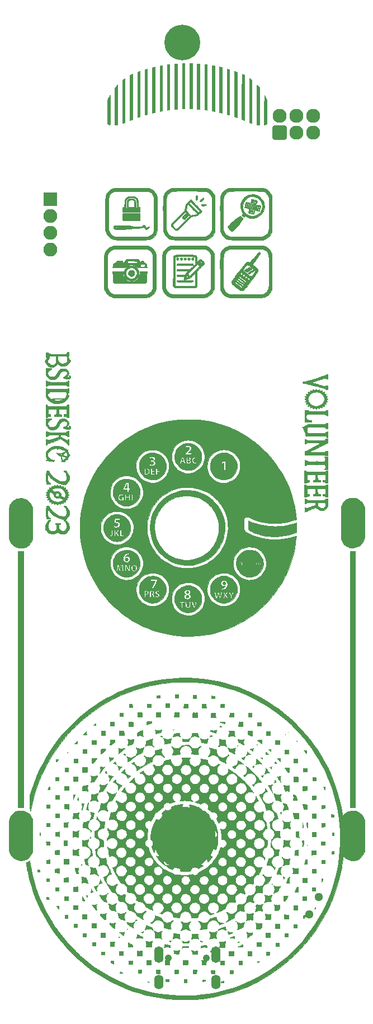
<source format=gbr>
%TF.GenerationSoftware,KiCad,Pcbnew,7.0.1*%
%TF.CreationDate,2023-08-26T08:52:59-05:00*%
%TF.ProjectId,BSidesKC23_Volunteer,42536964-6573-44b4-9332-335f566f6c75,1.1*%
%TF.SameCoordinates,Original*%
%TF.FileFunction,Soldermask,Top*%
%TF.FilePolarity,Negative*%
%FSLAX46Y46*%
G04 Gerber Fmt 4.6, Leading zero omitted, Abs format (unit mm)*
G04 Created by KiCad (PCBNEW 7.0.1) date 2023-08-26 08:52:59*
%MOMM*%
%LPD*%
G01*
G04 APERTURE LIST*
G04 Aperture macros list*
%AMRoundRect*
0 Rectangle with rounded corners*
0 $1 Rounding radius*
0 $2 $3 $4 $5 $6 $7 $8 $9 X,Y pos of 4 corners*
0 Add a 4 corners polygon primitive as box body*
4,1,4,$2,$3,$4,$5,$6,$7,$8,$9,$2,$3,0*
0 Add four circle primitives for the rounded corners*
1,1,$1+$1,$2,$3*
1,1,$1+$1,$4,$5*
1,1,$1+$1,$6,$7*
1,1,$1+$1,$8,$9*
0 Add four rect primitives between the rounded corners*
20,1,$1+$1,$2,$3,$4,$5,0*
20,1,$1+$1,$4,$5,$6,$7,0*
20,1,$1+$1,$6,$7,$8,$9,0*
20,1,$1+$1,$8,$9,$2,$3,0*%
G04 Aperture macros list end*
%ADD10C,0.010000*%
%ADD11O,2.127200X2.127200*%
%ADD12RoundRect,0.200000X-0.863600X0.863600X-0.863600X-0.863600X0.863600X-0.863600X0.863600X0.863600X0*%
%ADD13C,2.127200*%
%ADD14C,5.400000*%
%ADD15RoundRect,0.200000X0.850000X0.850000X-0.850000X0.850000X-0.850000X-0.850000X0.850000X-0.850000X0*%
%ADD16O,2.100000X2.100000*%
%ADD17C,1.300000*%
%ADD18C,1.050000*%
%ADD19O,1.400000X2.200000*%
%ADD20O,1.400000X2.500000*%
G04 APERTURE END LIST*
%TO.C,G\u002A\u002A\u002A*%
D10*
X100218138Y-132872106D02*
X101225020Y-132924656D01*
X102232166Y-133019057D01*
X102902416Y-133105203D01*
X103886470Y-133266696D01*
X104860672Y-133469011D01*
X105823865Y-133711543D01*
X106774895Y-133993682D01*
X107712607Y-134314822D01*
X108635846Y-134674355D01*
X109543457Y-135071675D01*
X110434284Y-135506173D01*
X111307173Y-135977243D01*
X112160969Y-136484277D01*
X112994516Y-137026668D01*
X113806659Y-137603808D01*
X114596244Y-138215090D01*
X115362115Y-138859906D01*
X116103117Y-139537650D01*
X116818096Y-140247714D01*
X117147664Y-140595500D01*
X117828273Y-141358692D01*
X118473934Y-142145581D01*
X119084249Y-142955401D01*
X119658820Y-143787386D01*
X120197249Y-144640769D01*
X120699138Y-145514786D01*
X121164089Y-146408671D01*
X121591703Y-147321658D01*
X121981585Y-148252981D01*
X122333334Y-149201874D01*
X122646553Y-150167573D01*
X122920845Y-151149310D01*
X123155811Y-152146321D01*
X123159396Y-152163083D01*
X123176852Y-152248576D01*
X123198737Y-152361616D01*
X123224047Y-152496483D01*
X123251779Y-152647455D01*
X123280928Y-152808810D01*
X123310489Y-152974828D01*
X123339460Y-153139788D01*
X123366835Y-153297967D01*
X123391611Y-153443644D01*
X123412782Y-153571100D01*
X123429347Y-153674611D01*
X123440299Y-153748457D01*
X123444635Y-153786917D01*
X123444666Y-153788454D01*
X123455384Y-153784986D01*
X123483064Y-153753712D01*
X123510691Y-153716717D01*
X123684484Y-153507573D01*
X123886632Y-153329033D01*
X124113966Y-153183445D01*
X124363318Y-153073158D01*
X124392759Y-153063012D01*
X124653229Y-152996754D01*
X124917955Y-152969282D01*
X125181926Y-152979569D01*
X125440133Y-153026592D01*
X125687568Y-153109323D01*
X125919220Y-153226738D01*
X126130080Y-153377810D01*
X126190173Y-153431065D01*
X126360626Y-153607924D01*
X126496807Y-153791914D01*
X126605455Y-153993776D01*
X126693311Y-154224249D01*
X126698781Y-154241491D01*
X126757250Y-154427916D01*
X126757250Y-159042250D01*
X126708699Y-159211583D01*
X126613434Y-159471808D01*
X126484288Y-159709821D01*
X126323689Y-159922675D01*
X126134070Y-160107420D01*
X125917861Y-160261110D01*
X125783583Y-160333722D01*
X125649213Y-160395137D01*
X125529806Y-160439790D01*
X125412731Y-160470635D01*
X125285353Y-160490625D01*
X125135040Y-160502711D01*
X125042750Y-160506886D01*
X124912973Y-160510637D01*
X124813114Y-160510256D01*
X124730885Y-160504892D01*
X124653997Y-160493692D01*
X124570161Y-160475804D01*
X124560121Y-160473423D01*
X124297184Y-160390075D01*
X124054887Y-160271199D01*
X123836251Y-160118544D01*
X123662302Y-159953823D01*
X123536098Y-159816093D01*
X123510602Y-160053588D01*
X123489536Y-160233618D01*
X123461956Y-160444624D01*
X123429432Y-160676031D01*
X123393534Y-160917262D01*
X123355831Y-161157738D01*
X123317893Y-161386883D01*
X123284932Y-161574206D01*
X123082155Y-162570396D01*
X122839078Y-163554421D01*
X122556156Y-164525234D01*
X122233845Y-165481785D01*
X121872599Y-166423026D01*
X121472874Y-167347909D01*
X121035125Y-168255385D01*
X120559807Y-169144405D01*
X120047376Y-170013921D01*
X119498285Y-170862884D01*
X118912992Y-171690246D01*
X118866581Y-171752833D01*
X118245299Y-172552864D01*
X117593126Y-173324833D01*
X116911174Y-174067861D01*
X116200554Y-174781070D01*
X115462378Y-175463581D01*
X114697758Y-176114516D01*
X113907805Y-176732995D01*
X113093631Y-177318140D01*
X112256349Y-177869073D01*
X111397069Y-178384914D01*
X110516904Y-178864787D01*
X109616965Y-179307810D01*
X108903166Y-179626726D01*
X107978699Y-179998778D01*
X107039176Y-180331588D01*
X106086062Y-180624891D01*
X105120825Y-180878420D01*
X104144930Y-181091909D01*
X103159844Y-181265092D01*
X102167034Y-181397703D01*
X101167967Y-181489476D01*
X100164108Y-181540144D01*
X99156924Y-181549443D01*
X98415083Y-181529732D01*
X98132366Y-181515194D01*
X97819626Y-181494292D01*
X97488527Y-181468029D01*
X97150732Y-181437410D01*
X96817906Y-181403438D01*
X96501713Y-181367117D01*
X96446583Y-181360297D01*
X95456349Y-181215182D01*
X94476799Y-181029501D01*
X93508989Y-180803911D01*
X92553973Y-180539069D01*
X91612804Y-180235632D01*
X90686537Y-179894258D01*
X89776226Y-179515603D01*
X88882926Y-179100325D01*
X88007691Y-178649081D01*
X87151574Y-178162527D01*
X86315631Y-177641322D01*
X85500916Y-177086121D01*
X84708482Y-176497584D01*
X83939384Y-175876365D01*
X83194677Y-175223123D01*
X82475414Y-174538515D01*
X81782650Y-173823198D01*
X81117440Y-173077829D01*
X80480836Y-172303065D01*
X79873894Y-171499563D01*
X79301218Y-170673333D01*
X78755172Y-169812443D01*
X78247812Y-168934386D01*
X77779250Y-168039435D01*
X77349597Y-167127865D01*
X76958967Y-166199948D01*
X76607471Y-165255961D01*
X76295222Y-164296175D01*
X76022332Y-163320866D01*
X75788913Y-162330307D01*
X75694514Y-161868000D01*
X75667385Y-161725645D01*
X75639715Y-161575454D01*
X75612613Y-161423973D01*
X75587190Y-161277745D01*
X75564557Y-161143318D01*
X75545825Y-161027234D01*
X75532103Y-160936041D01*
X75524502Y-160876281D01*
X75523333Y-160859122D01*
X75537228Y-160829362D01*
X75582352Y-160796865D01*
X75655625Y-160761386D01*
X75745467Y-160718752D01*
X75846797Y-160665582D01*
X75925500Y-160620572D01*
X75992522Y-160582737D01*
X76045075Y-160558016D01*
X76073508Y-160550831D01*
X76075423Y-160551853D01*
X76083381Y-160577864D01*
X76094626Y-160635918D01*
X76107347Y-160716033D01*
X76114511Y-160767333D01*
X76126125Y-160846846D01*
X76143954Y-160959029D01*
X76166501Y-161094925D01*
X76192267Y-161245580D01*
X76219753Y-161402038D01*
X76234006Y-161481490D01*
X76431854Y-162457266D01*
X76670611Y-163422669D01*
X76949913Y-164376733D01*
X77269394Y-165318487D01*
X77628688Y-166246965D01*
X78027429Y-167161199D01*
X78465253Y-168060220D01*
X78941793Y-168943061D01*
X79253439Y-169476729D01*
X79341709Y-169620486D01*
X79449642Y-169791328D01*
X79572335Y-169981867D01*
X79704882Y-170184716D01*
X79842378Y-170392485D01*
X79979920Y-170597786D01*
X80112600Y-170793231D01*
X80235516Y-170971431D01*
X80343762Y-171124998D01*
X80392078Y-171191916D01*
X80723122Y-171636007D01*
X81052101Y-172057351D01*
X81385588Y-172463586D01*
X81730154Y-172862350D01*
X82092371Y-173261281D01*
X82478812Y-173668016D01*
X82824578Y-174018921D01*
X83141024Y-174331827D01*
X83438296Y-174617953D01*
X83723555Y-174883666D01*
X84003958Y-175135334D01*
X84286665Y-175379323D01*
X84578835Y-175622001D01*
X84887626Y-175869736D01*
X85039538Y-175988950D01*
X85830572Y-176579305D01*
X86644091Y-177134560D01*
X87478690Y-177654213D01*
X88332964Y-178137759D01*
X89205507Y-178584696D01*
X90094916Y-178994520D01*
X90999784Y-179366729D01*
X91918708Y-179700818D01*
X92850283Y-179996285D01*
X93793103Y-180252625D01*
X94745763Y-180469337D01*
X95706860Y-180645917D01*
X96674988Y-180781861D01*
X97648742Y-180876666D01*
X98626717Y-180929829D01*
X98849000Y-180936042D01*
X99177331Y-180941176D01*
X99520605Y-180942059D01*
X99869488Y-180938887D01*
X100214650Y-180931856D01*
X100546758Y-180921164D01*
X100856481Y-180907007D01*
X101134485Y-180889582D01*
X101166750Y-180887168D01*
X102177176Y-180789371D01*
X103174598Y-180651349D01*
X104158644Y-180473241D01*
X105128941Y-180255188D01*
X106085115Y-179997330D01*
X107026795Y-179699808D01*
X107953606Y-179362763D01*
X108865176Y-178986334D01*
X109761133Y-178570661D01*
X110641103Y-178115886D01*
X111504714Y-177622149D01*
X112351592Y-177089590D01*
X113181366Y-176518349D01*
X113612750Y-176200960D01*
X114269528Y-175686076D01*
X114921265Y-175134444D01*
X115562114Y-174551639D01*
X116186229Y-173943237D01*
X116787765Y-173314815D01*
X117360874Y-172671950D01*
X117565216Y-172430748D01*
X118188073Y-171652334D01*
X118775145Y-170852030D01*
X119326126Y-170031039D01*
X119840712Y-169190561D01*
X120318598Y-168331798D01*
X120759481Y-167455951D01*
X121163055Y-166564221D01*
X121529016Y-165657811D01*
X121857060Y-164737920D01*
X122146882Y-163805750D01*
X122398177Y-162862503D01*
X122610642Y-161909380D01*
X122783971Y-160947583D01*
X122917860Y-159978312D01*
X123012005Y-159002768D01*
X123066101Y-158022154D01*
X123079844Y-157037671D01*
X123052930Y-156050519D01*
X122985053Y-155061900D01*
X122875909Y-154073016D01*
X122725194Y-153085068D01*
X122616380Y-152501750D01*
X122404403Y-151545933D01*
X122151414Y-150598533D01*
X121858187Y-149661187D01*
X121525498Y-148735530D01*
X121154121Y-147823197D01*
X120744830Y-146925825D01*
X120298400Y-146045049D01*
X119815606Y-145182506D01*
X119297223Y-144339830D01*
X118744024Y-143518657D01*
X118156785Y-142720625D01*
X117728429Y-142179770D01*
X117078638Y-141416542D01*
X116399445Y-140682983D01*
X115691946Y-139979919D01*
X114957240Y-139308179D01*
X114196425Y-138668589D01*
X113410600Y-138061977D01*
X112600861Y-137489169D01*
X111768309Y-136950993D01*
X110914040Y-136448276D01*
X110039153Y-135981845D01*
X109144746Y-135552528D01*
X108628788Y-135325662D01*
X107711300Y-134958231D01*
X106778960Y-134629924D01*
X105833729Y-134341236D01*
X104877571Y-134092662D01*
X103912447Y-133884696D01*
X102940321Y-133717833D01*
X101963154Y-133592569D01*
X101621833Y-133558784D01*
X101397223Y-133538842D01*
X101192583Y-133522158D01*
X101000998Y-133508460D01*
X100815554Y-133497478D01*
X100629336Y-133488942D01*
X100435431Y-133482580D01*
X100226923Y-133478123D01*
X99996899Y-133475299D01*
X99738443Y-133473839D01*
X99444642Y-133473471D01*
X99441666Y-133473472D01*
X99160683Y-133473912D01*
X98915118Y-133475231D01*
X98698061Y-133477705D01*
X98502602Y-133481610D01*
X98321830Y-133487224D01*
X98148836Y-133494822D01*
X97976707Y-133504679D01*
X97798535Y-133517073D01*
X97607409Y-133532280D01*
X97396417Y-133550576D01*
X97303833Y-133558919D01*
X96321975Y-133669282D01*
X95347514Y-133821049D01*
X94381706Y-134013738D01*
X93425809Y-134246867D01*
X92481078Y-134519954D01*
X91548771Y-134832518D01*
X90630144Y-135184075D01*
X89726454Y-135574146D01*
X88838957Y-136002246D01*
X87968911Y-136467896D01*
X87117571Y-136970612D01*
X86286194Y-137509913D01*
X85476038Y-138085317D01*
X85450500Y-138104304D01*
X84657002Y-138721180D01*
X83893172Y-139367809D01*
X83159651Y-140043179D01*
X82457078Y-140746281D01*
X81786094Y-141476104D01*
X81147339Y-142231638D01*
X80541453Y-143011872D01*
X79969077Y-143815798D01*
X79430851Y-144642403D01*
X78927414Y-145490678D01*
X78459407Y-146359612D01*
X78027471Y-147248196D01*
X77632245Y-148155418D01*
X77274369Y-149080269D01*
X76954485Y-150021738D01*
X76673232Y-150978816D01*
X76431250Y-151950491D01*
X76306261Y-152534685D01*
X76279990Y-152664046D01*
X76256205Y-152778617D01*
X76236246Y-152872162D01*
X76221449Y-152938442D01*
X76213151Y-152971221D01*
X76212159Y-152973562D01*
X76191035Y-152969450D01*
X76160394Y-152953208D01*
X76150570Y-152946395D01*
X76142315Y-152936948D01*
X76135490Y-152921395D01*
X76129961Y-152896264D01*
X76125591Y-152858085D01*
X76122244Y-152803385D01*
X76119783Y-152728693D01*
X76118072Y-152630538D01*
X76116975Y-152505448D01*
X76116355Y-152349951D01*
X76116076Y-152160576D01*
X76116002Y-151933852D01*
X76116000Y-151822519D01*
X76116000Y-150719556D01*
X76201582Y-150425319D01*
X76501860Y-149466601D01*
X76840998Y-148520614D01*
X77217922Y-147589624D01*
X77631558Y-146675901D01*
X78080829Y-145781710D01*
X78564661Y-144909320D01*
X79081979Y-144060999D01*
X79558492Y-143344239D01*
X80147658Y-142529107D01*
X80769095Y-141740046D01*
X81421557Y-140978057D01*
X82103795Y-140244144D01*
X82814564Y-139539308D01*
X83552614Y-138864552D01*
X84316700Y-138220879D01*
X85105574Y-137609291D01*
X85917988Y-137030790D01*
X86752695Y-136486378D01*
X87608449Y-135977059D01*
X88484001Y-135503835D01*
X89378105Y-135067707D01*
X90289513Y-134669679D01*
X90416475Y-134617839D01*
X91357558Y-134259525D01*
X92310388Y-133941671D01*
X93273817Y-133664416D01*
X94246697Y-133427900D01*
X95227880Y-133232262D01*
X96216217Y-133077640D01*
X97210559Y-132964175D01*
X98209759Y-132892005D01*
X99212668Y-132861269D01*
X100218138Y-132872106D01*
G36*
X100218138Y-132872106D02*
G01*
X101225020Y-132924656D01*
X102232166Y-133019057D01*
X102902416Y-133105203D01*
X103886470Y-133266696D01*
X104860672Y-133469011D01*
X105823865Y-133711543D01*
X106774895Y-133993682D01*
X107712607Y-134314822D01*
X108635846Y-134674355D01*
X109543457Y-135071675D01*
X110434284Y-135506173D01*
X111307173Y-135977243D01*
X112160969Y-136484277D01*
X112994516Y-137026668D01*
X113806659Y-137603808D01*
X114596244Y-138215090D01*
X115362115Y-138859906D01*
X116103117Y-139537650D01*
X116818096Y-140247714D01*
X117147664Y-140595500D01*
X117828273Y-141358692D01*
X118473934Y-142145581D01*
X119084249Y-142955401D01*
X119658820Y-143787386D01*
X120197249Y-144640769D01*
X120699138Y-145514786D01*
X121164089Y-146408671D01*
X121591703Y-147321658D01*
X121981585Y-148252981D01*
X122333334Y-149201874D01*
X122646553Y-150167573D01*
X122920845Y-151149310D01*
X123155811Y-152146321D01*
X123159396Y-152163083D01*
X123176852Y-152248576D01*
X123198737Y-152361616D01*
X123224047Y-152496483D01*
X123251779Y-152647455D01*
X123280928Y-152808810D01*
X123310489Y-152974828D01*
X123339460Y-153139788D01*
X123366835Y-153297967D01*
X123391611Y-153443644D01*
X123412782Y-153571100D01*
X123429347Y-153674611D01*
X123440299Y-153748457D01*
X123444635Y-153786917D01*
X123444666Y-153788454D01*
X123455384Y-153784986D01*
X123483064Y-153753712D01*
X123510691Y-153716717D01*
X123684484Y-153507573D01*
X123886632Y-153329033D01*
X124113966Y-153183445D01*
X124363318Y-153073158D01*
X124392759Y-153063012D01*
X124653229Y-152996754D01*
X124917955Y-152969282D01*
X125181926Y-152979569D01*
X125440133Y-153026592D01*
X125687568Y-153109323D01*
X125919220Y-153226738D01*
X126130080Y-153377810D01*
X126190173Y-153431065D01*
X126360626Y-153607924D01*
X126496807Y-153791914D01*
X126605455Y-153993776D01*
X126693311Y-154224249D01*
X126698781Y-154241491D01*
X126757250Y-154427916D01*
X126757250Y-159042250D01*
X126708699Y-159211583D01*
X126613434Y-159471808D01*
X126484288Y-159709821D01*
X126323689Y-159922675D01*
X126134070Y-160107420D01*
X125917861Y-160261110D01*
X125783583Y-160333722D01*
X125649213Y-160395137D01*
X125529806Y-160439790D01*
X125412731Y-160470635D01*
X125285353Y-160490625D01*
X125135040Y-160502711D01*
X125042750Y-160506886D01*
X124912973Y-160510637D01*
X124813114Y-160510256D01*
X124730885Y-160504892D01*
X124653997Y-160493692D01*
X124570161Y-160475804D01*
X124560121Y-160473423D01*
X124297184Y-160390075D01*
X124054887Y-160271199D01*
X123836251Y-160118544D01*
X123662302Y-159953823D01*
X123536098Y-159816093D01*
X123510602Y-160053588D01*
X123489536Y-160233618D01*
X123461956Y-160444624D01*
X123429432Y-160676031D01*
X123393534Y-160917262D01*
X123355831Y-161157738D01*
X123317893Y-161386883D01*
X123284932Y-161574206D01*
X123082155Y-162570396D01*
X122839078Y-163554421D01*
X122556156Y-164525234D01*
X122233845Y-165481785D01*
X121872599Y-166423026D01*
X121472874Y-167347909D01*
X121035125Y-168255385D01*
X120559807Y-169144405D01*
X120047376Y-170013921D01*
X119498285Y-170862884D01*
X118912992Y-171690246D01*
X118866581Y-171752833D01*
X118245299Y-172552864D01*
X117593126Y-173324833D01*
X116911174Y-174067861D01*
X116200554Y-174781070D01*
X115462378Y-175463581D01*
X114697758Y-176114516D01*
X113907805Y-176732995D01*
X113093631Y-177318140D01*
X112256349Y-177869073D01*
X111397069Y-178384914D01*
X110516904Y-178864787D01*
X109616965Y-179307810D01*
X108903166Y-179626726D01*
X107978699Y-179998778D01*
X107039176Y-180331588D01*
X106086062Y-180624891D01*
X105120825Y-180878420D01*
X104144930Y-181091909D01*
X103159844Y-181265092D01*
X102167034Y-181397703D01*
X101167967Y-181489476D01*
X100164108Y-181540144D01*
X99156924Y-181549443D01*
X98415083Y-181529732D01*
X98132366Y-181515194D01*
X97819626Y-181494292D01*
X97488527Y-181468029D01*
X97150732Y-181437410D01*
X96817906Y-181403438D01*
X96501713Y-181367117D01*
X96446583Y-181360297D01*
X95456349Y-181215182D01*
X94476799Y-181029501D01*
X93508989Y-180803911D01*
X92553973Y-180539069D01*
X91612804Y-180235632D01*
X90686537Y-179894258D01*
X89776226Y-179515603D01*
X88882926Y-179100325D01*
X88007691Y-178649081D01*
X87151574Y-178162527D01*
X86315631Y-177641322D01*
X85500916Y-177086121D01*
X84708482Y-176497584D01*
X83939384Y-175876365D01*
X83194677Y-175223123D01*
X82475414Y-174538515D01*
X81782650Y-173823198D01*
X81117440Y-173077829D01*
X80480836Y-172303065D01*
X79873894Y-171499563D01*
X79301218Y-170673333D01*
X78755172Y-169812443D01*
X78247812Y-168934386D01*
X77779250Y-168039435D01*
X77349597Y-167127865D01*
X76958967Y-166199948D01*
X76607471Y-165255961D01*
X76295222Y-164296175D01*
X76022332Y-163320866D01*
X75788913Y-162330307D01*
X75694514Y-161868000D01*
X75667385Y-161725645D01*
X75639715Y-161575454D01*
X75612613Y-161423973D01*
X75587190Y-161277745D01*
X75564557Y-161143318D01*
X75545825Y-161027234D01*
X75532103Y-160936041D01*
X75524502Y-160876281D01*
X75523333Y-160859122D01*
X75537228Y-160829362D01*
X75582352Y-160796865D01*
X75655625Y-160761386D01*
X75745467Y-160718752D01*
X75846797Y-160665582D01*
X75925500Y-160620572D01*
X75992522Y-160582737D01*
X76045075Y-160558016D01*
X76073508Y-160550831D01*
X76075423Y-160551853D01*
X76083381Y-160577864D01*
X76094626Y-160635918D01*
X76107347Y-160716033D01*
X76114511Y-160767333D01*
X76126125Y-160846846D01*
X76143954Y-160959029D01*
X76166501Y-161094925D01*
X76192267Y-161245580D01*
X76219753Y-161402038D01*
X76234006Y-161481490D01*
X76431854Y-162457266D01*
X76670611Y-163422669D01*
X76949913Y-164376733D01*
X77269394Y-165318487D01*
X77628688Y-166246965D01*
X78027429Y-167161199D01*
X78465253Y-168060220D01*
X78941793Y-168943061D01*
X79253439Y-169476729D01*
X79341709Y-169620486D01*
X79449642Y-169791328D01*
X79572335Y-169981867D01*
X79704882Y-170184716D01*
X79842378Y-170392485D01*
X79979920Y-170597786D01*
X80112600Y-170793231D01*
X80235516Y-170971431D01*
X80343762Y-171124998D01*
X80392078Y-171191916D01*
X80723122Y-171636007D01*
X81052101Y-172057351D01*
X81385588Y-172463586D01*
X81730154Y-172862350D01*
X82092371Y-173261281D01*
X82478812Y-173668016D01*
X82824578Y-174018921D01*
X83141024Y-174331827D01*
X83438296Y-174617953D01*
X83723555Y-174883666D01*
X84003958Y-175135334D01*
X84286665Y-175379323D01*
X84578835Y-175622001D01*
X84887626Y-175869736D01*
X85039538Y-175988950D01*
X85830572Y-176579305D01*
X86644091Y-177134560D01*
X87478690Y-177654213D01*
X88332964Y-178137759D01*
X89205507Y-178584696D01*
X90094916Y-178994520D01*
X90999784Y-179366729D01*
X91918708Y-179700818D01*
X92850283Y-179996285D01*
X93793103Y-180252625D01*
X94745763Y-180469337D01*
X95706860Y-180645917D01*
X96674988Y-180781861D01*
X97648742Y-180876666D01*
X98626717Y-180929829D01*
X98849000Y-180936042D01*
X99177331Y-180941176D01*
X99520605Y-180942059D01*
X99869488Y-180938887D01*
X100214650Y-180931856D01*
X100546758Y-180921164D01*
X100856481Y-180907007D01*
X101134485Y-180889582D01*
X101166750Y-180887168D01*
X102177176Y-180789371D01*
X103174598Y-180651349D01*
X104158644Y-180473241D01*
X105128941Y-180255188D01*
X106085115Y-179997330D01*
X107026795Y-179699808D01*
X107953606Y-179362763D01*
X108865176Y-178986334D01*
X109761133Y-178570661D01*
X110641103Y-178115886D01*
X111504714Y-177622149D01*
X112351592Y-177089590D01*
X113181366Y-176518349D01*
X113612750Y-176200960D01*
X114269528Y-175686076D01*
X114921265Y-175134444D01*
X115562114Y-174551639D01*
X116186229Y-173943237D01*
X116787765Y-173314815D01*
X117360874Y-172671950D01*
X117565216Y-172430748D01*
X118188073Y-171652334D01*
X118775145Y-170852030D01*
X119326126Y-170031039D01*
X119840712Y-169190561D01*
X120318598Y-168331798D01*
X120759481Y-167455951D01*
X121163055Y-166564221D01*
X121529016Y-165657811D01*
X121857060Y-164737920D01*
X122146882Y-163805750D01*
X122398177Y-162862503D01*
X122610642Y-161909380D01*
X122783971Y-160947583D01*
X122917860Y-159978312D01*
X123012005Y-159002768D01*
X123066101Y-158022154D01*
X123079844Y-157037671D01*
X123052930Y-156050519D01*
X122985053Y-155061900D01*
X122875909Y-154073016D01*
X122725194Y-153085068D01*
X122616380Y-152501750D01*
X122404403Y-151545933D01*
X122151414Y-150598533D01*
X121858187Y-149661187D01*
X121525498Y-148735530D01*
X121154121Y-147823197D01*
X120744830Y-146925825D01*
X120298400Y-146045049D01*
X119815606Y-145182506D01*
X119297223Y-144339830D01*
X118744024Y-143518657D01*
X118156785Y-142720625D01*
X117728429Y-142179770D01*
X117078638Y-141416542D01*
X116399445Y-140682983D01*
X115691946Y-139979919D01*
X114957240Y-139308179D01*
X114196425Y-138668589D01*
X113410600Y-138061977D01*
X112600861Y-137489169D01*
X111768309Y-136950993D01*
X110914040Y-136448276D01*
X110039153Y-135981845D01*
X109144746Y-135552528D01*
X108628788Y-135325662D01*
X107711300Y-134958231D01*
X106778960Y-134629924D01*
X105833729Y-134341236D01*
X104877571Y-134092662D01*
X103912447Y-133884696D01*
X102940321Y-133717833D01*
X101963154Y-133592569D01*
X101621833Y-133558784D01*
X101397223Y-133538842D01*
X101192583Y-133522158D01*
X101000998Y-133508460D01*
X100815554Y-133497478D01*
X100629336Y-133488942D01*
X100435431Y-133482580D01*
X100226923Y-133478123D01*
X99996899Y-133475299D01*
X99738443Y-133473839D01*
X99444642Y-133473471D01*
X99441666Y-133473472D01*
X99160683Y-133473912D01*
X98915118Y-133475231D01*
X98698061Y-133477705D01*
X98502602Y-133481610D01*
X98321830Y-133487224D01*
X98148836Y-133494822D01*
X97976707Y-133504679D01*
X97798535Y-133517073D01*
X97607409Y-133532280D01*
X97396417Y-133550576D01*
X97303833Y-133558919D01*
X96321975Y-133669282D01*
X95347514Y-133821049D01*
X94381706Y-134013738D01*
X93425809Y-134246867D01*
X92481078Y-134519954D01*
X91548771Y-134832518D01*
X90630144Y-135184075D01*
X89726454Y-135574146D01*
X88838957Y-136002246D01*
X87968911Y-136467896D01*
X87117571Y-136970612D01*
X86286194Y-137509913D01*
X85476038Y-138085317D01*
X85450500Y-138104304D01*
X84657002Y-138721180D01*
X83893172Y-139367809D01*
X83159651Y-140043179D01*
X82457078Y-140746281D01*
X81786094Y-141476104D01*
X81147339Y-142231638D01*
X80541453Y-143011872D01*
X79969077Y-143815798D01*
X79430851Y-144642403D01*
X78927414Y-145490678D01*
X78459407Y-146359612D01*
X78027471Y-147248196D01*
X77632245Y-148155418D01*
X77274369Y-149080269D01*
X76954485Y-150021738D01*
X76673232Y-150978816D01*
X76431250Y-151950491D01*
X76306261Y-152534685D01*
X76279990Y-152664046D01*
X76256205Y-152778617D01*
X76236246Y-152872162D01*
X76221449Y-152938442D01*
X76213151Y-152971221D01*
X76212159Y-152973562D01*
X76191035Y-152969450D01*
X76160394Y-152953208D01*
X76150570Y-152946395D01*
X76142315Y-152936948D01*
X76135490Y-152921395D01*
X76129961Y-152896264D01*
X76125591Y-152858085D01*
X76122244Y-152803385D01*
X76119783Y-152728693D01*
X76118072Y-152630538D01*
X76116975Y-152505448D01*
X76116355Y-152349951D01*
X76116076Y-152160576D01*
X76116002Y-151933852D01*
X76116000Y-151822519D01*
X76116000Y-150719556D01*
X76201582Y-150425319D01*
X76501860Y-149466601D01*
X76840998Y-148520614D01*
X77217922Y-147589624D01*
X77631558Y-146675901D01*
X78080829Y-145781710D01*
X78564661Y-144909320D01*
X79081979Y-144060999D01*
X79558492Y-143344239D01*
X80147658Y-142529107D01*
X80769095Y-141740046D01*
X81421557Y-140978057D01*
X82103795Y-140244144D01*
X82814564Y-139539308D01*
X83552614Y-138864552D01*
X84316700Y-138220879D01*
X85105574Y-137609291D01*
X85917988Y-137030790D01*
X86752695Y-136486378D01*
X87608449Y-135977059D01*
X88484001Y-135503835D01*
X89378105Y-135067707D01*
X90289513Y-134669679D01*
X90416475Y-134617839D01*
X91357558Y-134259525D01*
X92310388Y-133941671D01*
X93273817Y-133664416D01*
X94246697Y-133427900D01*
X95227880Y-133232262D01*
X96216217Y-133077640D01*
X97210559Y-132964175D01*
X98209759Y-132892005D01*
X99212668Y-132861269D01*
X100218138Y-132872106D01*
G37*
X99907333Y-178949500D02*
X99722125Y-178949789D01*
X99631968Y-178951348D01*
X99553397Y-178955248D01*
X99499563Y-178960751D01*
X99489291Y-178962841D01*
X99468590Y-178967020D01*
X99454971Y-178961681D01*
X99446952Y-178939896D01*
X99443049Y-178894735D01*
X99441781Y-178819271D01*
X99441666Y-178740302D01*
X99441666Y-178505000D01*
X99907333Y-178505000D01*
X99907333Y-178949500D01*
G36*
X99907333Y-178949500D02*
G01*
X99722125Y-178949789D01*
X99631968Y-178951348D01*
X99553397Y-178955248D01*
X99499563Y-178960751D01*
X99489291Y-178962841D01*
X99468590Y-178967020D01*
X99454971Y-178961681D01*
X99446952Y-178939896D01*
X99443049Y-178894735D01*
X99441781Y-178819271D01*
X99441666Y-178740302D01*
X99441666Y-178505000D01*
X99907333Y-178505000D01*
X99907333Y-178949500D01*
G37*
X105425596Y-178736125D02*
X105431016Y-178773512D01*
X105431833Y-178832680D01*
X105431833Y-178949500D01*
X105026984Y-178949500D01*
X105033617Y-178881931D01*
X105035633Y-178857226D01*
X105039942Y-178838693D01*
X105052364Y-178823772D01*
X105078723Y-178809903D01*
X105124841Y-178794528D01*
X105196541Y-178775087D01*
X105299645Y-178749020D01*
X105384208Y-178727828D01*
X105411386Y-178723964D01*
X105425596Y-178736125D01*
G36*
X105425596Y-178736125D02*
G01*
X105431016Y-178773512D01*
X105431833Y-178832680D01*
X105431833Y-178949500D01*
X105026984Y-178949500D01*
X105033617Y-178881931D01*
X105035633Y-178857226D01*
X105039942Y-178838693D01*
X105052364Y-178823772D01*
X105078723Y-178809903D01*
X105124841Y-178794528D01*
X105196541Y-178775087D01*
X105299645Y-178749020D01*
X105384208Y-178727828D01*
X105411386Y-178723964D01*
X105425596Y-178736125D01*
G37*
X93991956Y-178840380D02*
X94064527Y-178859417D01*
X94128833Y-178877106D01*
X94224083Y-178903381D01*
X94070625Y-178905273D01*
X93991185Y-178905238D01*
X93945111Y-178901101D01*
X93923470Y-178890485D01*
X93917327Y-178871013D01*
X93917166Y-178864430D01*
X93918180Y-178844265D01*
X93926103Y-178833243D01*
X93948255Y-178831802D01*
X93991956Y-178840380D01*
G36*
X93991956Y-178840380D02*
G01*
X94064527Y-178859417D01*
X94128833Y-178877106D01*
X94224083Y-178903381D01*
X94070625Y-178905273D01*
X93991185Y-178905238D01*
X93945111Y-178901101D01*
X93923470Y-178890485D01*
X93917327Y-178871013D01*
X93917166Y-178864430D01*
X93918180Y-178844265D01*
X93926103Y-178833243D01*
X93948255Y-178831802D01*
X93991956Y-178840380D01*
G37*
X97134500Y-178651917D02*
X97132640Y-178731558D01*
X97127705Y-178793041D01*
X97120659Y-178825659D01*
X97118625Y-178828079D01*
X97092104Y-178828913D01*
X97033469Y-178824653D01*
X96952521Y-178816136D01*
X96893523Y-178808837D01*
X96804815Y-178796759D01*
X96733641Y-178786132D01*
X96689211Y-178778384D01*
X96679020Y-178775550D01*
X96675174Y-178753056D01*
X96670148Y-178699786D01*
X96665026Y-178627241D01*
X96664994Y-178626708D01*
X96656243Y-178483833D01*
X97134500Y-178483833D01*
X97134500Y-178651917D01*
G36*
X97134500Y-178651917D02*
G01*
X97132640Y-178731558D01*
X97127705Y-178793041D01*
X97120659Y-178825659D01*
X97118625Y-178828079D01*
X97092104Y-178828913D01*
X97033469Y-178824653D01*
X96952521Y-178816136D01*
X96893523Y-178808837D01*
X96804815Y-178796759D01*
X96733641Y-178786132D01*
X96689211Y-178778384D01*
X96679020Y-178775550D01*
X96675174Y-178753056D01*
X96670148Y-178699786D01*
X96665026Y-178627241D01*
X96664994Y-178626708D01*
X96656243Y-178483833D01*
X97134500Y-178483833D01*
X97134500Y-178651917D01*
G37*
X102676034Y-178626626D02*
X102669583Y-178727087D01*
X102500250Y-178752036D01*
X102385860Y-178768784D01*
X102306912Y-178777941D01*
X102256851Y-178777239D01*
X102229122Y-178764409D01*
X102217168Y-178737183D01*
X102214436Y-178693294D01*
X102214500Y-178653166D01*
X102214500Y-178526166D01*
X102682486Y-178526166D01*
X102676034Y-178626626D01*
G36*
X102676034Y-178626626D02*
G01*
X102669583Y-178727087D01*
X102500250Y-178752036D01*
X102385860Y-178768784D01*
X102306912Y-178777941D01*
X102256851Y-178777239D01*
X102229122Y-178764409D01*
X102217168Y-178737183D01*
X102214436Y-178693294D01*
X102214500Y-178653166D01*
X102214500Y-178526166D01*
X102682486Y-178526166D01*
X102676034Y-178626626D01*
G37*
X101360265Y-177195771D02*
X101353085Y-177288079D01*
X101348157Y-177396606D01*
X101346666Y-177481521D01*
X101346666Y-177637166D01*
X101070835Y-177637166D01*
X100947940Y-177635912D01*
X100862855Y-177631872D01*
X100811121Y-177624632D01*
X100788283Y-177613777D01*
X100786644Y-177610708D01*
X100782701Y-177580231D01*
X100778112Y-177516668D01*
X100773439Y-177429248D01*
X100769248Y-177327200D01*
X100769169Y-177324958D01*
X100760055Y-177065666D01*
X101373863Y-177065666D01*
X101360265Y-177195771D01*
G36*
X101360265Y-177195771D02*
G01*
X101353085Y-177288079D01*
X101348157Y-177396606D01*
X101346666Y-177481521D01*
X101346666Y-177637166D01*
X101070835Y-177637166D01*
X100947940Y-177635912D01*
X100862855Y-177631872D01*
X100811121Y-177624632D01*
X100788283Y-177613777D01*
X100786644Y-177610708D01*
X100782701Y-177580231D01*
X100778112Y-177516668D01*
X100773439Y-177429248D01*
X100769248Y-177327200D01*
X100769169Y-177324958D01*
X100760055Y-177065666D01*
X101373863Y-177065666D01*
X101360265Y-177195771D01*
G37*
X104119373Y-177187375D02*
X104117585Y-177258421D01*
X104112988Y-177352655D01*
X104106527Y-177451101D01*
X104105652Y-177462541D01*
X104092058Y-177637166D01*
X103834140Y-177637166D01*
X103733616Y-177636069D01*
X103648990Y-177633080D01*
X103588982Y-177628652D01*
X103562312Y-177623235D01*
X103562111Y-177623055D01*
X103556702Y-177597593D01*
X103552251Y-177538460D01*
X103549204Y-177454318D01*
X103548003Y-177353825D01*
X103548000Y-177347888D01*
X103548000Y-177086833D01*
X104119500Y-177086833D01*
X104119373Y-177187375D01*
G36*
X104119373Y-177187375D02*
G01*
X104117585Y-177258421D01*
X104112988Y-177352655D01*
X104106527Y-177451101D01*
X104105652Y-177462541D01*
X104092058Y-177637166D01*
X103834140Y-177637166D01*
X103733616Y-177636069D01*
X103648990Y-177633080D01*
X103588982Y-177628652D01*
X103562312Y-177623235D01*
X103562111Y-177623055D01*
X103556702Y-177597593D01*
X103552251Y-177538460D01*
X103549204Y-177454318D01*
X103548003Y-177353825D01*
X103548000Y-177347888D01*
X103548000Y-177086833D01*
X104119500Y-177086833D01*
X104119373Y-177187375D01*
G37*
X98586010Y-177197958D02*
X98577824Y-177300032D01*
X98568885Y-177404359D01*
X98561036Y-177489475D01*
X98560562Y-177494291D01*
X98548510Y-177616000D01*
X98002333Y-177616000D01*
X98002206Y-177494291D01*
X98000366Y-177411464D01*
X97995642Y-177307895D01*
X97989026Y-177204998D01*
X97988485Y-177197958D01*
X97974892Y-177023333D01*
X98599406Y-177023333D01*
X98586010Y-177197958D01*
G36*
X98586010Y-177197958D02*
G01*
X98577824Y-177300032D01*
X98568885Y-177404359D01*
X98561036Y-177489475D01*
X98560562Y-177494291D01*
X98548510Y-177616000D01*
X98002333Y-177616000D01*
X98002206Y-177494291D01*
X98000366Y-177411464D01*
X97995642Y-177307895D01*
X97989026Y-177204998D01*
X97988485Y-177197958D01*
X97974892Y-177023333D01*
X98599406Y-177023333D01*
X98586010Y-177197958D01*
G37*
X95779833Y-177594833D02*
X95256697Y-177594833D01*
X95243098Y-177464728D01*
X95235642Y-177369483D01*
X95230703Y-177260564D01*
X95229500Y-177189561D01*
X95229500Y-177044500D01*
X95779833Y-177044500D01*
X95779833Y-177594833D01*
G36*
X95779833Y-177594833D02*
G01*
X95256697Y-177594833D01*
X95243098Y-177464728D01*
X95235642Y-177369483D01*
X95230703Y-177260564D01*
X95229500Y-177189561D01*
X95229500Y-177044500D01*
X95779833Y-177044500D01*
X95779833Y-177594833D01*
G37*
X106871166Y-177189473D02*
X106869332Y-177251782D01*
X106864515Y-177337962D01*
X106857742Y-177429740D01*
X106857477Y-177432889D01*
X106843788Y-177594833D01*
X106390454Y-177594833D01*
X106376961Y-177451958D01*
X106369675Y-177359150D01*
X106364714Y-177266091D01*
X106363317Y-177208541D01*
X106363166Y-177108000D01*
X106871166Y-177108000D01*
X106871166Y-177189473D01*
G36*
X106871166Y-177189473D02*
G01*
X106869332Y-177251782D01*
X106864515Y-177337962D01*
X106857742Y-177429740D01*
X106857477Y-177432889D01*
X106843788Y-177594833D01*
X106390454Y-177594833D01*
X106376961Y-177451958D01*
X106369675Y-177359150D01*
X106364714Y-177266091D01*
X106363317Y-177208541D01*
X106363166Y-177108000D01*
X106871166Y-177108000D01*
X106871166Y-177189473D01*
G37*
X92985706Y-177145041D02*
X92983968Y-177204652D01*
X92979491Y-177289697D01*
X92973177Y-177383433D01*
X92971985Y-177399041D01*
X92958392Y-177573666D01*
X92504896Y-177573666D01*
X92491548Y-177462541D01*
X92484255Y-177378898D01*
X92479330Y-177278699D01*
X92478017Y-177208541D01*
X92477833Y-177065666D01*
X92985833Y-177065666D01*
X92985706Y-177145041D01*
G36*
X92985706Y-177145041D02*
G01*
X92983968Y-177204652D01*
X92979491Y-177289697D01*
X92973177Y-177383433D01*
X92971985Y-177399041D01*
X92958392Y-177573666D01*
X92504896Y-177573666D01*
X92491548Y-177462541D01*
X92484255Y-177378898D01*
X92479330Y-177278699D01*
X92478017Y-177208541D01*
X92477833Y-177065666D01*
X92985833Y-177065666D01*
X92985706Y-177145041D01*
G37*
X89801379Y-177328469D02*
X89858448Y-177351550D01*
X89929257Y-177383915D01*
X90003738Y-177420573D01*
X90071823Y-177456532D01*
X90123446Y-177486798D01*
X90148539Y-177506379D01*
X90149500Y-177508799D01*
X90128944Y-177520318D01*
X90069420Y-177527911D01*
X89974142Y-177531217D01*
X89948416Y-177531333D01*
X89747333Y-177531333D01*
X89747333Y-177425500D01*
X89751071Y-177365127D01*
X89760630Y-177326807D01*
X89768116Y-177319666D01*
X89801379Y-177328469D01*
G36*
X89801379Y-177328469D02*
G01*
X89858448Y-177351550D01*
X89929257Y-177383915D01*
X90003738Y-177420573D01*
X90071823Y-177456532D01*
X90123446Y-177486798D01*
X90148539Y-177506379D01*
X90149500Y-177508799D01*
X90128944Y-177520318D01*
X90069420Y-177527911D01*
X89974142Y-177531217D01*
X89948416Y-177531333D01*
X89747333Y-177531333D01*
X89747333Y-177425500D01*
X89751071Y-177365127D01*
X89760630Y-177326807D01*
X89768116Y-177319666D01*
X89801379Y-177328469D01*
G37*
X100023562Y-175853875D02*
X100017294Y-175961966D01*
X100010294Y-176067424D01*
X100003615Y-176154992D01*
X100000204Y-176192541D01*
X99988953Y-176303666D01*
X99314666Y-176303666D01*
X99314666Y-175626333D01*
X100035669Y-175626333D01*
X100023562Y-175853875D01*
G36*
X100023562Y-175853875D02*
G01*
X100017294Y-175961966D01*
X100010294Y-176067424D01*
X100003615Y-176154992D01*
X100000204Y-176192541D01*
X99988953Y-176303666D01*
X99314666Y-176303666D01*
X99314666Y-175626333D01*
X100035669Y-175626333D01*
X100023562Y-175853875D01*
G37*
X102447744Y-175626317D02*
X102797405Y-175626333D01*
X102791438Y-175790375D01*
X102786706Y-175898002D01*
X102780099Y-176020773D01*
X102773252Y-176129041D01*
X102761033Y-176303666D01*
X102129833Y-176303666D01*
X102128057Y-176203125D01*
X102126035Y-176139644D01*
X102121981Y-176047801D01*
X102116546Y-175941485D01*
X102112182Y-175864442D01*
X102098083Y-175626302D01*
X102447744Y-175626317D01*
G36*
X102447744Y-175626317D02*
G01*
X102797405Y-175626333D01*
X102791438Y-175790375D01*
X102786706Y-175898002D01*
X102780099Y-176020773D01*
X102773252Y-176129041D01*
X102761033Y-176303666D01*
X102129833Y-176303666D01*
X102128057Y-176203125D01*
X102126035Y-176139644D01*
X102121981Y-176047801D01*
X102116546Y-175941485D01*
X102112182Y-175864442D01*
X102098083Y-175626302D01*
X102447744Y-175626317D01*
G37*
X105554107Y-175959708D02*
X105548250Y-176271916D01*
X105236041Y-176277774D01*
X104923833Y-176283631D01*
X104923706Y-176140190D01*
X104921808Y-176044881D01*
X104916947Y-175931579D01*
X104910164Y-175824435D01*
X104909985Y-175822125D01*
X104896392Y-175647500D01*
X105559965Y-175647500D01*
X105554107Y-175959708D01*
G36*
X105554107Y-175959708D02*
G01*
X105548250Y-176271916D01*
X105236041Y-176277774D01*
X104923833Y-176283631D01*
X104923706Y-176140190D01*
X104921808Y-176044881D01*
X104916947Y-175931579D01*
X104910164Y-175824435D01*
X104909985Y-175822125D01*
X104896392Y-175647500D01*
X105559965Y-175647500D01*
X105554107Y-175959708D01*
G37*
X97240333Y-175697123D02*
X97238984Y-175767803D01*
X97235359Y-175865206D01*
X97230090Y-175973827D01*
X97226533Y-176035790D01*
X97212733Y-176261333D01*
X96563000Y-176261333D01*
X96563000Y-175584000D01*
X97240333Y-175584000D01*
X97240333Y-175697123D01*
G36*
X97240333Y-175697123D02*
G01*
X97238984Y-175767803D01*
X97235359Y-175865206D01*
X97230090Y-175973827D01*
X97226533Y-176035790D01*
X97212733Y-176261333D01*
X96563000Y-176261333D01*
X96563000Y-175584000D01*
X97240333Y-175584000D01*
X97240333Y-175697123D01*
G37*
X94438855Y-175767110D02*
X94431661Y-175875587D01*
X94426703Y-175995028D01*
X94425166Y-176084610D01*
X94425166Y-176240166D01*
X93790166Y-176240166D01*
X93790166Y-175605166D01*
X94452545Y-175605166D01*
X94438855Y-175767110D01*
G36*
X94438855Y-175767110D02*
G01*
X94431661Y-175875587D01*
X94426703Y-175995028D01*
X94425166Y-176084610D01*
X94425166Y-176240166D01*
X93790166Y-176240166D01*
X93790166Y-175605166D01*
X94452545Y-175605166D01*
X94438855Y-175767110D01*
G37*
X108289333Y-176240166D02*
X107745339Y-176240166D01*
X107731586Y-176046414D01*
X107725311Y-175948998D01*
X107720538Y-175857704D01*
X107718032Y-175787871D01*
X107717833Y-175771248D01*
X107717833Y-175689833D01*
X108289333Y-175689833D01*
X108289333Y-176240166D01*
G36*
X108289333Y-176240166D02*
G01*
X107745339Y-176240166D01*
X107731586Y-176046414D01*
X107725311Y-175948998D01*
X107720538Y-175857704D01*
X107718032Y-175787871D01*
X107717833Y-175771248D01*
X107717833Y-175689833D01*
X108289333Y-175689833D01*
X108289333Y-176240166D01*
G37*
X91631166Y-176219000D02*
X91059666Y-176219000D01*
X91059666Y-175647500D01*
X91631166Y-175647500D01*
X91631166Y-176219000D01*
G36*
X91631166Y-176219000D02*
G01*
X91059666Y-176219000D01*
X91059666Y-175647500D01*
X91631166Y-175647500D01*
X91631166Y-176219000D01*
G37*
X88794833Y-175922666D02*
X88793492Y-176031359D01*
X88789090Y-176102728D01*
X88781062Y-176141710D01*
X88768841Y-176153240D01*
X88768375Y-176153211D01*
X88740271Y-176142152D01*
X88684325Y-176113920D01*
X88609072Y-176072990D01*
X88536206Y-176031503D01*
X88330496Y-175912083D01*
X88329166Y-175689833D01*
X88794833Y-175689833D01*
X88794833Y-175922666D01*
G36*
X88794833Y-175922666D02*
G01*
X88793492Y-176031359D01*
X88789090Y-176102728D01*
X88781062Y-176141710D01*
X88768841Y-176153240D01*
X88768375Y-176153211D01*
X88740271Y-176142152D01*
X88684325Y-176113920D01*
X88609072Y-176072990D01*
X88536206Y-176031503D01*
X88330496Y-175912083D01*
X88329166Y-175689833D01*
X88794833Y-175689833D01*
X88794833Y-175922666D01*
G37*
X110788479Y-175734372D02*
X110841223Y-175740218D01*
X110863051Y-175748544D01*
X110862775Y-175750595D01*
X110839008Y-175770950D01*
X110790010Y-175803926D01*
X110727507Y-175842540D01*
X110663226Y-175879807D01*
X110608894Y-175908746D01*
X110576239Y-175922373D01*
X110573816Y-175922666D01*
X110562096Y-175903745D01*
X110555067Y-175855872D01*
X110554166Y-175827416D01*
X110554166Y-175732166D01*
X110714165Y-175732166D01*
X110788479Y-175734372D01*
G36*
X110788479Y-175734372D02*
G01*
X110841223Y-175740218D01*
X110863051Y-175748544D01*
X110862775Y-175750595D01*
X110839008Y-175770950D01*
X110790010Y-175803926D01*
X110727507Y-175842540D01*
X110663226Y-175879807D01*
X110608894Y-175908746D01*
X110576239Y-175922373D01*
X110573816Y-175922666D01*
X110562096Y-175903745D01*
X110555067Y-175855872D01*
X110554166Y-175827416D01*
X110554166Y-175732166D01*
X110714165Y-175732166D01*
X110788479Y-175734372D01*
G37*
X104204166Y-174949000D02*
X103844333Y-174949000D01*
X103707982Y-174947816D01*
X103600637Y-174944415D01*
X103526171Y-174939019D01*
X103488455Y-174931852D01*
X103484500Y-174928236D01*
X103484731Y-174920436D01*
X103488999Y-174913729D01*
X103502659Y-174906616D01*
X103531069Y-174897594D01*
X103579587Y-174885163D01*
X103653570Y-174867822D01*
X103758376Y-174844069D01*
X103891958Y-174814065D01*
X104204166Y-174743964D01*
X104204166Y-174949000D01*
G36*
X104204166Y-174949000D02*
G01*
X103844333Y-174949000D01*
X103707982Y-174947816D01*
X103600637Y-174944415D01*
X103526171Y-174939019D01*
X103488455Y-174931852D01*
X103484500Y-174928236D01*
X103484731Y-174920436D01*
X103488999Y-174913729D01*
X103502659Y-174906616D01*
X103531069Y-174897594D01*
X103579587Y-174885163D01*
X103653570Y-174867822D01*
X103758376Y-174844069D01*
X103891958Y-174814065D01*
X104204166Y-174743964D01*
X104204166Y-174949000D01*
G37*
X106965378Y-174509791D02*
X106960139Y-174621040D01*
X106954325Y-174722786D01*
X106948607Y-174804495D01*
X106943654Y-174855630D01*
X106943169Y-174859041D01*
X106932748Y-174927833D01*
X106257333Y-174927833D01*
X106257333Y-174229333D01*
X106977166Y-174229333D01*
X106965378Y-174509791D01*
G36*
X106965378Y-174509791D02*
G01*
X106960139Y-174621040D01*
X106954325Y-174722786D01*
X106948607Y-174804495D01*
X106943654Y-174855630D01*
X106943169Y-174859041D01*
X106932748Y-174927833D01*
X106257333Y-174927833D01*
X106257333Y-174229333D01*
X106977166Y-174229333D01*
X106965378Y-174509791D01*
G37*
X95457041Y-174696014D02*
X95570898Y-174724568D01*
X95674316Y-174750378D01*
X95758389Y-174771230D01*
X95814210Y-174784910D01*
X95827458Y-174788071D01*
X95871985Y-174808758D01*
X95885592Y-174849293D01*
X95885666Y-174854153D01*
X95885666Y-174906666D01*
X95144833Y-174906666D01*
X95144833Y-174617524D01*
X95457041Y-174696014D01*
G36*
X95457041Y-174696014D02*
G01*
X95570898Y-174724568D01*
X95674316Y-174750378D01*
X95758389Y-174771230D01*
X95814210Y-174784910D01*
X95827458Y-174788071D01*
X95871985Y-174808758D01*
X95885592Y-174849293D01*
X95885666Y-174854153D01*
X95885666Y-174906666D01*
X95144833Y-174906666D01*
X95144833Y-174617524D01*
X95457041Y-174696014D01*
G37*
X93091666Y-174885500D02*
X92372000Y-174885500D01*
X92372000Y-174192679D01*
X92641875Y-174195131D01*
X92753960Y-174194808D01*
X92859254Y-174192112D01*
X92945882Y-174187496D01*
X93001708Y-174181458D01*
X93091666Y-174165333D01*
X93091666Y-174885500D01*
G36*
X93091666Y-174885500D02*
G01*
X92372000Y-174885500D01*
X92372000Y-174192679D01*
X92641875Y-174195131D01*
X92753960Y-174194808D01*
X92859254Y-174192112D01*
X92945882Y-174187496D01*
X93001708Y-174181458D01*
X93091666Y-174165333D01*
X93091666Y-174885500D01*
G37*
X109707500Y-174885500D02*
X109093666Y-174885500D01*
X109093666Y-174271666D01*
X109707500Y-174271666D01*
X109707500Y-174885500D01*
G36*
X109707500Y-174885500D02*
G01*
X109093666Y-174885500D01*
X109093666Y-174271666D01*
X109707500Y-174271666D01*
X109707500Y-174885500D01*
G37*
X90255100Y-174456875D02*
X90253773Y-174560194D01*
X90250382Y-174656167D01*
X90245501Y-174731637D01*
X90241747Y-174763791D01*
X90228627Y-174843166D01*
X89641500Y-174843166D01*
X89641500Y-174229333D01*
X90255333Y-174229333D01*
X90255100Y-174456875D01*
G36*
X90255100Y-174456875D02*
G01*
X90253773Y-174560194D01*
X90250382Y-174656167D01*
X90245501Y-174731637D01*
X90241747Y-174763791D01*
X90228627Y-174843166D01*
X89641500Y-174843166D01*
X89641500Y-174229333D01*
X90255333Y-174229333D01*
X90255100Y-174456875D01*
G37*
X112416833Y-174714012D02*
X112346043Y-174768006D01*
X112304999Y-174795529D01*
X112262718Y-174811795D01*
X112206354Y-174819654D01*
X112123059Y-174821955D01*
X112102627Y-174822000D01*
X111930000Y-174822000D01*
X111930000Y-174335166D01*
X112416833Y-174335166D01*
X112416833Y-174714012D01*
G36*
X112416833Y-174714012D02*
G01*
X112346043Y-174768006D01*
X112304999Y-174795529D01*
X112262718Y-174811795D01*
X112206354Y-174819654D01*
X112123059Y-174821955D01*
X112102627Y-174822000D01*
X111930000Y-174822000D01*
X111930000Y-174335166D01*
X112416833Y-174335166D01*
X112416833Y-174714012D01*
G37*
X87419000Y-174779666D02*
X86932166Y-174779666D01*
X86932166Y-174292833D01*
X87419000Y-174292833D01*
X87419000Y-174779666D01*
G36*
X87419000Y-174779666D02*
G01*
X86932166Y-174779666D01*
X86932166Y-174292833D01*
X87419000Y-174292833D01*
X87419000Y-174779666D01*
G37*
X100590561Y-174108411D02*
X100600701Y-174112092D01*
X100777535Y-174166606D01*
X100958206Y-174197959D01*
X101132213Y-174205388D01*
X101289051Y-174188131D01*
X101364926Y-174167587D01*
X101478436Y-174128390D01*
X101463268Y-174374653D01*
X101457066Y-174471455D01*
X101451514Y-174551010D01*
X101447234Y-174604870D01*
X101444897Y-174624555D01*
X101423129Y-174628155D01*
X101367872Y-174633743D01*
X101287889Y-174640667D01*
X101191943Y-174648277D01*
X101088797Y-174655921D01*
X100987213Y-174662949D01*
X100895955Y-174668709D01*
X100823784Y-174672552D01*
X100781518Y-174673833D01*
X100690500Y-174673833D01*
X100690248Y-174573291D01*
X100677724Y-174447028D01*
X100643416Y-174304614D01*
X100598331Y-174179504D01*
X100578043Y-174128856D01*
X100575350Y-174108081D01*
X100590561Y-174108411D01*
G36*
X100590561Y-174108411D02*
G01*
X100600701Y-174112092D01*
X100777535Y-174166606D01*
X100958206Y-174197959D01*
X101132213Y-174205388D01*
X101289051Y-174188131D01*
X101364926Y-174167587D01*
X101478436Y-174128390D01*
X101463268Y-174374653D01*
X101457066Y-174471455D01*
X101451514Y-174551010D01*
X101447234Y-174604870D01*
X101444897Y-174624555D01*
X101423129Y-174628155D01*
X101367872Y-174633743D01*
X101287889Y-174640667D01*
X101191943Y-174648277D01*
X101088797Y-174655921D01*
X100987213Y-174662949D01*
X100895955Y-174668709D01*
X100823784Y-174672552D01*
X100781518Y-174673833D01*
X100690500Y-174673833D01*
X100690248Y-174573291D01*
X100677724Y-174447028D01*
X100643416Y-174304614D01*
X100598331Y-174179504D01*
X100578043Y-174128856D01*
X100575350Y-174108081D01*
X100590561Y-174108411D01*
G37*
X98773195Y-174086645D02*
X98759083Y-174139250D01*
X98736656Y-174213711D01*
X98721399Y-174261609D01*
X98692012Y-174359012D01*
X98666988Y-174454318D01*
X98650409Y-174531532D01*
X98647256Y-174552125D01*
X98635468Y-174615851D01*
X98618214Y-174645444D01*
X98598994Y-174650138D01*
X98566274Y-174647316D01*
X98499638Y-174641202D01*
X98407313Y-174632563D01*
X98297520Y-174622166D01*
X98235166Y-174616216D01*
X98122506Y-174605203D01*
X98025928Y-174595323D01*
X97952722Y-174587355D01*
X97910173Y-174582080D01*
X97902419Y-174580566D01*
X97898080Y-174558025D01*
X97893205Y-174504371D01*
X97888273Y-174429849D01*
X97883763Y-174344707D01*
X97880153Y-174259191D01*
X97877923Y-174183546D01*
X97877550Y-174128019D01*
X97879515Y-174102856D01*
X97880073Y-174102333D01*
X97905239Y-174108763D01*
X97954656Y-174124832D01*
X97973640Y-174131428D01*
X98142700Y-174170112D01*
X98326964Y-174174714D01*
X98517135Y-174145671D01*
X98666543Y-174098792D01*
X98725653Y-174077296D01*
X98766066Y-174065593D01*
X98776430Y-174065041D01*
X98773195Y-174086645D01*
G36*
X98773195Y-174086645D02*
G01*
X98759083Y-174139250D01*
X98736656Y-174213711D01*
X98721399Y-174261609D01*
X98692012Y-174359012D01*
X98666988Y-174454318D01*
X98650409Y-174531532D01*
X98647256Y-174552125D01*
X98635468Y-174615851D01*
X98618214Y-174645444D01*
X98598994Y-174650138D01*
X98566274Y-174647316D01*
X98499638Y-174641202D01*
X98407313Y-174632563D01*
X98297520Y-174622166D01*
X98235166Y-174616216D01*
X98122506Y-174605203D01*
X98025928Y-174595323D01*
X97952722Y-174587355D01*
X97910173Y-174582080D01*
X97902419Y-174580566D01*
X97898080Y-174558025D01*
X97893205Y-174504371D01*
X97888273Y-174429849D01*
X97883763Y-174344707D01*
X97880153Y-174259191D01*
X97877923Y-174183546D01*
X97877550Y-174128019D01*
X97879515Y-174102856D01*
X97880073Y-174102333D01*
X97905239Y-174108763D01*
X97954656Y-174124832D01*
X97973640Y-174131428D01*
X98142700Y-174170112D01*
X98326964Y-174174714D01*
X98517135Y-174145671D01*
X98666543Y-174098792D01*
X98725653Y-174077296D01*
X98766066Y-174065593D01*
X98776430Y-174065041D01*
X98773195Y-174086645D01*
G37*
X103860715Y-174187683D02*
X103950971Y-174189565D01*
X104016316Y-174192392D01*
X104049689Y-174195912D01*
X104052332Y-174197722D01*
X104029012Y-174206033D01*
X103973598Y-174221150D01*
X103895364Y-174240892D01*
X103803585Y-174263081D01*
X103707536Y-174285535D01*
X103616491Y-174306075D01*
X103539725Y-174322522D01*
X103486513Y-174332694D01*
X103468625Y-174334915D01*
X103449622Y-174315839D01*
X103442180Y-174263912D01*
X103442166Y-174261083D01*
X103442166Y-174187000D01*
X103752611Y-174187000D01*
X103860715Y-174187683D01*
G36*
X103860715Y-174187683D02*
G01*
X103950971Y-174189565D01*
X104016316Y-174192392D01*
X104049689Y-174195912D01*
X104052332Y-174197722D01*
X104029012Y-174206033D01*
X103973598Y-174221150D01*
X103895364Y-174240892D01*
X103803585Y-174263081D01*
X103707536Y-174285535D01*
X103616491Y-174306075D01*
X103539725Y-174322522D01*
X103486513Y-174332694D01*
X103468625Y-174334915D01*
X103449622Y-174315839D01*
X103442180Y-174263912D01*
X103442166Y-174261083D01*
X103442166Y-174187000D01*
X103752611Y-174187000D01*
X103860715Y-174187683D01*
G37*
X95866863Y-174146056D02*
X95907995Y-174151809D01*
X95923886Y-174164301D01*
X95924017Y-174181465D01*
X95911041Y-174208526D01*
X95880408Y-174219603D01*
X95824120Y-174215656D01*
X95753375Y-174201916D01*
X95695128Y-174185884D01*
X95658836Y-174169583D01*
X95652833Y-174162285D01*
X95672150Y-174153357D01*
X95722737Y-174147018D01*
X95791968Y-174144666D01*
X95866863Y-174146056D01*
G36*
X95866863Y-174146056D02*
G01*
X95907995Y-174151809D01*
X95923886Y-174164301D01*
X95924017Y-174181465D01*
X95911041Y-174208526D01*
X95880408Y-174219603D01*
X95824120Y-174215656D01*
X95753375Y-174201916D01*
X95695128Y-174185884D01*
X95658836Y-174169583D01*
X95652833Y-174162285D01*
X95672150Y-174153357D01*
X95722737Y-174147018D01*
X95791968Y-174144666D01*
X95866863Y-174146056D01*
G37*
X99665373Y-173512338D02*
X100115578Y-173516540D01*
X100129237Y-173589349D01*
X100135639Y-173640720D01*
X100133411Y-173671108D01*
X100132319Y-173672736D01*
X100108239Y-173672121D01*
X100057113Y-173659487D01*
X100009246Y-173644114D01*
X99930076Y-173622743D01*
X99836015Y-173610456D01*
X99715232Y-173605903D01*
X99674500Y-173605832D01*
X99566879Y-173607652D01*
X99486519Y-173613807D01*
X99418382Y-173626895D01*
X99347430Y-173649516D01*
X99287049Y-173672809D01*
X99213184Y-173701092D01*
X99157984Y-173719817D01*
X99129991Y-173726192D01*
X99128299Y-173724711D01*
X99139250Y-173698334D01*
X99160150Y-173646479D01*
X99174959Y-173609343D01*
X99215169Y-173508135D01*
X99665373Y-173512338D01*
G36*
X99665373Y-173512338D02*
G01*
X100115578Y-173516540D01*
X100129237Y-173589349D01*
X100135639Y-173640720D01*
X100133411Y-173671108D01*
X100132319Y-173672736D01*
X100108239Y-173672121D01*
X100057113Y-173659487D01*
X100009246Y-173644114D01*
X99930076Y-173622743D01*
X99836015Y-173610456D01*
X99715232Y-173605903D01*
X99674500Y-173605832D01*
X99566879Y-173607652D01*
X99486519Y-173613807D01*
X99418382Y-173626895D01*
X99347430Y-173649516D01*
X99287049Y-173672809D01*
X99213184Y-173701092D01*
X99157984Y-173719817D01*
X99129991Y-173726192D01*
X99128299Y-173724711D01*
X99139250Y-173698334D01*
X99160150Y-173646479D01*
X99174959Y-173609343D01*
X99215169Y-173508135D01*
X99665373Y-173512338D01*
G37*
X102851319Y-173288929D02*
X102860799Y-173343439D01*
X102872508Y-173420597D01*
X102878781Y-173465277D01*
X102890699Y-173566652D01*
X102893230Y-173629407D01*
X102886428Y-173656188D01*
X102882601Y-173657604D01*
X102850729Y-173651593D01*
X102793920Y-173636477D01*
X102754250Y-173624674D01*
X102597339Y-173594595D01*
X102420866Y-173592246D01*
X102236374Y-173616641D01*
X102055408Y-173666795D01*
X101997541Y-173689203D01*
X101967623Y-173694157D01*
X101961243Y-173686556D01*
X101966960Y-173658217D01*
X101981208Y-173601580D01*
X102000372Y-173530833D01*
X102022036Y-173457490D01*
X102040992Y-173414874D01*
X102065289Y-173392768D01*
X102102975Y-173380955D01*
X102121337Y-173377261D01*
X102191104Y-173364565D01*
X102282349Y-173349114D01*
X102387013Y-173332138D01*
X102497038Y-173314866D01*
X102604366Y-173298529D01*
X102700937Y-173284355D01*
X102778695Y-173273574D01*
X102829579Y-173267416D01*
X102845679Y-173266732D01*
X102851319Y-173288929D01*
G36*
X102851319Y-173288929D02*
G01*
X102860799Y-173343439D01*
X102872508Y-173420597D01*
X102878781Y-173465277D01*
X102890699Y-173566652D01*
X102893230Y-173629407D01*
X102886428Y-173656188D01*
X102882601Y-173657604D01*
X102850729Y-173651593D01*
X102793920Y-173636477D01*
X102754250Y-173624674D01*
X102597339Y-173594595D01*
X102420866Y-173592246D01*
X102236374Y-173616641D01*
X102055408Y-173666795D01*
X101997541Y-173689203D01*
X101967623Y-173694157D01*
X101961243Y-173686556D01*
X101966960Y-173658217D01*
X101981208Y-173601580D01*
X102000372Y-173530833D01*
X102022036Y-173457490D01*
X102040992Y-173414874D01*
X102065289Y-173392768D01*
X102102975Y-173380955D01*
X102121337Y-173377261D01*
X102191104Y-173364565D01*
X102282349Y-173349114D01*
X102387013Y-173332138D01*
X102497038Y-173314866D01*
X102604366Y-173298529D01*
X102700937Y-173284355D01*
X102778695Y-173273574D01*
X102829579Y-173267416D01*
X102845679Y-173266732D01*
X102851319Y-173288929D01*
G37*
X96556634Y-173175055D02*
X96618532Y-173185954D01*
X96706258Y-173202330D01*
X96811976Y-173222737D01*
X96869916Y-173234154D01*
X96984178Y-173256244D01*
X97086802Y-173275007D01*
X97169190Y-173288952D01*
X97222743Y-173296588D01*
X97235495Y-173297573D01*
X97283334Y-173316971D01*
X97301860Y-173345625D01*
X97324328Y-173410170D01*
X97346737Y-173484195D01*
X97366032Y-173556093D01*
X97379156Y-173614257D01*
X97383052Y-173647079D01*
X97382055Y-173650167D01*
X97358736Y-173648574D01*
X97306972Y-173635012D01*
X97237938Y-173612412D01*
X97237512Y-173612261D01*
X97110580Y-173580247D01*
X96964115Y-173563746D01*
X96812498Y-173562780D01*
X96670111Y-173577370D01*
X96551334Y-173607538D01*
X96541833Y-173611203D01*
X96473084Y-173638695D01*
X96434941Y-173652434D01*
X96418487Y-173653840D01*
X96414807Y-173644332D01*
X96415062Y-173631375D01*
X96421024Y-173596472D01*
X96435863Y-173538370D01*
X96444926Y-173507276D01*
X96465288Y-173426598D01*
X96483256Y-173332907D01*
X96489470Y-173290317D01*
X96501470Y-173225174D01*
X96516891Y-173182037D01*
X96528397Y-173171081D01*
X96556634Y-173175055D01*
G36*
X96556634Y-173175055D02*
G01*
X96618532Y-173185954D01*
X96706258Y-173202330D01*
X96811976Y-173222737D01*
X96869916Y-173234154D01*
X96984178Y-173256244D01*
X97086802Y-173275007D01*
X97169190Y-173288952D01*
X97222743Y-173296588D01*
X97235495Y-173297573D01*
X97283334Y-173316971D01*
X97301860Y-173345625D01*
X97324328Y-173410170D01*
X97346737Y-173484195D01*
X97366032Y-173556093D01*
X97379156Y-173614257D01*
X97383052Y-173647079D01*
X97382055Y-173650167D01*
X97358736Y-173648574D01*
X97306972Y-173635012D01*
X97237938Y-173612412D01*
X97237512Y-173612261D01*
X97110580Y-173580247D01*
X96964115Y-173563746D01*
X96812498Y-173562780D01*
X96670111Y-173577370D01*
X96551334Y-173607538D01*
X96541833Y-173611203D01*
X96473084Y-173638695D01*
X96434941Y-173652434D01*
X96418487Y-173653840D01*
X96414807Y-173644332D01*
X96415062Y-173631375D01*
X96421024Y-173596472D01*
X96435863Y-173538370D01*
X96444926Y-173507276D01*
X96465288Y-173426598D01*
X96483256Y-173332907D01*
X96489470Y-173290317D01*
X96501470Y-173225174D01*
X96516891Y-173182037D01*
X96528397Y-173171081D01*
X96556634Y-173175055D01*
G37*
X105709335Y-172723807D02*
X105699059Y-172772978D01*
X105679339Y-172843471D01*
X105671259Y-172869375D01*
X105620162Y-173079843D01*
X105605599Y-173275536D01*
X105627769Y-173453590D01*
X105630298Y-173463751D01*
X105647868Y-173533514D01*
X105660257Y-173585101D01*
X105664666Y-173606626D01*
X105644543Y-173609291D01*
X105588345Y-173611637D01*
X105502332Y-173613534D01*
X105392763Y-173614854D01*
X105265896Y-173615470D01*
X105230750Y-173615500D01*
X105077328Y-173614905D01*
X104962007Y-173612950D01*
X104880564Y-173609375D01*
X104828781Y-173603921D01*
X104802437Y-173596331D01*
X104796833Y-173588901D01*
X104802468Y-173551785D01*
X104816256Y-173496057D01*
X104818468Y-173488360D01*
X104838787Y-173371806D01*
X104842068Y-173231763D01*
X104829482Y-173082957D01*
X104802203Y-172940115D01*
X104765925Y-172828506D01*
X104769428Y-172795705D01*
X104807859Y-172774579D01*
X104875186Y-172766099D01*
X104965381Y-172771240D01*
X105041601Y-172784028D01*
X105240741Y-172804359D01*
X105442021Y-172782867D01*
X105570451Y-172747310D01*
X105637478Y-172725070D01*
X105687908Y-172709852D01*
X105708065Y-172705333D01*
X105709335Y-172723807D01*
G36*
X105709335Y-172723807D02*
G01*
X105699059Y-172772978D01*
X105679339Y-172843471D01*
X105671259Y-172869375D01*
X105620162Y-173079843D01*
X105605599Y-173275536D01*
X105627769Y-173453590D01*
X105630298Y-173463751D01*
X105647868Y-173533514D01*
X105660257Y-173585101D01*
X105664666Y-173606626D01*
X105644543Y-173609291D01*
X105588345Y-173611637D01*
X105502332Y-173613534D01*
X105392763Y-173614854D01*
X105265896Y-173615470D01*
X105230750Y-173615500D01*
X105077328Y-173614905D01*
X104962007Y-173612950D01*
X104880564Y-173609375D01*
X104828781Y-173603921D01*
X104802437Y-173596331D01*
X104796833Y-173588901D01*
X104802468Y-173551785D01*
X104816256Y-173496057D01*
X104818468Y-173488360D01*
X104838787Y-173371806D01*
X104842068Y-173231763D01*
X104829482Y-173082957D01*
X104802203Y-172940115D01*
X104765925Y-172828506D01*
X104769428Y-172795705D01*
X104807859Y-172774579D01*
X104875186Y-172766099D01*
X104965381Y-172771240D01*
X105041601Y-172784028D01*
X105240741Y-172804359D01*
X105442021Y-172782867D01*
X105570451Y-172747310D01*
X105637478Y-172725070D01*
X105687908Y-172709852D01*
X105708065Y-172705333D01*
X105709335Y-172723807D01*
G37*
X94625444Y-172669808D02*
X94608401Y-172718790D01*
X94584015Y-172781580D01*
X94520926Y-172988753D01*
X94499148Y-173197777D01*
X94518481Y-173412401D01*
X94544191Y-173525541D01*
X94557104Y-173573166D01*
X94120718Y-173573166D01*
X93989980Y-173572739D01*
X93874890Y-173571544D01*
X93781689Y-173569716D01*
X93716619Y-173567386D01*
X93685920Y-173564687D01*
X93684333Y-173563896D01*
X93688824Y-173540184D01*
X93700630Y-173486621D01*
X93717249Y-173414534D01*
X93718211Y-173410438D01*
X93741680Y-173224208D01*
X93726107Y-173028739D01*
X93675161Y-172832318D01*
X93623543Y-172679749D01*
X93669813Y-172689992D01*
X93714944Y-172700999D01*
X93783823Y-172718878D01*
X93842238Y-172734534D01*
X94036938Y-172767076D01*
X94233762Y-172758663D01*
X94436226Y-172709128D01*
X94445469Y-172705949D01*
X94525198Y-172678958D01*
X94587955Y-172659144D01*
X94624474Y-172649365D01*
X94629939Y-172649050D01*
X94625444Y-172669808D01*
G36*
X94625444Y-172669808D02*
G01*
X94608401Y-172718790D01*
X94584015Y-172781580D01*
X94520926Y-172988753D01*
X94499148Y-173197777D01*
X94518481Y-173412401D01*
X94544191Y-173525541D01*
X94557104Y-173573166D01*
X94120718Y-173573166D01*
X93989980Y-173572739D01*
X93874890Y-173571544D01*
X93781689Y-173569716D01*
X93716619Y-173567386D01*
X93685920Y-173564687D01*
X93684333Y-173563896D01*
X93688824Y-173540184D01*
X93700630Y-173486621D01*
X93717249Y-173414534D01*
X93718211Y-173410438D01*
X93741680Y-173224208D01*
X93726107Y-173028739D01*
X93675161Y-172832318D01*
X93623543Y-172679749D01*
X93669813Y-172689992D01*
X93714944Y-172700999D01*
X93783823Y-172718878D01*
X93842238Y-172734534D01*
X94036938Y-172767076D01*
X94233762Y-172758663D01*
X94436226Y-172709128D01*
X94445469Y-172705949D01*
X94525198Y-172678958D01*
X94587955Y-172659144D01*
X94624474Y-172649365D01*
X94629939Y-172649050D01*
X94625444Y-172669808D01*
G37*
X108370901Y-173182012D02*
X108372999Y-173205407D01*
X108371485Y-173260722D01*
X108366728Y-173337732D01*
X108364098Y-173371137D01*
X108349033Y-173552000D01*
X107975224Y-173551734D01*
X107601416Y-173551469D01*
X107982027Y-173362609D01*
X108098006Y-173305647D01*
X108200560Y-173256395D01*
X108283884Y-173217550D01*
X108342173Y-173191808D01*
X108369622Y-173181866D01*
X108370901Y-173182012D01*
G36*
X108370901Y-173182012D02*
G01*
X108372999Y-173205407D01*
X108371485Y-173260722D01*
X108366728Y-173337732D01*
X108364098Y-173371137D01*
X108349033Y-173552000D01*
X107975224Y-173551734D01*
X107601416Y-173551469D01*
X107982027Y-173362609D01*
X108098006Y-173305647D01*
X108200560Y-173256395D01*
X108283884Y-173217550D01*
X108342173Y-173191808D01*
X108369622Y-173181866D01*
X108370901Y-173182012D01*
G37*
X90989317Y-172905504D02*
X91038007Y-172931368D01*
X91105884Y-172968698D01*
X91139775Y-172987660D01*
X91235021Y-173040380D01*
X91348422Y-173101916D01*
X91460487Y-173161723D01*
X91498875Y-173181911D01*
X91694666Y-173284334D01*
X91694666Y-173530833D01*
X90998760Y-173530833D01*
X90987603Y-173440875D01*
X90982121Y-173382595D01*
X90976903Y-173302794D01*
X90972277Y-173210839D01*
X90968568Y-173116097D01*
X90966102Y-173027936D01*
X90965206Y-172955724D01*
X90966205Y-172908828D01*
X90968624Y-172895833D01*
X90989317Y-172905504D01*
G36*
X90989317Y-172905504D02*
G01*
X91038007Y-172931368D01*
X91105884Y-172968698D01*
X91139775Y-172987660D01*
X91235021Y-173040380D01*
X91348422Y-173101916D01*
X91460487Y-173161723D01*
X91498875Y-173181911D01*
X91694666Y-173284334D01*
X91694666Y-173530833D01*
X90998760Y-173530833D01*
X90987603Y-173440875D01*
X90982121Y-173382595D01*
X90976903Y-173302794D01*
X90972277Y-173210839D01*
X90968568Y-173116097D01*
X90966102Y-173027936D01*
X90965206Y-172955724D01*
X90966205Y-172908828D01*
X90968624Y-172895833D01*
X90989317Y-172905504D01*
G37*
X111104500Y-173509666D02*
X110448333Y-173509666D01*
X110448333Y-172853500D01*
X111104500Y-172853500D01*
X111104500Y-173509666D01*
G36*
X111104500Y-173509666D02*
G01*
X110448333Y-173509666D01*
X110448333Y-172853500D01*
X111104500Y-172853500D01*
X111104500Y-173509666D01*
G37*
X88893098Y-172962438D02*
X88886593Y-173047660D01*
X88881783Y-173154465D01*
X88879557Y-173262112D01*
X88879500Y-173279938D01*
X88879500Y-173467333D01*
X88244500Y-173467333D01*
X88244500Y-172832333D01*
X88906697Y-172832333D01*
X88893098Y-172962438D01*
G36*
X88893098Y-172962438D02*
G01*
X88886593Y-173047660D01*
X88881783Y-173154465D01*
X88879557Y-173262112D01*
X88879500Y-173279938D01*
X88879500Y-173467333D01*
X88244500Y-173467333D01*
X88244500Y-172832333D01*
X88906697Y-172832333D01*
X88893098Y-172962438D01*
G37*
X113813833Y-173446166D02*
X113305833Y-173446166D01*
X113305833Y-172938166D01*
X113813833Y-172938166D01*
X113813833Y-173446166D01*
G36*
X113813833Y-173446166D02*
G01*
X113305833Y-173446166D01*
X113305833Y-172938166D01*
X113813833Y-172938166D01*
X113813833Y-173446166D01*
G37*
X86043166Y-173403833D02*
X85535166Y-173403833D01*
X85535166Y-172895833D01*
X86043166Y-172895833D01*
X86043166Y-173403833D01*
G36*
X86043166Y-173403833D02*
G01*
X85535166Y-173403833D01*
X85535166Y-172895833D01*
X86043166Y-172895833D01*
X86043166Y-173403833D01*
G37*
X100208293Y-172660353D02*
X100197336Y-172709397D01*
X100177931Y-172779191D01*
X100173079Y-172795291D01*
X100126235Y-172948750D01*
X99700801Y-172954475D01*
X99547150Y-172955894D01*
X99431322Y-172955326D01*
X99348847Y-172952556D01*
X99295253Y-172947370D01*
X99266066Y-172939555D01*
X99258275Y-172933308D01*
X99244169Y-172905147D01*
X99220822Y-172853342D01*
X99193769Y-172790849D01*
X99168547Y-172730621D01*
X99150692Y-172685614D01*
X99145431Y-172669240D01*
X99163494Y-172673984D01*
X99211238Y-172690523D01*
X99278840Y-172715433D01*
X99288208Y-172718969D01*
X99485633Y-172772538D01*
X99686901Y-172787220D01*
X99884836Y-172763232D01*
X100072264Y-172700793D01*
X100085534Y-172694644D01*
X100147432Y-172666214D01*
X100192622Y-172647041D01*
X100208545Y-172641833D01*
X100208293Y-172660353D01*
G36*
X100208293Y-172660353D02*
G01*
X100197336Y-172709397D01*
X100177931Y-172779191D01*
X100173079Y-172795291D01*
X100126235Y-172948750D01*
X99700801Y-172954475D01*
X99547150Y-172955894D01*
X99431322Y-172955326D01*
X99348847Y-172952556D01*
X99295253Y-172947370D01*
X99266066Y-172939555D01*
X99258275Y-172933308D01*
X99244169Y-172905147D01*
X99220822Y-172853342D01*
X99193769Y-172790849D01*
X99168547Y-172730621D01*
X99150692Y-172685614D01*
X99145431Y-172669240D01*
X99163494Y-172673984D01*
X99211238Y-172690523D01*
X99278840Y-172715433D01*
X99288208Y-172718969D01*
X99485633Y-172772538D01*
X99686901Y-172787220D01*
X99884836Y-172763232D01*
X100072264Y-172700793D01*
X100085534Y-172694644D01*
X100147432Y-172666214D01*
X100192622Y-172647041D01*
X100208545Y-172641833D01*
X100208293Y-172660353D01*
G37*
X107834250Y-172813079D02*
X107739000Y-172864083D01*
X107672186Y-172898546D01*
X107634136Y-172912107D01*
X107616801Y-172904765D01*
X107612133Y-172876520D01*
X107612000Y-172864083D01*
X107615152Y-172833280D01*
X107631670Y-172817692D01*
X107672141Y-172812369D01*
X107723125Y-172812123D01*
X107834250Y-172813079D01*
G36*
X107834250Y-172813079D02*
G01*
X107739000Y-172864083D01*
X107672186Y-172898546D01*
X107634136Y-172912107D01*
X107616801Y-172904765D01*
X107612133Y-172876520D01*
X107612000Y-172864083D01*
X107615152Y-172833280D01*
X107631670Y-172817692D01*
X107672141Y-172812369D01*
X107723125Y-172812123D01*
X107834250Y-172813079D01*
G37*
X101942788Y-172648558D02*
X101988449Y-172671970D01*
X102058177Y-172701838D01*
X102127248Y-172728155D01*
X102196029Y-172754996D01*
X102228009Y-172774973D01*
X102221871Y-172790415D01*
X102176294Y-172803653D01*
X102089961Y-172817016D01*
X102075920Y-172818853D01*
X101969090Y-172832651D01*
X101921493Y-172734683D01*
X101891752Y-172667119D01*
X101885510Y-172632452D01*
X101903451Y-172627922D01*
X101942788Y-172648558D01*
G36*
X101942788Y-172648558D02*
G01*
X101988449Y-172671970D01*
X102058177Y-172701838D01*
X102127248Y-172728155D01*
X102196029Y-172754996D01*
X102228009Y-172774973D01*
X102221871Y-172790415D01*
X102176294Y-172803653D01*
X102089961Y-172817016D01*
X102075920Y-172818853D01*
X101969090Y-172832651D01*
X101921493Y-172734683D01*
X101891752Y-172667119D01*
X101885510Y-172632452D01*
X101903451Y-172627922D01*
X101942788Y-172648558D01*
G37*
X97469351Y-172590036D02*
X97464486Y-172609334D01*
X97446472Y-172651121D01*
X97422389Y-172700908D01*
X97399320Y-172744205D01*
X97384347Y-172766524D01*
X97382778Y-172767162D01*
X97361625Y-172759966D01*
X97356750Y-172758312D01*
X97323617Y-172750422D01*
X97267651Y-172739754D01*
X97251126Y-172736904D01*
X97166669Y-172722674D01*
X97314626Y-172653675D01*
X97385452Y-172621666D01*
X97439726Y-172599060D01*
X97467700Y-172589865D01*
X97469351Y-172590036D01*
G36*
X97469351Y-172590036D02*
G01*
X97464486Y-172609334D01*
X97446472Y-172651121D01*
X97422389Y-172700908D01*
X97399320Y-172744205D01*
X97384347Y-172766524D01*
X97382778Y-172767162D01*
X97361625Y-172759966D01*
X97356750Y-172758312D01*
X97323617Y-172750422D01*
X97267651Y-172739754D01*
X97251126Y-172736904D01*
X97166669Y-172722674D01*
X97314626Y-172653675D01*
X97385452Y-172621666D01*
X97439726Y-172599060D01*
X97467700Y-172589865D01*
X97469351Y-172590036D01*
G37*
X104469669Y-171198739D02*
X104444626Y-171246618D01*
X104417597Y-171295173D01*
X104326661Y-171491274D01*
X104277663Y-171688103D01*
X104270261Y-171888564D01*
X104304116Y-172095566D01*
X104318061Y-172145602D01*
X104340243Y-172224690D01*
X104355121Y-172287841D01*
X104360317Y-172324537D01*
X104359543Y-172328980D01*
X104336721Y-172330393D01*
X104287515Y-172317803D01*
X104245176Y-172302644D01*
X104043199Y-172244667D01*
X103838874Y-172227754D01*
X103636744Y-172251778D01*
X103441352Y-172316610D01*
X103421161Y-172325898D01*
X103354863Y-172356853D01*
X103305695Y-172379060D01*
X103284052Y-172387826D01*
X103283948Y-172387833D01*
X103287529Y-172369396D01*
X103302432Y-172320141D01*
X103325839Y-172249154D01*
X103337416Y-172215373D01*
X103395548Y-171999620D01*
X103414821Y-171799439D01*
X103395203Y-171613536D01*
X103336666Y-171440620D01*
X103318612Y-171404288D01*
X103286937Y-171343957D01*
X103263920Y-171299748D01*
X103256252Y-171284686D01*
X103265665Y-171268686D01*
X103302578Y-171259485D01*
X103352588Y-171257881D01*
X103401288Y-171264670D01*
X103427480Y-171275218D01*
X103530769Y-171322648D01*
X103663505Y-171354455D01*
X103815042Y-171368604D01*
X103911553Y-171367725D01*
X104002968Y-171361854D01*
X104073123Y-171351649D01*
X104137207Y-171332858D01*
X104210410Y-171301232D01*
X104289342Y-171262002D01*
X104368650Y-171222606D01*
X104431722Y-171193154D01*
X104470662Y-171177221D01*
X104479333Y-171176011D01*
X104469669Y-171198739D01*
G36*
X104469669Y-171198739D02*
G01*
X104444626Y-171246618D01*
X104417597Y-171295173D01*
X104326661Y-171491274D01*
X104277663Y-171688103D01*
X104270261Y-171888564D01*
X104304116Y-172095566D01*
X104318061Y-172145602D01*
X104340243Y-172224690D01*
X104355121Y-172287841D01*
X104360317Y-172324537D01*
X104359543Y-172328980D01*
X104336721Y-172330393D01*
X104287515Y-172317803D01*
X104245176Y-172302644D01*
X104043199Y-172244667D01*
X103838874Y-172227754D01*
X103636744Y-172251778D01*
X103441352Y-172316610D01*
X103421161Y-172325898D01*
X103354863Y-172356853D01*
X103305695Y-172379060D01*
X103284052Y-172387826D01*
X103283948Y-172387833D01*
X103287529Y-172369396D01*
X103302432Y-172320141D01*
X103325839Y-172249154D01*
X103337416Y-172215373D01*
X103395548Y-171999620D01*
X103414821Y-171799439D01*
X103395203Y-171613536D01*
X103336666Y-171440620D01*
X103318612Y-171404288D01*
X103286937Y-171343957D01*
X103263920Y-171299748D01*
X103256252Y-171284686D01*
X103265665Y-171268686D01*
X103302578Y-171259485D01*
X103352588Y-171257881D01*
X103401288Y-171264670D01*
X103427480Y-171275218D01*
X103530769Y-171322648D01*
X103663505Y-171354455D01*
X103815042Y-171368604D01*
X103911553Y-171367725D01*
X104002968Y-171361854D01*
X104073123Y-171351649D01*
X104137207Y-171332858D01*
X104210410Y-171301232D01*
X104289342Y-171262002D01*
X104368650Y-171222606D01*
X104431722Y-171193154D01*
X104470662Y-171177221D01*
X104479333Y-171176011D01*
X104469669Y-171198739D01*
G37*
X97945755Y-171528296D02*
X98021020Y-171536579D01*
X98123605Y-171548310D01*
X98238815Y-171561792D01*
X98330416Y-171572725D01*
X98437287Y-171584927D01*
X98535735Y-171594945D01*
X98614217Y-171601677D01*
X98658500Y-171604019D01*
X98732583Y-171604692D01*
X98735199Y-171811054D01*
X98740824Y-171941459D01*
X98756021Y-172050473D01*
X98783898Y-172158541D01*
X98791810Y-172183509D01*
X98817304Y-172260676D01*
X98829978Y-172309088D01*
X98824420Y-172331872D01*
X98795216Y-172332155D01*
X98736953Y-172313062D01*
X98644219Y-172277722D01*
X98634849Y-172274173D01*
X98435726Y-172220236D01*
X98235920Y-172207516D01*
X98039527Y-172235819D01*
X97850644Y-172304951D01*
X97836326Y-172312064D01*
X97765282Y-172346992D01*
X97725127Y-172362607D01*
X97709562Y-172359828D01*
X97712289Y-172339575D01*
X97715969Y-172329625D01*
X97785013Y-172128750D01*
X97829732Y-171943099D01*
X97849243Y-171777953D01*
X97842664Y-171638591D01*
X97836565Y-171607202D01*
X97815094Y-171514488D01*
X97945755Y-171528296D01*
G36*
X97945755Y-171528296D02*
G01*
X98021020Y-171536579D01*
X98123605Y-171548310D01*
X98238815Y-171561792D01*
X98330416Y-171572725D01*
X98437287Y-171584927D01*
X98535735Y-171594945D01*
X98614217Y-171601677D01*
X98658500Y-171604019D01*
X98732583Y-171604692D01*
X98735199Y-171811054D01*
X98740824Y-171941459D01*
X98756021Y-172050473D01*
X98783898Y-172158541D01*
X98791810Y-172183509D01*
X98817304Y-172260676D01*
X98829978Y-172309088D01*
X98824420Y-172331872D01*
X98795216Y-172332155D01*
X98736953Y-172313062D01*
X98644219Y-172277722D01*
X98634849Y-172274173D01*
X98435726Y-172220236D01*
X98235920Y-172207516D01*
X98039527Y-172235819D01*
X97850644Y-172304951D01*
X97836326Y-172312064D01*
X97765282Y-172346992D01*
X97725127Y-172362607D01*
X97709562Y-172359828D01*
X97712289Y-172339575D01*
X97715969Y-172329625D01*
X97785013Y-172128750D01*
X97829732Y-171943099D01*
X97849243Y-171777953D01*
X97842664Y-171638591D01*
X97836565Y-171607202D01*
X97815094Y-171514488D01*
X97945755Y-171528296D01*
G37*
X101499105Y-171594297D02*
X101518704Y-171615777D01*
X101524794Y-171652534D01*
X101523137Y-171707383D01*
X101519748Y-171775540D01*
X101518828Y-171889126D01*
X101527119Y-171984567D01*
X101547334Y-172083620D01*
X101567373Y-172157533D01*
X101591043Y-172240700D01*
X101609516Y-172306841D01*
X101620206Y-172346636D01*
X101621833Y-172353880D01*
X101602720Y-172351433D01*
X101550730Y-172339940D01*
X101473887Y-172321276D01*
X101383708Y-172298229D01*
X101253024Y-172267969D01*
X101136433Y-172251215D01*
X101024236Y-172248649D01*
X100906737Y-172260952D01*
X100774236Y-172288804D01*
X100617037Y-172332888D01*
X100537300Y-172357680D01*
X100505879Y-172361912D01*
X100503590Y-172339374D01*
X100505633Y-172332034D01*
X100519206Y-172291927D01*
X100542531Y-172227536D01*
X100565729Y-172165583D01*
X100593068Y-172079300D01*
X100608562Y-171988849D01*
X100614792Y-171877472D01*
X100615205Y-171844182D01*
X100616416Y-171649780D01*
X100764583Y-171637984D01*
X100847537Y-171631307D01*
X100957054Y-171622390D01*
X101077509Y-171612511D01*
X101170392Y-171604843D01*
X101301641Y-171593367D01*
X101396335Y-171585907D01*
X101460236Y-171585279D01*
X101499105Y-171594297D01*
G36*
X101499105Y-171594297D02*
G01*
X101518704Y-171615777D01*
X101524794Y-171652534D01*
X101523137Y-171707383D01*
X101519748Y-171775540D01*
X101518828Y-171889126D01*
X101527119Y-171984567D01*
X101547334Y-172083620D01*
X101567373Y-172157533D01*
X101591043Y-172240700D01*
X101609516Y-172306841D01*
X101620206Y-172346636D01*
X101621833Y-172353880D01*
X101602720Y-172351433D01*
X101550730Y-172339940D01*
X101473887Y-172321276D01*
X101383708Y-172298229D01*
X101253024Y-172267969D01*
X101136433Y-172251215D01*
X101024236Y-172248649D01*
X100906737Y-172260952D01*
X100774236Y-172288804D01*
X100617037Y-172332888D01*
X100537300Y-172357680D01*
X100505879Y-172361912D01*
X100503590Y-172339374D01*
X100505633Y-172332034D01*
X100519206Y-172291927D01*
X100542531Y-172227536D01*
X100565729Y-172165583D01*
X100593068Y-172079300D01*
X100608562Y-171988849D01*
X100614792Y-171877472D01*
X100615205Y-171844182D01*
X100616416Y-171649780D01*
X100764583Y-171637984D01*
X100847537Y-171631307D01*
X100957054Y-171622390D01*
X101077509Y-171612511D01*
X101170392Y-171604843D01*
X101301641Y-171593367D01*
X101396335Y-171585907D01*
X101460236Y-171585279D01*
X101499105Y-171594297D01*
G37*
X94896887Y-171152307D02*
X94946089Y-171173798D01*
X95015104Y-171206911D01*
X95051035Y-171224933D01*
X95238970Y-171302788D01*
X95419738Y-171340071D01*
X95598203Y-171336795D01*
X95779234Y-171292974D01*
X95931725Y-171227448D01*
X96028390Y-171182088D01*
X96091753Y-171161560D01*
X96123128Y-171166330D01*
X96123829Y-171196863D01*
X96095173Y-171253625D01*
X96078655Y-171279466D01*
X96014696Y-171393075D01*
X95974359Y-171510145D01*
X95955062Y-171642117D01*
X95954224Y-171800431D01*
X95955436Y-171825421D01*
X95968729Y-171968282D01*
X95991384Y-172101557D01*
X96012542Y-172183402D01*
X96033947Y-172254789D01*
X96047873Y-172308072D01*
X96051604Y-172332746D01*
X96051291Y-172333252D01*
X96030000Y-172328016D01*
X95979892Y-172309590D01*
X95910959Y-172281698D01*
X95896250Y-172275504D01*
X95763100Y-172232589D01*
X95612807Y-172205923D01*
X95461360Y-172197053D01*
X95324748Y-172207524D01*
X95282798Y-172216195D01*
X95198810Y-172229973D01*
X95124729Y-172222024D01*
X95101511Y-172215703D01*
X95056439Y-172201084D01*
X95031069Y-172184248D01*
X95022912Y-172155607D01*
X95029478Y-172105577D01*
X95048277Y-172024573D01*
X95050006Y-172017416D01*
X95077792Y-171820456D01*
X95064697Y-171626116D01*
X95010311Y-171431745D01*
X94933137Y-171267815D01*
X94900997Y-171207066D01*
X94880611Y-171162994D01*
X94876358Y-171146419D01*
X94896887Y-171152307D01*
G36*
X94896887Y-171152307D02*
G01*
X94946089Y-171173798D01*
X95015104Y-171206911D01*
X95051035Y-171224933D01*
X95238970Y-171302788D01*
X95419738Y-171340071D01*
X95598203Y-171336795D01*
X95779234Y-171292974D01*
X95931725Y-171227448D01*
X96028390Y-171182088D01*
X96091753Y-171161560D01*
X96123128Y-171166330D01*
X96123829Y-171196863D01*
X96095173Y-171253625D01*
X96078655Y-171279466D01*
X96014696Y-171393075D01*
X95974359Y-171510145D01*
X95955062Y-171642117D01*
X95954224Y-171800431D01*
X95955436Y-171825421D01*
X95968729Y-171968282D01*
X95991384Y-172101557D01*
X96012542Y-172183402D01*
X96033947Y-172254789D01*
X96047873Y-172308072D01*
X96051604Y-172332746D01*
X96051291Y-172333252D01*
X96030000Y-172328016D01*
X95979892Y-172309590D01*
X95910959Y-172281698D01*
X95896250Y-172275504D01*
X95763100Y-172232589D01*
X95612807Y-172205923D01*
X95461360Y-172197053D01*
X95324748Y-172207524D01*
X95282798Y-172216195D01*
X95198810Y-172229973D01*
X95124729Y-172222024D01*
X95101511Y-172215703D01*
X95056439Y-172201084D01*
X95031069Y-172184248D01*
X95022912Y-172155607D01*
X95029478Y-172105577D01*
X95048277Y-172024573D01*
X95050006Y-172017416D01*
X95077792Y-171820456D01*
X95064697Y-171626116D01*
X95010311Y-171431745D01*
X94933137Y-171267815D01*
X94900997Y-171207066D01*
X94880611Y-171162994D01*
X94876358Y-171146419D01*
X94896887Y-171152307D01*
G37*
X107009851Y-171931045D02*
X107020525Y-171944536D01*
X107037085Y-171991184D01*
X107040175Y-172018866D01*
X107046259Y-172063576D01*
X107061479Y-172130298D01*
X107073690Y-172174412D01*
X107090801Y-172236733D01*
X107099986Y-172279784D01*
X107100148Y-172291939D01*
X107078312Y-172288523D01*
X107028627Y-172273763D01*
X106977000Y-172256175D01*
X106875601Y-172231003D01*
X106747422Y-172215321D01*
X106607111Y-172209927D01*
X106469318Y-172215616D01*
X106394916Y-172224528D01*
X106359246Y-172228900D01*
X106346362Y-172226249D01*
X106359471Y-172214583D01*
X106401780Y-172191910D01*
X106476498Y-172156238D01*
X106585416Y-172106220D01*
X106693393Y-172056964D01*
X106792067Y-172011780D01*
X106872968Y-171974558D01*
X106927630Y-171949188D01*
X106941474Y-171942645D01*
X106985734Y-171925393D01*
X107009851Y-171931045D01*
G36*
X107009851Y-171931045D02*
G01*
X107020525Y-171944536D01*
X107037085Y-171991184D01*
X107040175Y-172018866D01*
X107046259Y-172063576D01*
X107061479Y-172130298D01*
X107073690Y-172174412D01*
X107090801Y-172236733D01*
X107099986Y-172279784D01*
X107100148Y-172291939D01*
X107078312Y-172288523D01*
X107028627Y-172273763D01*
X106977000Y-172256175D01*
X106875601Y-172231003D01*
X106747422Y-172215321D01*
X106607111Y-172209927D01*
X106469318Y-172215616D01*
X106394916Y-172224528D01*
X106359246Y-172228900D01*
X106346362Y-172226249D01*
X106359471Y-172214583D01*
X106401780Y-172191910D01*
X106476498Y-172156238D01*
X106585416Y-172106220D01*
X106693393Y-172056964D01*
X106792067Y-172011780D01*
X106872968Y-171974558D01*
X106927630Y-171949188D01*
X106941474Y-171942645D01*
X106985734Y-171925393D01*
X107009851Y-171931045D01*
G37*
X92370517Y-171678066D02*
X92434123Y-171712984D01*
X92435500Y-171713828D01*
X92479425Y-171738112D01*
X92553501Y-171776156D01*
X92649500Y-171823854D01*
X92759195Y-171877102D01*
X92837666Y-171914505D01*
X93165750Y-172069678D01*
X93178932Y-172159964D01*
X93185848Y-172216449D01*
X93187654Y-172251738D01*
X93186694Y-172256598D01*
X93165617Y-172253403D01*
X93115527Y-172238936D01*
X93047223Y-172216320D01*
X93046512Y-172216072D01*
X92893770Y-172179800D01*
X92723984Y-172167344D01*
X92554361Y-172178730D01*
X92402102Y-172213988D01*
X92399126Y-172215015D01*
X92313004Y-172243871D01*
X92260642Y-172257601D01*
X92236368Y-172256481D01*
X92234512Y-172240790D01*
X92242764Y-172222676D01*
X92262647Y-172168701D01*
X92283090Y-172086295D01*
X92301733Y-171989258D01*
X92316218Y-171891393D01*
X92324183Y-171806499D01*
X92323537Y-171750250D01*
X92320561Y-171694963D01*
X92334442Y-171671480D01*
X92370517Y-171678066D01*
G36*
X92370517Y-171678066D02*
G01*
X92434123Y-171712984D01*
X92435500Y-171713828D01*
X92479425Y-171738112D01*
X92553501Y-171776156D01*
X92649500Y-171823854D01*
X92759195Y-171877102D01*
X92837666Y-171914505D01*
X93165750Y-172069678D01*
X93178932Y-172159964D01*
X93185848Y-172216449D01*
X93187654Y-172251738D01*
X93186694Y-172256598D01*
X93165617Y-172253403D01*
X93115527Y-172238936D01*
X93047223Y-172216320D01*
X93046512Y-172216072D01*
X92893770Y-172179800D01*
X92723984Y-172167344D01*
X92554361Y-172178730D01*
X92402102Y-172213988D01*
X92399126Y-172215015D01*
X92313004Y-172243871D01*
X92260642Y-172257601D01*
X92236368Y-172256481D01*
X92234512Y-172240790D01*
X92242764Y-172222676D01*
X92262647Y-172168701D01*
X92283090Y-172086295D01*
X92301733Y-171989258D01*
X92316218Y-171891393D01*
X92324183Y-171806499D01*
X92323537Y-171750250D01*
X92320561Y-171694963D01*
X92334442Y-171671480D01*
X92370517Y-171678066D01*
G37*
X108931153Y-171319785D02*
X108980497Y-171337039D01*
X109048082Y-171363242D01*
X109052303Y-171364943D01*
X109199194Y-171408308D01*
X109363340Y-171430580D01*
X109527375Y-171430550D01*
X109670458Y-171407940D01*
X109792166Y-171375852D01*
X109792166Y-171666876D01*
X109638708Y-171770026D01*
X109556588Y-171824410D01*
X109459198Y-171887649D01*
X109354806Y-171954515D01*
X109251680Y-172019778D01*
X109158090Y-172078210D01*
X109082303Y-172124583D01*
X109032589Y-172153667D01*
X109028482Y-172155901D01*
X109001227Y-172168271D01*
X108991068Y-172160369D01*
X108994712Y-172123923D01*
X109001524Y-172088121D01*
X109018520Y-171942159D01*
X109017801Y-171782396D01*
X109000490Y-171625719D01*
X108967710Y-171489019D01*
X108960262Y-171467859D01*
X108934418Y-171396322D01*
X108916633Y-171342349D01*
X108910219Y-171316092D01*
X108910472Y-171315138D01*
X108931153Y-171319785D01*
G36*
X108931153Y-171319785D02*
G01*
X108980497Y-171337039D01*
X109048082Y-171363242D01*
X109052303Y-171364943D01*
X109199194Y-171408308D01*
X109363340Y-171430580D01*
X109527375Y-171430550D01*
X109670458Y-171407940D01*
X109792166Y-171375852D01*
X109792166Y-171666876D01*
X109638708Y-171770026D01*
X109556588Y-171824410D01*
X109459198Y-171887649D01*
X109354806Y-171954515D01*
X109251680Y-172019778D01*
X109158090Y-172078210D01*
X109082303Y-172124583D01*
X109032589Y-172153667D01*
X109028482Y-172155901D01*
X109001227Y-172168271D01*
X108991068Y-172160369D01*
X108994712Y-172123923D01*
X109001524Y-172088121D01*
X109018520Y-171942159D01*
X109017801Y-171782396D01*
X109000490Y-171625719D01*
X108967710Y-171489019D01*
X108960262Y-171467859D01*
X108934418Y-171396322D01*
X108916633Y-171342349D01*
X108910219Y-171316092D01*
X108910472Y-171315138D01*
X108931153Y-171319785D01*
G37*
X89652083Y-172070333D02*
X89704653Y-172108102D01*
X89739246Y-172136023D01*
X89747333Y-172145433D01*
X89728397Y-172151141D01*
X89680492Y-172154562D01*
X89652083Y-172155000D01*
X89593558Y-172153440D01*
X89565844Y-172142705D01*
X89557421Y-172113711D01*
X89556833Y-172079899D01*
X89556833Y-172004799D01*
X89652083Y-172070333D01*
G36*
X89652083Y-172070333D02*
G01*
X89704653Y-172108102D01*
X89739246Y-172136023D01*
X89747333Y-172145433D01*
X89728397Y-172151141D01*
X89680492Y-172154562D01*
X89652083Y-172155000D01*
X89593558Y-172153440D01*
X89565844Y-172142705D01*
X89557421Y-172113711D01*
X89556833Y-172079899D01*
X89556833Y-172004799D01*
X89652083Y-172070333D01*
G37*
X112501500Y-172133833D02*
X111845333Y-172133833D01*
X111845333Y-171456500D01*
X112501500Y-171456500D01*
X112501500Y-172133833D01*
G36*
X112501500Y-172133833D02*
G01*
X111845333Y-172133833D01*
X111845333Y-171456500D01*
X112501500Y-171456500D01*
X112501500Y-172133833D01*
G37*
X87503666Y-172091500D02*
X86847500Y-172091500D01*
X86847500Y-171435333D01*
X87503666Y-171435333D01*
X87503666Y-172091500D01*
G36*
X87503666Y-172091500D02*
G01*
X86847500Y-172091500D01*
X86847500Y-171435333D01*
X87503666Y-171435333D01*
X87503666Y-172091500D01*
G37*
X115210833Y-172049166D02*
X114681666Y-172049166D01*
X114681666Y-171541166D01*
X115210833Y-171541166D01*
X115210833Y-172049166D01*
G36*
X115210833Y-172049166D02*
G01*
X114681666Y-172049166D01*
X114681666Y-171541166D01*
X115210833Y-171541166D01*
X115210833Y-172049166D01*
G37*
X84656750Y-171509416D02*
X84656750Y-172017416D01*
X84138166Y-172029302D01*
X84138166Y-171497530D01*
X84656750Y-171509416D01*
G36*
X84656750Y-171509416D02*
G01*
X84656750Y-172017416D01*
X84138166Y-172029302D01*
X84138166Y-171497530D01*
X84656750Y-171509416D01*
G37*
X90416827Y-171318097D02*
X90403306Y-171369109D01*
X90382374Y-171435209D01*
X90355248Y-171532710D01*
X90333509Y-171640801D01*
X90325340Y-171702263D01*
X90317047Y-171771459D01*
X90307731Y-171819977D01*
X90299897Y-171836817D01*
X90279260Y-171825097D01*
X90229592Y-171792914D01*
X90156558Y-171744058D01*
X90065824Y-171682319D01*
X89963520Y-171611810D01*
X89862144Y-171540935D01*
X89774504Y-171478530D01*
X89705879Y-171428448D01*
X89661547Y-171394542D01*
X89646785Y-171380664D01*
X89646813Y-171380631D01*
X89669642Y-171379794D01*
X89722350Y-171384415D01*
X89785207Y-171392369D01*
X89949194Y-171399454D01*
X90124031Y-171379272D01*
X90290309Y-171334163D01*
X90300973Y-171330190D01*
X90362592Y-171308492D01*
X90405966Y-171296438D01*
X90419170Y-171295781D01*
X90416827Y-171318097D01*
G36*
X90416827Y-171318097D02*
G01*
X90403306Y-171369109D01*
X90382374Y-171435209D01*
X90355248Y-171532710D01*
X90333509Y-171640801D01*
X90325340Y-171702263D01*
X90317047Y-171771459D01*
X90307731Y-171819977D01*
X90299897Y-171836817D01*
X90279260Y-171825097D01*
X90229592Y-171792914D01*
X90156558Y-171744058D01*
X90065824Y-171682319D01*
X89963520Y-171611810D01*
X89862144Y-171540935D01*
X89774504Y-171478530D01*
X89705879Y-171428448D01*
X89661547Y-171394542D01*
X89646785Y-171380664D01*
X89646813Y-171380631D01*
X89669642Y-171379794D01*
X89722350Y-171384415D01*
X89785207Y-171392369D01*
X89949194Y-171399454D01*
X90124031Y-171379272D01*
X90290309Y-171334163D01*
X90300973Y-171330190D01*
X90362592Y-171308492D01*
X90405966Y-171296438D01*
X90419170Y-171295781D01*
X90416827Y-171318097D01*
G37*
X106101994Y-171246068D02*
X106134415Y-171264090D01*
X106288523Y-171332579D01*
X106471065Y-171375640D01*
X106605880Y-171390441D01*
X106795678Y-171403583D01*
X106513296Y-171530583D01*
X106412264Y-171575959D01*
X106324997Y-171615034D01*
X106258762Y-171644563D01*
X106220827Y-171661301D01*
X106215101Y-171663729D01*
X106201320Y-171648946D01*
X106183845Y-171604429D01*
X106174483Y-171571362D01*
X106150710Y-171497342D01*
X106115249Y-171409162D01*
X106086783Y-171348257D01*
X106052987Y-171276297D01*
X106043097Y-171237328D01*
X106058852Y-171228277D01*
X106101994Y-171246068D01*
G36*
X106101994Y-171246068D02*
G01*
X106134415Y-171264090D01*
X106288523Y-171332579D01*
X106471065Y-171375640D01*
X106605880Y-171390441D01*
X106795678Y-171403583D01*
X106513296Y-171530583D01*
X106412264Y-171575959D01*
X106324997Y-171615034D01*
X106258762Y-171644563D01*
X106220827Y-171661301D01*
X106215101Y-171663729D01*
X106201320Y-171648946D01*
X106183845Y-171604429D01*
X106174483Y-171571362D01*
X106150710Y-171497342D01*
X106115249Y-171409162D01*
X106086783Y-171348257D01*
X106052987Y-171276297D01*
X106043097Y-171237328D01*
X106058852Y-171228277D01*
X106101994Y-171246068D01*
G37*
X93261000Y-171231983D02*
X93253579Y-171277588D01*
X93235046Y-171336281D01*
X93210992Y-171394489D01*
X93187010Y-171438638D01*
X93169051Y-171455186D01*
X93136673Y-171445459D01*
X93082842Y-171422347D01*
X93054625Y-171408683D01*
X92994421Y-171373738D01*
X92966405Y-171346905D01*
X92973271Y-171331554D01*
X92991125Y-171329231D01*
X93022757Y-171320027D01*
X93078905Y-171296306D01*
X93139291Y-171267236D01*
X93211183Y-171234489D01*
X93252050Y-171224579D01*
X93261000Y-171231983D01*
G36*
X93261000Y-171231983D02*
G01*
X93253579Y-171277588D01*
X93235046Y-171336281D01*
X93210992Y-171394489D01*
X93187010Y-171438638D01*
X93169051Y-171455186D01*
X93136673Y-171445459D01*
X93082842Y-171422347D01*
X93054625Y-171408683D01*
X92994421Y-171373738D01*
X92966405Y-171346905D01*
X92973271Y-171331554D01*
X92991125Y-171329231D01*
X93022757Y-171320027D01*
X93078905Y-171296306D01*
X93139291Y-171267236D01*
X93211183Y-171234489D01*
X93252050Y-171224579D01*
X93261000Y-171231983D01*
G37*
X99101407Y-169751169D02*
X99181669Y-169782279D01*
X99238917Y-169814187D01*
X99378381Y-169883005D01*
X99522026Y-169920698D01*
X99683188Y-169930324D01*
X99736224Y-169928239D01*
X99834544Y-169918921D01*
X99916396Y-169900403D01*
X100001949Y-169867165D01*
X100059717Y-169839707D01*
X100149792Y-169798004D01*
X100217745Y-169774842D01*
X100277398Y-169766394D01*
X100321708Y-169767194D01*
X100423677Y-169773750D01*
X100356126Y-169850489D01*
X100312347Y-169909549D01*
X100263008Y-169990022D01*
X100219662Y-170072739D01*
X100188275Y-170142083D01*
X100168225Y-170199035D01*
X100157030Y-170256957D01*
X100152204Y-170329210D01*
X100151264Y-170429158D01*
X100151286Y-170440500D01*
X100158361Y-170593453D01*
X100181610Y-170719211D01*
X100225308Y-170831204D01*
X100293730Y-170942863D01*
X100324457Y-170984542D01*
X100363130Y-171036965D01*
X100388442Y-171074652D01*
X100394166Y-171086266D01*
X100377213Y-171098528D01*
X100333074Y-171093590D01*
X100271827Y-171074335D01*
X100203553Y-171043646D01*
X100161333Y-171019654D01*
X99993567Y-170936163D01*
X99816947Y-170891722D01*
X99675309Y-170882511D01*
X99533084Y-170890513D01*
X99409239Y-170916800D01*
X99284935Y-170966291D01*
X99213396Y-171003081D01*
X99122179Y-171046013D01*
X99042411Y-171071067D01*
X99005856Y-171075500D01*
X98931336Y-171075500D01*
X99016683Y-170956314D01*
X99119631Y-170779285D01*
X99181842Y-170595220D01*
X99203397Y-170407916D01*
X99184376Y-170221167D01*
X99124860Y-170038768D01*
X99024929Y-169864515D01*
X98992622Y-169821375D01*
X98930109Y-169742000D01*
X99024573Y-169742000D01*
X99101407Y-169751169D01*
G36*
X99101407Y-169751169D02*
G01*
X99181669Y-169782279D01*
X99238917Y-169814187D01*
X99378381Y-169883005D01*
X99522026Y-169920698D01*
X99683188Y-169930324D01*
X99736224Y-169928239D01*
X99834544Y-169918921D01*
X99916396Y-169900403D01*
X100001949Y-169867165D01*
X100059717Y-169839707D01*
X100149792Y-169798004D01*
X100217745Y-169774842D01*
X100277398Y-169766394D01*
X100321708Y-169767194D01*
X100423677Y-169773750D01*
X100356126Y-169850489D01*
X100312347Y-169909549D01*
X100263008Y-169990022D01*
X100219662Y-170072739D01*
X100188275Y-170142083D01*
X100168225Y-170199035D01*
X100157030Y-170256957D01*
X100152204Y-170329210D01*
X100151264Y-170429158D01*
X100151286Y-170440500D01*
X100158361Y-170593453D01*
X100181610Y-170719211D01*
X100225308Y-170831204D01*
X100293730Y-170942863D01*
X100324457Y-170984542D01*
X100363130Y-171036965D01*
X100388442Y-171074652D01*
X100394166Y-171086266D01*
X100377213Y-171098528D01*
X100333074Y-171093590D01*
X100271827Y-171074335D01*
X100203553Y-171043646D01*
X100161333Y-171019654D01*
X99993567Y-170936163D01*
X99816947Y-170891722D01*
X99675309Y-170882511D01*
X99533084Y-170890513D01*
X99409239Y-170916800D01*
X99284935Y-170966291D01*
X99213396Y-171003081D01*
X99122179Y-171046013D01*
X99042411Y-171071067D01*
X99005856Y-171075500D01*
X98931336Y-171075500D01*
X99016683Y-170956314D01*
X99119631Y-170779285D01*
X99181842Y-170595220D01*
X99203397Y-170407916D01*
X99184376Y-170221167D01*
X99124860Y-170038768D01*
X99024929Y-169864515D01*
X98992622Y-169821375D01*
X98930109Y-169742000D01*
X99024573Y-169742000D01*
X99101407Y-169751169D01*
G37*
X105675715Y-170541467D02*
X105707097Y-170668305D01*
X105749023Y-170798307D01*
X105794778Y-170911179D01*
X105805158Y-170932625D01*
X105833605Y-170995791D01*
X105836188Y-171026021D01*
X105810464Y-171025637D01*
X105753991Y-170996965D01*
X105743825Y-170991023D01*
X105570926Y-170911076D01*
X105388594Y-170867135D01*
X105204711Y-170860003D01*
X105027155Y-170890487D01*
X104964750Y-170911419D01*
X104879263Y-170945784D01*
X104796437Y-170981534D01*
X104742500Y-171006876D01*
X104678579Y-171036974D01*
X104622243Y-171060011D01*
X104610664Y-171063931D01*
X104584265Y-171070835D01*
X104575546Y-171064828D01*
X104585381Y-171038270D01*
X104614645Y-170983518D01*
X104621247Y-170971525D01*
X104664804Y-170902699D01*
X104710049Y-170860240D01*
X104771958Y-170830322D01*
X104775666Y-170828942D01*
X104851172Y-170800665D01*
X104953477Y-170761779D01*
X105072555Y-170716155D01*
X105198380Y-170667663D01*
X105320925Y-170620175D01*
X105430165Y-170577561D01*
X105516072Y-170543690D01*
X105553245Y-170528769D01*
X105664073Y-170483684D01*
X105675715Y-170541467D01*
G36*
X105675715Y-170541467D02*
G01*
X105707097Y-170668305D01*
X105749023Y-170798307D01*
X105794778Y-170911179D01*
X105805158Y-170932625D01*
X105833605Y-170995791D01*
X105836188Y-171026021D01*
X105810464Y-171025637D01*
X105753991Y-170996965D01*
X105743825Y-170991023D01*
X105570926Y-170911076D01*
X105388594Y-170867135D01*
X105204711Y-170860003D01*
X105027155Y-170890487D01*
X104964750Y-170911419D01*
X104879263Y-170945784D01*
X104796437Y-170981534D01*
X104742500Y-171006876D01*
X104678579Y-171036974D01*
X104622243Y-171060011D01*
X104610664Y-171063931D01*
X104584265Y-171070835D01*
X104575546Y-171064828D01*
X104585381Y-171038270D01*
X104614645Y-170983518D01*
X104621247Y-170971525D01*
X104664804Y-170902699D01*
X104710049Y-170860240D01*
X104771958Y-170830322D01*
X104775666Y-170828942D01*
X104851172Y-170800665D01*
X104953477Y-170761779D01*
X105072555Y-170716155D01*
X105198380Y-170667663D01*
X105320925Y-170620175D01*
X105430165Y-170577561D01*
X105516072Y-170543690D01*
X105553245Y-170528769D01*
X105664073Y-170483684D01*
X105675715Y-170541467D01*
G37*
X93717176Y-170279233D02*
X93769379Y-170301423D01*
X93846311Y-170334724D01*
X93940982Y-170376120D01*
X93984629Y-170395317D01*
X94103054Y-170447393D01*
X94224459Y-170500608D01*
X94335533Y-170549138D01*
X94422965Y-170587158D01*
X94432094Y-170591109D01*
X94512988Y-170627063D01*
X94564899Y-170655508D01*
X94597851Y-170685384D01*
X94621867Y-170725632D01*
X94645464Y-170781442D01*
X94680395Y-170859488D01*
X94718739Y-170932103D01*
X94740519Y-170966651D01*
X94763658Y-171002459D01*
X94768698Y-171022740D01*
X94751712Y-171026882D01*
X94708774Y-171014269D01*
X94635958Y-170984289D01*
X94529337Y-170936326D01*
X94520416Y-170932239D01*
X94414149Y-170885580D01*
X94331030Y-170855291D01*
X94257091Y-170837378D01*
X94178367Y-170827848D01*
X94148201Y-170825818D01*
X93965373Y-170832319D01*
X93789056Y-170875343D01*
X93626125Y-170948204D01*
X93559705Y-170981012D01*
X93525137Y-170988712D01*
X93519109Y-170969772D01*
X93538309Y-170922657D01*
X93544530Y-170910407D01*
X93590458Y-170801979D01*
X93631515Y-170669713D01*
X93662639Y-170532106D01*
X93677512Y-170424625D01*
X93684605Y-170350242D01*
X93691282Y-170295720D01*
X93696234Y-170271535D01*
X93696693Y-170271166D01*
X93717176Y-170279233D01*
G36*
X93717176Y-170279233D02*
G01*
X93769379Y-170301423D01*
X93846311Y-170334724D01*
X93940982Y-170376120D01*
X93984629Y-170395317D01*
X94103054Y-170447393D01*
X94224459Y-170500608D01*
X94335533Y-170549138D01*
X94422965Y-170587158D01*
X94432094Y-170591109D01*
X94512988Y-170627063D01*
X94564899Y-170655508D01*
X94597851Y-170685384D01*
X94621867Y-170725632D01*
X94645464Y-170781442D01*
X94680395Y-170859488D01*
X94718739Y-170932103D01*
X94740519Y-170966651D01*
X94763658Y-171002459D01*
X94768698Y-171022740D01*
X94751712Y-171026882D01*
X94708774Y-171014269D01*
X94635958Y-170984289D01*
X94529337Y-170936326D01*
X94520416Y-170932239D01*
X94414149Y-170885580D01*
X94331030Y-170855291D01*
X94257091Y-170837378D01*
X94178367Y-170827848D01*
X94148201Y-170825818D01*
X93965373Y-170832319D01*
X93789056Y-170875343D01*
X93626125Y-170948204D01*
X93559705Y-170981012D01*
X93525137Y-170988712D01*
X93519109Y-170969772D01*
X93538309Y-170922657D01*
X93544530Y-170910407D01*
X93590458Y-170801979D01*
X93631515Y-170669713D01*
X93662639Y-170532106D01*
X93677512Y-170424625D01*
X93684605Y-170350242D01*
X93691282Y-170295720D01*
X93696234Y-170271535D01*
X93696693Y-170271166D01*
X93717176Y-170279233D01*
G37*
X104293949Y-169021084D02*
X104310701Y-169071051D01*
X104325854Y-169152172D01*
X104368457Y-169322749D01*
X104439348Y-169484818D01*
X104532515Y-169626609D01*
X104611116Y-169710531D01*
X104763563Y-169824483D01*
X104929917Y-169907620D01*
X105102142Y-169957065D01*
X105272202Y-169969942D01*
X105324771Y-169965879D01*
X105390957Y-169960746D01*
X105421801Y-169964613D01*
X105420965Y-169972028D01*
X105394714Y-169986378D01*
X105337347Y-170012191D01*
X105257384Y-170046069D01*
X105163349Y-170084615D01*
X105063762Y-170124430D01*
X104967147Y-170162117D01*
X104882024Y-170194276D01*
X104816915Y-170217511D01*
X104780344Y-170228423D01*
X104776922Y-170228833D01*
X104756535Y-170211928D01*
X104754500Y-170199927D01*
X104745487Y-170168125D01*
X104721639Y-170110241D01*
X104687738Y-170037708D01*
X104680553Y-170023209D01*
X104577292Y-169862553D01*
X104441534Y-169723440D01*
X104280555Y-169612920D01*
X104230805Y-169587514D01*
X104164097Y-169557295D01*
X104108749Y-169537692D01*
X104052120Y-169526425D01*
X103981571Y-169521215D01*
X103884463Y-169519784D01*
X103854916Y-169519750D01*
X103740602Y-169521345D01*
X103656138Y-169527257D01*
X103589123Y-169539169D01*
X103527154Y-169558768D01*
X103505666Y-169567224D01*
X103334684Y-169658912D01*
X103185109Y-169783284D01*
X103063089Y-169934065D01*
X102974774Y-170104980D01*
X102972252Y-170111558D01*
X102942499Y-170223952D01*
X102925593Y-170361009D01*
X102922407Y-170506790D01*
X102933815Y-170645351D01*
X102940773Y-170685978D01*
X102957962Y-170772706D01*
X102729106Y-170818286D01*
X102629322Y-170837077D01*
X102539217Y-170852100D01*
X102470342Y-170861534D01*
X102439642Y-170863849D01*
X102390603Y-170868639D01*
X102315015Y-170881351D01*
X102227357Y-170899478D01*
X102206809Y-170904196D01*
X102110929Y-170925453D01*
X102016612Y-170944351D01*
X101942326Y-170957219D01*
X101934584Y-170958329D01*
X101834586Y-170972097D01*
X101896962Y-170838590D01*
X101961814Y-170652735D01*
X101986637Y-170463390D01*
X101972361Y-170275977D01*
X101919913Y-170095921D01*
X101830224Y-169928643D01*
X101717959Y-169793031D01*
X101662827Y-169737142D01*
X101621612Y-169693917D01*
X101601536Y-169670974D01*
X101600666Y-169669323D01*
X101619383Y-169662849D01*
X101666311Y-169654299D01*
X101687713Y-169651231D01*
X101738598Y-169647552D01*
X101779952Y-169656358D01*
X101825754Y-169683146D01*
X101883760Y-169728338D01*
X102045764Y-169835198D01*
X102217965Y-169903680D01*
X102395249Y-169934872D01*
X102572503Y-169929863D01*
X102744612Y-169889742D01*
X102906461Y-169815598D01*
X103052938Y-169708518D01*
X103178927Y-169569593D01*
X103262250Y-169434857D01*
X103301642Y-169364187D01*
X103336411Y-169321858D01*
X103377488Y-169296840D01*
X103410416Y-169285335D01*
X103463024Y-169269118D01*
X103543117Y-169244030D01*
X103643214Y-169212452D01*
X103755834Y-169176767D01*
X103873495Y-169139358D01*
X103988716Y-169102607D01*
X104094016Y-169068897D01*
X104181913Y-169040611D01*
X104244926Y-169020131D01*
X104275573Y-169009841D01*
X104276314Y-169009563D01*
X104293949Y-169021084D01*
G36*
X104293949Y-169021084D02*
G01*
X104310701Y-169071051D01*
X104325854Y-169152172D01*
X104368457Y-169322749D01*
X104439348Y-169484818D01*
X104532515Y-169626609D01*
X104611116Y-169710531D01*
X104763563Y-169824483D01*
X104929917Y-169907620D01*
X105102142Y-169957065D01*
X105272202Y-169969942D01*
X105324771Y-169965879D01*
X105390957Y-169960746D01*
X105421801Y-169964613D01*
X105420965Y-169972028D01*
X105394714Y-169986378D01*
X105337347Y-170012191D01*
X105257384Y-170046069D01*
X105163349Y-170084615D01*
X105063762Y-170124430D01*
X104967147Y-170162117D01*
X104882024Y-170194276D01*
X104816915Y-170217511D01*
X104780344Y-170228423D01*
X104776922Y-170228833D01*
X104756535Y-170211928D01*
X104754500Y-170199927D01*
X104745487Y-170168125D01*
X104721639Y-170110241D01*
X104687738Y-170037708D01*
X104680553Y-170023209D01*
X104577292Y-169862553D01*
X104441534Y-169723440D01*
X104280555Y-169612920D01*
X104230805Y-169587514D01*
X104164097Y-169557295D01*
X104108749Y-169537692D01*
X104052120Y-169526425D01*
X103981571Y-169521215D01*
X103884463Y-169519784D01*
X103854916Y-169519750D01*
X103740602Y-169521345D01*
X103656138Y-169527257D01*
X103589123Y-169539169D01*
X103527154Y-169558768D01*
X103505666Y-169567224D01*
X103334684Y-169658912D01*
X103185109Y-169783284D01*
X103063089Y-169934065D01*
X102974774Y-170104980D01*
X102972252Y-170111558D01*
X102942499Y-170223952D01*
X102925593Y-170361009D01*
X102922407Y-170506790D01*
X102933815Y-170645351D01*
X102940773Y-170685978D01*
X102957962Y-170772706D01*
X102729106Y-170818286D01*
X102629322Y-170837077D01*
X102539217Y-170852100D01*
X102470342Y-170861534D01*
X102439642Y-170863849D01*
X102390603Y-170868639D01*
X102315015Y-170881351D01*
X102227357Y-170899478D01*
X102206809Y-170904196D01*
X102110929Y-170925453D01*
X102016612Y-170944351D01*
X101942326Y-170957219D01*
X101934584Y-170958329D01*
X101834586Y-170972097D01*
X101896962Y-170838590D01*
X101961814Y-170652735D01*
X101986637Y-170463390D01*
X101972361Y-170275977D01*
X101919913Y-170095921D01*
X101830224Y-169928643D01*
X101717959Y-169793031D01*
X101662827Y-169737142D01*
X101621612Y-169693917D01*
X101601536Y-169670974D01*
X101600666Y-169669323D01*
X101619383Y-169662849D01*
X101666311Y-169654299D01*
X101687713Y-169651231D01*
X101738598Y-169647552D01*
X101779952Y-169656358D01*
X101825754Y-169683146D01*
X101883760Y-169728338D01*
X102045764Y-169835198D01*
X102217965Y-169903680D01*
X102395249Y-169934872D01*
X102572503Y-169929863D01*
X102744612Y-169889742D01*
X102906461Y-169815598D01*
X103052938Y-169708518D01*
X103178927Y-169569593D01*
X103262250Y-169434857D01*
X103301642Y-169364187D01*
X103336411Y-169321858D01*
X103377488Y-169296840D01*
X103410416Y-169285335D01*
X103463024Y-169269118D01*
X103543117Y-169244030D01*
X103643214Y-169212452D01*
X103755834Y-169176767D01*
X103873495Y-169139358D01*
X103988716Y-169102607D01*
X104094016Y-169068897D01*
X104181913Y-169040611D01*
X104244926Y-169020131D01*
X104275573Y-169009841D01*
X104276314Y-169009563D01*
X104293949Y-169021084D01*
G37*
X107396089Y-169799197D02*
X107440703Y-169820139D01*
X107503774Y-169853045D01*
X107511458Y-169857216D01*
X107705856Y-169943473D01*
X107898120Y-169988045D01*
X108091980Y-169991170D01*
X108291165Y-169953088D01*
X108404630Y-169914551D01*
X108481434Y-169885692D01*
X108541540Y-169865020D01*
X108575478Y-169855715D01*
X108579559Y-169855837D01*
X108575021Y-169876961D01*
X108556480Y-169925202D01*
X108532324Y-169980398D01*
X108496584Y-170072734D01*
X108463319Y-170183395D01*
X108436473Y-170296558D01*
X108419987Y-170396401D01*
X108416700Y-170444404D01*
X108412785Y-170468938D01*
X108397795Y-170493546D01*
X108366359Y-170522592D01*
X108313105Y-170560440D01*
X108232663Y-170611453D01*
X108146846Y-170663636D01*
X108029575Y-170730955D01*
X107909748Y-170793941D01*
X107799746Y-170846393D01*
X107711953Y-170882111D01*
X107707638Y-170883594D01*
X107624132Y-170912384D01*
X107552324Y-170937996D01*
X107504660Y-170955965D01*
X107497200Y-170959079D01*
X107468459Y-170967280D01*
X107469400Y-170947246D01*
X107473826Y-170936299D01*
X107487915Y-170897351D01*
X107509703Y-170830631D01*
X107535020Y-170749003D01*
X107541001Y-170729143D01*
X107583191Y-170531752D01*
X107586567Y-170345091D01*
X107550412Y-170162605D01*
X107474013Y-169977737D01*
X107455141Y-169942261D01*
X107418525Y-169874468D01*
X107391583Y-169822342D01*
X107379405Y-169795773D01*
X107379166Y-169794588D01*
X107396089Y-169799197D01*
G36*
X107396089Y-169799197D02*
G01*
X107440703Y-169820139D01*
X107503774Y-169853045D01*
X107511458Y-169857216D01*
X107705856Y-169943473D01*
X107898120Y-169988045D01*
X108091980Y-169991170D01*
X108291165Y-169953088D01*
X108404630Y-169914551D01*
X108481434Y-169885692D01*
X108541540Y-169865020D01*
X108575478Y-169855715D01*
X108579559Y-169855837D01*
X108575021Y-169876961D01*
X108556480Y-169925202D01*
X108532324Y-169980398D01*
X108496584Y-170072734D01*
X108463319Y-170183395D01*
X108436473Y-170296558D01*
X108419987Y-170396401D01*
X108416700Y-170444404D01*
X108412785Y-170468938D01*
X108397795Y-170493546D01*
X108366359Y-170522592D01*
X108313105Y-170560440D01*
X108232663Y-170611453D01*
X108146846Y-170663636D01*
X108029575Y-170730955D01*
X107909748Y-170793941D01*
X107799746Y-170846393D01*
X107711953Y-170882111D01*
X107707638Y-170883594D01*
X107624132Y-170912384D01*
X107552324Y-170937996D01*
X107504660Y-170955965D01*
X107497200Y-170959079D01*
X107468459Y-170967280D01*
X107469400Y-170947246D01*
X107473826Y-170936299D01*
X107487915Y-170897351D01*
X107509703Y-170830631D01*
X107535020Y-170749003D01*
X107541001Y-170729143D01*
X107583191Y-170531752D01*
X107586567Y-170345091D01*
X107550412Y-170162605D01*
X107474013Y-169977737D01*
X107455141Y-169942261D01*
X107418525Y-169874468D01*
X107391583Y-169822342D01*
X107379405Y-169795773D01*
X107379166Y-169794588D01*
X107396089Y-169799197D01*
G37*
X90903755Y-170823855D02*
X90924755Y-170847864D01*
X90911160Y-170869122D01*
X90898782Y-170878594D01*
X90850926Y-170903828D01*
X90822937Y-170898609D01*
X90820641Y-170864065D01*
X90820786Y-170863503D01*
X90844314Y-170815963D01*
X90878810Y-170808910D01*
X90903755Y-170823855D01*
G36*
X90903755Y-170823855D02*
G01*
X90924755Y-170847864D01*
X90911160Y-170869122D01*
X90898782Y-170878594D01*
X90850926Y-170903828D01*
X90822937Y-170898609D01*
X90820641Y-170864065D01*
X90820786Y-170863503D01*
X90844314Y-170815963D01*
X90878810Y-170808910D01*
X90903755Y-170823855D01*
G37*
X95025059Y-168801618D02*
X95077352Y-168820182D01*
X95155236Y-168849037D01*
X95251790Y-168885639D01*
X95303926Y-168905673D01*
X95430224Y-168953691D01*
X95563694Y-169003233D01*
X95689502Y-169048861D01*
X95792815Y-169085140D01*
X95804482Y-169089110D01*
X95897413Y-169121319D01*
X95957768Y-169145492D01*
X95993295Y-169166488D01*
X96011740Y-169189165D01*
X96020849Y-169218381D01*
X96022281Y-169225697D01*
X96056075Y-169331748D01*
X96115891Y-169448549D01*
X96193417Y-169562091D01*
X96277417Y-169655619D01*
X96431835Y-169774639D01*
X96599818Y-169855575D01*
X96776345Y-169898382D01*
X96956398Y-169903012D01*
X97134956Y-169869417D01*
X97307002Y-169797552D01*
X97467514Y-169687370D01*
X97490928Y-169666958D01*
X97558315Y-169611037D01*
X97612615Y-169581978D01*
X97668806Y-169574953D01*
X97741872Y-169585134D01*
X97743700Y-169585498D01*
X97807859Y-169598330D01*
X97661420Y-169736473D01*
X97529344Y-169886790D01*
X97433767Y-170051736D01*
X97375731Y-170226748D01*
X97356282Y-170407261D01*
X97376464Y-170588712D01*
X97429654Y-170749680D01*
X97454689Y-170809665D01*
X97470419Y-170853869D01*
X97473166Y-170866524D01*
X97469455Y-170876406D01*
X97454812Y-170881178D01*
X97423976Y-170880115D01*
X97371684Y-170872490D01*
X97292674Y-170857577D01*
X97181682Y-170834652D01*
X97071000Y-170811057D01*
X96943082Y-170783193D01*
X96815319Y-170754642D01*
X96699961Y-170728191D01*
X96609262Y-170706624D01*
X96584477Y-170700458D01*
X96426038Y-170660271D01*
X96425168Y-170428677D01*
X96423042Y-170313606D01*
X96416480Y-170227980D01*
X96403689Y-170158993D01*
X96382880Y-170093840D01*
X96375787Y-170075576D01*
X96286201Y-169901957D01*
X96170625Y-169756956D01*
X96033949Y-169641105D01*
X95881065Y-169554933D01*
X95716866Y-169498972D01*
X95546243Y-169473752D01*
X95374087Y-169479805D01*
X95205291Y-169517660D01*
X95044747Y-169587848D01*
X94897346Y-169690901D01*
X94767981Y-169827349D01*
X94719464Y-169895883D01*
X94678330Y-169961009D01*
X94646979Y-170013406D01*
X94632142Y-170041824D01*
X94632101Y-170041946D01*
X94609938Y-170045482D01*
X94555983Y-170031818D01*
X94476349Y-170002602D01*
X94457284Y-169994790D01*
X94377771Y-169960915D01*
X94332578Y-169938557D01*
X94316615Y-169923760D01*
X94324795Y-169912570D01*
X94341691Y-169904951D01*
X94503635Y-169833715D01*
X94632291Y-169758039D01*
X94736693Y-169672379D01*
X94761462Y-169647277D01*
X94879256Y-169495350D01*
X94963637Y-169327017D01*
X95012119Y-169149437D01*
X95022215Y-168969771D01*
X95016821Y-168912162D01*
X95009127Y-168849073D01*
X95005184Y-168806546D01*
X95005282Y-168795891D01*
X95025059Y-168801618D01*
G36*
X95025059Y-168801618D02*
G01*
X95077352Y-168820182D01*
X95155236Y-168849037D01*
X95251790Y-168885639D01*
X95303926Y-168905673D01*
X95430224Y-168953691D01*
X95563694Y-169003233D01*
X95689502Y-169048861D01*
X95792815Y-169085140D01*
X95804482Y-169089110D01*
X95897413Y-169121319D01*
X95957768Y-169145492D01*
X95993295Y-169166488D01*
X96011740Y-169189165D01*
X96020849Y-169218381D01*
X96022281Y-169225697D01*
X96056075Y-169331748D01*
X96115891Y-169448549D01*
X96193417Y-169562091D01*
X96277417Y-169655619D01*
X96431835Y-169774639D01*
X96599818Y-169855575D01*
X96776345Y-169898382D01*
X96956398Y-169903012D01*
X97134956Y-169869417D01*
X97307002Y-169797552D01*
X97467514Y-169687370D01*
X97490928Y-169666958D01*
X97558315Y-169611037D01*
X97612615Y-169581978D01*
X97668806Y-169574953D01*
X97741872Y-169585134D01*
X97743700Y-169585498D01*
X97807859Y-169598330D01*
X97661420Y-169736473D01*
X97529344Y-169886790D01*
X97433767Y-170051736D01*
X97375731Y-170226748D01*
X97356282Y-170407261D01*
X97376464Y-170588712D01*
X97429654Y-170749680D01*
X97454689Y-170809665D01*
X97470419Y-170853869D01*
X97473166Y-170866524D01*
X97469455Y-170876406D01*
X97454812Y-170881178D01*
X97423976Y-170880115D01*
X97371684Y-170872490D01*
X97292674Y-170857577D01*
X97181682Y-170834652D01*
X97071000Y-170811057D01*
X96943082Y-170783193D01*
X96815319Y-170754642D01*
X96699961Y-170728191D01*
X96609262Y-170706624D01*
X96584477Y-170700458D01*
X96426038Y-170660271D01*
X96425168Y-170428677D01*
X96423042Y-170313606D01*
X96416480Y-170227980D01*
X96403689Y-170158993D01*
X96382880Y-170093840D01*
X96375787Y-170075576D01*
X96286201Y-169901957D01*
X96170625Y-169756956D01*
X96033949Y-169641105D01*
X95881065Y-169554933D01*
X95716866Y-169498972D01*
X95546243Y-169473752D01*
X95374087Y-169479805D01*
X95205291Y-169517660D01*
X95044747Y-169587848D01*
X94897346Y-169690901D01*
X94767981Y-169827349D01*
X94719464Y-169895883D01*
X94678330Y-169961009D01*
X94646979Y-170013406D01*
X94632142Y-170041824D01*
X94632101Y-170041946D01*
X94609938Y-170045482D01*
X94555983Y-170031818D01*
X94476349Y-170002602D01*
X94457284Y-169994790D01*
X94377771Y-169960915D01*
X94332578Y-169938557D01*
X94316615Y-169923760D01*
X94324795Y-169912570D01*
X94341691Y-169904951D01*
X94503635Y-169833715D01*
X94632291Y-169758039D01*
X94736693Y-169672379D01*
X94761462Y-169647277D01*
X94879256Y-169495350D01*
X94963637Y-169327017D01*
X95012119Y-169149437D01*
X95022215Y-168969771D01*
X95016821Y-168912162D01*
X95009127Y-168849073D01*
X95005184Y-168806546D01*
X95005282Y-168795891D01*
X95025059Y-168801618D01*
G37*
X110305307Y-169924157D02*
X110356327Y-169939120D01*
X110427478Y-169962172D01*
X110448333Y-169969222D01*
X110634915Y-170016900D01*
X110822123Y-170035130D01*
X110999746Y-170023705D01*
X111154691Y-169983533D01*
X111167860Y-169982204D01*
X111177198Y-169993823D01*
X111183343Y-170024187D01*
X111186933Y-170079096D01*
X111188604Y-170164346D01*
X111188997Y-170285737D01*
X111188993Y-170295360D01*
X111188820Y-170620416D01*
X111062730Y-170720958D01*
X110936639Y-170821500D01*
X110358955Y-170821500D01*
X110377186Y-170742125D01*
X110384659Y-170687766D01*
X110390376Y-170603976D01*
X110393640Y-170503642D01*
X110394088Y-170429916D01*
X110392151Y-170319326D01*
X110386436Y-170237922D01*
X110374876Y-170172593D01*
X110355401Y-170110228D01*
X110335915Y-170061228D01*
X110308461Y-169993280D01*
X110289957Y-169942911D01*
X110284189Y-169920470D01*
X110284326Y-169920241D01*
X110305307Y-169924157D01*
G36*
X110305307Y-169924157D02*
G01*
X110356327Y-169939120D01*
X110427478Y-169962172D01*
X110448333Y-169969222D01*
X110634915Y-170016900D01*
X110822123Y-170035130D01*
X110999746Y-170023705D01*
X111154691Y-169983533D01*
X111167860Y-169982204D01*
X111177198Y-169993823D01*
X111183343Y-170024187D01*
X111186933Y-170079096D01*
X111188604Y-170164346D01*
X111188997Y-170285737D01*
X111188993Y-170295360D01*
X111188820Y-170620416D01*
X111062730Y-170720958D01*
X110936639Y-170821500D01*
X110358955Y-170821500D01*
X110377186Y-170742125D01*
X110384659Y-170687766D01*
X110390376Y-170603976D01*
X110393640Y-170503642D01*
X110394088Y-170429916D01*
X110392151Y-170319326D01*
X110386436Y-170237922D01*
X110374876Y-170172593D01*
X110355401Y-170110228D01*
X110335915Y-170061228D01*
X110308461Y-169993280D01*
X110289957Y-169942911D01*
X110284189Y-169920470D01*
X110284326Y-169920241D01*
X110305307Y-169924157D01*
G37*
X89048833Y-169889313D02*
X89042377Y-169916025D01*
X89025573Y-169970136D01*
X89005552Y-170029728D01*
X88955474Y-170214655D01*
X88937495Y-170394921D01*
X88951034Y-170583477D01*
X88975036Y-170710375D01*
X88982863Y-170756892D01*
X88970162Y-170775465D01*
X88926633Y-170778685D01*
X88919187Y-170778640D01*
X88877701Y-170772396D01*
X88830524Y-170751168D01*
X88769737Y-170710302D01*
X88687419Y-170645144D01*
X88676072Y-170635765D01*
X88579071Y-170554768D01*
X88469045Y-170462026D01*
X88364944Y-170373536D01*
X88332113Y-170345411D01*
X88159833Y-170197406D01*
X88159833Y-169933547D01*
X88213031Y-169953773D01*
X88371049Y-169993599D01*
X88546751Y-170002741D01*
X88729161Y-169981668D01*
X88907302Y-169930853D01*
X88926942Y-169923154D01*
X88990005Y-169899917D01*
X89034044Y-169887960D01*
X89048833Y-169889313D01*
G36*
X89048833Y-169889313D02*
G01*
X89042377Y-169916025D01*
X89025573Y-169970136D01*
X89005552Y-170029728D01*
X88955474Y-170214655D01*
X88937495Y-170394921D01*
X88951034Y-170583477D01*
X88975036Y-170710375D01*
X88982863Y-170756892D01*
X88970162Y-170775465D01*
X88926633Y-170778685D01*
X88919187Y-170778640D01*
X88877701Y-170772396D01*
X88830524Y-170751168D01*
X88769737Y-170710302D01*
X88687419Y-170645144D01*
X88676072Y-170635765D01*
X88579071Y-170554768D01*
X88469045Y-170462026D01*
X88364944Y-170373536D01*
X88332113Y-170345411D01*
X88159833Y-170197406D01*
X88159833Y-169933547D01*
X88213031Y-169953773D01*
X88371049Y-169993599D01*
X88546751Y-170002741D01*
X88729161Y-169981668D01*
X88907302Y-169930853D01*
X88926942Y-169923154D01*
X88990005Y-169899917D01*
X89034044Y-169887960D01*
X89048833Y-169889313D01*
G37*
X113898500Y-170736833D02*
X113221166Y-170736833D01*
X113221166Y-170080666D01*
X113898500Y-170080666D01*
X113898500Y-170736833D01*
G36*
X113898500Y-170736833D02*
G01*
X113221166Y-170736833D01*
X113221166Y-170080666D01*
X113898500Y-170080666D01*
X113898500Y-170736833D01*
G37*
X86127833Y-170715666D02*
X85450500Y-170715666D01*
X85450500Y-170038333D01*
X86127833Y-170038333D01*
X86127833Y-170715666D01*
G36*
X86127833Y-170715666D02*
G01*
X85450500Y-170715666D01*
X85450500Y-170038333D01*
X86127833Y-170038333D01*
X86127833Y-170715666D01*
G37*
X91959497Y-169775949D02*
X91933279Y-169821363D01*
X91916535Y-169848436D01*
X91847272Y-169971469D01*
X91802816Y-170087643D01*
X91778725Y-170212713D01*
X91770561Y-170362430D01*
X91770524Y-170366416D01*
X91771506Y-170465210D01*
X91775610Y-170555414D01*
X91782086Y-170623748D01*
X91786306Y-170646875D01*
X91793515Y-170692761D01*
X91788133Y-170714891D01*
X91786306Y-170715264D01*
X91760109Y-170704632D01*
X91710378Y-170677520D01*
X91662916Y-170649041D01*
X91459973Y-170521830D01*
X91291312Y-170413782D01*
X91154440Y-170323089D01*
X91046864Y-170247948D01*
X90966091Y-170186552D01*
X90909626Y-170137095D01*
X90874977Y-170097772D01*
X90859821Y-170067479D01*
X90841070Y-170010890D01*
X90812546Y-169942276D01*
X90804293Y-169924659D01*
X90779368Y-169869654D01*
X90764848Y-169831000D01*
X90763333Y-169823443D01*
X90780606Y-169821486D01*
X90824787Y-169834471D01*
X90859749Y-169848333D01*
X91076454Y-169921926D01*
X91286569Y-169954436D01*
X91489017Y-169945907D01*
X91682718Y-169896382D01*
X91862671Y-169808328D01*
X91919183Y-169775192D01*
X91958013Y-169755552D01*
X91969833Y-169753199D01*
X91959497Y-169775949D01*
G36*
X91959497Y-169775949D02*
G01*
X91933279Y-169821363D01*
X91916535Y-169848436D01*
X91847272Y-169971469D01*
X91802816Y-170087643D01*
X91778725Y-170212713D01*
X91770561Y-170362430D01*
X91770524Y-170366416D01*
X91771506Y-170465210D01*
X91775610Y-170555414D01*
X91782086Y-170623748D01*
X91786306Y-170646875D01*
X91793515Y-170692761D01*
X91788133Y-170714891D01*
X91786306Y-170715264D01*
X91760109Y-170704632D01*
X91710378Y-170677520D01*
X91662916Y-170649041D01*
X91459973Y-170521830D01*
X91291312Y-170413782D01*
X91154440Y-170323089D01*
X91046864Y-170247948D01*
X90966091Y-170186552D01*
X90909626Y-170137095D01*
X90874977Y-170097772D01*
X90859821Y-170067479D01*
X90841070Y-170010890D01*
X90812546Y-169942276D01*
X90804293Y-169924659D01*
X90779368Y-169869654D01*
X90764848Y-169831000D01*
X90763333Y-169823443D01*
X90780606Y-169821486D01*
X90824787Y-169834471D01*
X90859749Y-169848333D01*
X91076454Y-169921926D01*
X91286569Y-169954436D01*
X91489017Y-169945907D01*
X91682718Y-169896382D01*
X91862671Y-169808328D01*
X91919183Y-169775192D01*
X91958013Y-169755552D01*
X91969833Y-169753199D01*
X91959497Y-169775949D01*
G37*
X116586666Y-170652166D02*
X116078666Y-170652166D01*
X116078666Y-170165333D01*
X116586666Y-170165333D01*
X116586666Y-170652166D01*
G36*
X116586666Y-170652166D02*
G01*
X116078666Y-170652166D01*
X116078666Y-170165333D01*
X116586666Y-170165333D01*
X116586666Y-170652166D01*
G37*
X83270333Y-170631000D02*
X82762333Y-170631000D01*
X82762333Y-170123000D01*
X83270333Y-170123000D01*
X83270333Y-170631000D01*
G36*
X83270333Y-170631000D02*
G01*
X82762333Y-170631000D01*
X82762333Y-170123000D01*
X83270333Y-170123000D01*
X83270333Y-170631000D01*
G37*
X111480700Y-162662583D02*
X111605938Y-162792406D01*
X111755399Y-162893871D01*
X111921821Y-162965098D01*
X112097943Y-163004203D01*
X112276501Y-163009305D01*
X112450233Y-162978522D01*
X112552767Y-162940394D01*
X112617323Y-162912107D01*
X112664485Y-162893830D01*
X112683419Y-162889530D01*
X112677994Y-162911373D01*
X112655398Y-162965203D01*
X112618278Y-163045597D01*
X112569280Y-163147135D01*
X112511047Y-163264394D01*
X112446227Y-163391952D01*
X112377465Y-163524387D01*
X112328539Y-163616834D01*
X112157704Y-163936918D01*
X112034509Y-163948089D01*
X111876880Y-163982554D01*
X111723725Y-164053495D01*
X111581733Y-164155110D01*
X111457591Y-164281600D01*
X111357986Y-164427164D01*
X111289606Y-164586003D01*
X111286284Y-164597050D01*
X111258511Y-164755762D01*
X111260799Y-164927864D01*
X111292589Y-165095916D01*
X111329124Y-165222916D01*
X111268711Y-165312875D01*
X111233761Y-165363745D01*
X111209926Y-165396230D01*
X111204024Y-165402560D01*
X111183296Y-165396602D01*
X111133126Y-165381259D01*
X111065572Y-165360226D01*
X110877856Y-165322687D01*
X110690328Y-165325900D01*
X110507970Y-165368556D01*
X110335766Y-165449347D01*
X110178698Y-165566964D01*
X110141416Y-165602946D01*
X110014505Y-165759428D01*
X109924946Y-165930679D01*
X109873531Y-166111984D01*
X109861056Y-166298628D01*
X109888312Y-166485899D01*
X109956094Y-166669081D01*
X109960511Y-166677950D01*
X109992538Y-166743569D01*
X110006481Y-166782959D01*
X110003949Y-166807363D01*
X109986551Y-166828027D01*
X109982511Y-166831723D01*
X109955086Y-166851717D01*
X109926737Y-166852872D01*
X109881852Y-166834281D01*
X109862972Y-166824792D01*
X109677834Y-166752487D01*
X109489019Y-166719431D01*
X109301653Y-166723926D01*
X109120860Y-166764277D01*
X108951767Y-166838785D01*
X108799497Y-166945756D01*
X108669178Y-167083491D01*
X108565932Y-167250295D01*
X108563698Y-167254916D01*
X108528131Y-167334304D01*
X108505706Y-167402720D01*
X108492712Y-167476420D01*
X108485436Y-167571656D01*
X108483924Y-167604256D01*
X108481344Y-167710915D01*
X108485630Y-167792385D01*
X108498811Y-167865535D01*
X108522913Y-167947232D01*
X108526437Y-167957819D01*
X108577546Y-168110208D01*
X108516053Y-168155672D01*
X108454559Y-168201136D01*
X108334952Y-168155365D01*
X108148573Y-168105560D01*
X107961559Y-168097067D01*
X107777634Y-168129090D01*
X107600527Y-168200831D01*
X107433963Y-168311495D01*
X107378292Y-168359789D01*
X107246777Y-168507977D01*
X107153734Y-168672848D01*
X107099895Y-168852893D01*
X107087072Y-168960984D01*
X107081459Y-169045713D01*
X107073744Y-169099237D01*
X107059542Y-169132623D01*
X107034469Y-169156936D01*
X107000651Y-169179167D01*
X106906237Y-169235802D01*
X106795933Y-169297990D01*
X106679052Y-169360890D01*
X106564908Y-169419666D01*
X106462814Y-169469478D01*
X106382085Y-169505489D01*
X106347102Y-169518679D01*
X106262273Y-169553437D01*
X106172603Y-169600649D01*
X106133725Y-169625234D01*
X106075776Y-169662459D01*
X106005270Y-169703979D01*
X105931081Y-169745093D01*
X105862080Y-169781097D01*
X105807140Y-169807287D01*
X105775134Y-169818962D01*
X105770500Y-169817768D01*
X105784372Y-169799335D01*
X105821047Y-169759290D01*
X105873112Y-169705673D01*
X105882992Y-169695755D01*
X106007329Y-169543601D01*
X106094324Y-169376570D01*
X106143856Y-169199855D01*
X106155804Y-169018651D01*
X106130047Y-168838152D01*
X106066466Y-168663551D01*
X105964938Y-168500043D01*
X105912270Y-168437367D01*
X105810623Y-168326063D01*
X105874135Y-168293219D01*
X105906616Y-168278121D01*
X105933971Y-168274850D01*
X105966113Y-168286950D01*
X106012950Y-168317968D01*
X106076851Y-168365739D01*
X106243107Y-168467375D01*
X106418216Y-168530675D01*
X106597059Y-168556812D01*
X106774518Y-168546959D01*
X106945474Y-168502289D01*
X107104808Y-168423977D01*
X107247402Y-168313195D01*
X107368136Y-168171118D01*
X107436750Y-168053980D01*
X107477217Y-167966557D01*
X107501947Y-167893814D01*
X107515647Y-167817109D01*
X107523024Y-167717803D01*
X107523354Y-167711029D01*
X107524276Y-167574489D01*
X107511517Y-167465001D01*
X107498211Y-167411298D01*
X107464191Y-167297250D01*
X107553970Y-167217958D01*
X107628954Y-167158474D01*
X107691401Y-167128562D01*
X107754459Y-167124146D01*
X107815909Y-167136706D01*
X107979320Y-167161171D01*
X108150612Y-167149517D01*
X108321207Y-167104628D01*
X108482527Y-167029388D01*
X108625994Y-166926680D01*
X108716135Y-166834067D01*
X108801524Y-166703541D01*
X108866469Y-166549890D01*
X108906811Y-166387081D01*
X108918388Y-166229079D01*
X108913993Y-166170032D01*
X108899877Y-166057051D01*
X109182979Y-165756947D01*
X109419249Y-165754515D01*
X109525761Y-165752578D01*
X109602216Y-165747820D01*
X109660890Y-165737936D01*
X109714057Y-165720624D01*
X109773990Y-165693581D01*
X109792634Y-165684456D01*
X109955611Y-165582256D01*
X110090551Y-165453056D01*
X110195075Y-165302241D01*
X110266803Y-165135198D01*
X110303357Y-164957311D01*
X110302356Y-164773965D01*
X110267614Y-164609480D01*
X110231326Y-164494111D01*
X110299702Y-164387555D01*
X110336775Y-164331136D01*
X110363818Y-164292508D01*
X110373765Y-164281000D01*
X110394484Y-164289045D01*
X110441690Y-164309732D01*
X110482684Y-164328308D01*
X110539672Y-164350996D01*
X110598813Y-164365279D01*
X110672291Y-164372941D01*
X110772291Y-164375764D01*
X110808166Y-164375933D01*
X110911650Y-164375103D01*
X110986136Y-164370623D01*
X111044941Y-164360036D01*
X111101385Y-164340882D01*
X111168785Y-164310702D01*
X111173472Y-164308485D01*
X111342133Y-164207413D01*
X111480174Y-164081546D01*
X111586741Y-163935880D01*
X111660981Y-163775409D01*
X111702039Y-163605127D01*
X111709063Y-163430029D01*
X111681199Y-163255109D01*
X111617594Y-163085361D01*
X111517393Y-162925780D01*
X111427022Y-162824744D01*
X111309896Y-162710393D01*
X111350073Y-162627916D01*
X111390250Y-162545440D01*
X111480700Y-162662583D01*
G36*
X111480700Y-162662583D02*
G01*
X111605938Y-162792406D01*
X111755399Y-162893871D01*
X111921821Y-162965098D01*
X112097943Y-163004203D01*
X112276501Y-163009305D01*
X112450233Y-162978522D01*
X112552767Y-162940394D01*
X112617323Y-162912107D01*
X112664485Y-162893830D01*
X112683419Y-162889530D01*
X112677994Y-162911373D01*
X112655398Y-162965203D01*
X112618278Y-163045597D01*
X112569280Y-163147135D01*
X112511047Y-163264394D01*
X112446227Y-163391952D01*
X112377465Y-163524387D01*
X112328539Y-163616834D01*
X112157704Y-163936918D01*
X112034509Y-163948089D01*
X111876880Y-163982554D01*
X111723725Y-164053495D01*
X111581733Y-164155110D01*
X111457591Y-164281600D01*
X111357986Y-164427164D01*
X111289606Y-164586003D01*
X111286284Y-164597050D01*
X111258511Y-164755762D01*
X111260799Y-164927864D01*
X111292589Y-165095916D01*
X111329124Y-165222916D01*
X111268711Y-165312875D01*
X111233761Y-165363745D01*
X111209926Y-165396230D01*
X111204024Y-165402560D01*
X111183296Y-165396602D01*
X111133126Y-165381259D01*
X111065572Y-165360226D01*
X110877856Y-165322687D01*
X110690328Y-165325900D01*
X110507970Y-165368556D01*
X110335766Y-165449347D01*
X110178698Y-165566964D01*
X110141416Y-165602946D01*
X110014505Y-165759428D01*
X109924946Y-165930679D01*
X109873531Y-166111984D01*
X109861056Y-166298628D01*
X109888312Y-166485899D01*
X109956094Y-166669081D01*
X109960511Y-166677950D01*
X109992538Y-166743569D01*
X110006481Y-166782959D01*
X110003949Y-166807363D01*
X109986551Y-166828027D01*
X109982511Y-166831723D01*
X109955086Y-166851717D01*
X109926737Y-166852872D01*
X109881852Y-166834281D01*
X109862972Y-166824792D01*
X109677834Y-166752487D01*
X109489019Y-166719431D01*
X109301653Y-166723926D01*
X109120860Y-166764277D01*
X108951767Y-166838785D01*
X108799497Y-166945756D01*
X108669178Y-167083491D01*
X108565932Y-167250295D01*
X108563698Y-167254916D01*
X108528131Y-167334304D01*
X108505706Y-167402720D01*
X108492712Y-167476420D01*
X108485436Y-167571656D01*
X108483924Y-167604256D01*
X108481344Y-167710915D01*
X108485630Y-167792385D01*
X108498811Y-167865535D01*
X108522913Y-167947232D01*
X108526437Y-167957819D01*
X108577546Y-168110208D01*
X108516053Y-168155672D01*
X108454559Y-168201136D01*
X108334952Y-168155365D01*
X108148573Y-168105560D01*
X107961559Y-168097067D01*
X107777634Y-168129090D01*
X107600527Y-168200831D01*
X107433963Y-168311495D01*
X107378292Y-168359789D01*
X107246777Y-168507977D01*
X107153734Y-168672848D01*
X107099895Y-168852893D01*
X107087072Y-168960984D01*
X107081459Y-169045713D01*
X107073744Y-169099237D01*
X107059542Y-169132623D01*
X107034469Y-169156936D01*
X107000651Y-169179167D01*
X106906237Y-169235802D01*
X106795933Y-169297990D01*
X106679052Y-169360890D01*
X106564908Y-169419666D01*
X106462814Y-169469478D01*
X106382085Y-169505489D01*
X106347102Y-169518679D01*
X106262273Y-169553437D01*
X106172603Y-169600649D01*
X106133725Y-169625234D01*
X106075776Y-169662459D01*
X106005270Y-169703979D01*
X105931081Y-169745093D01*
X105862080Y-169781097D01*
X105807140Y-169807287D01*
X105775134Y-169818962D01*
X105770500Y-169817768D01*
X105784372Y-169799335D01*
X105821047Y-169759290D01*
X105873112Y-169705673D01*
X105882992Y-169695755D01*
X106007329Y-169543601D01*
X106094324Y-169376570D01*
X106143856Y-169199855D01*
X106155804Y-169018651D01*
X106130047Y-168838152D01*
X106066466Y-168663551D01*
X105964938Y-168500043D01*
X105912270Y-168437367D01*
X105810623Y-168326063D01*
X105874135Y-168293219D01*
X105906616Y-168278121D01*
X105933971Y-168274850D01*
X105966113Y-168286950D01*
X106012950Y-168317968D01*
X106076851Y-168365739D01*
X106243107Y-168467375D01*
X106418216Y-168530675D01*
X106597059Y-168556812D01*
X106774518Y-168546959D01*
X106945474Y-168502289D01*
X107104808Y-168423977D01*
X107247402Y-168313195D01*
X107368136Y-168171118D01*
X107436750Y-168053980D01*
X107477217Y-167966557D01*
X107501947Y-167893814D01*
X107515647Y-167817109D01*
X107523024Y-167717803D01*
X107523354Y-167711029D01*
X107524276Y-167574489D01*
X107511517Y-167465001D01*
X107498211Y-167411298D01*
X107464191Y-167297250D01*
X107553970Y-167217958D01*
X107628954Y-167158474D01*
X107691401Y-167128562D01*
X107754459Y-167124146D01*
X107815909Y-167136706D01*
X107979320Y-167161171D01*
X108150612Y-167149517D01*
X108321207Y-167104628D01*
X108482527Y-167029388D01*
X108625994Y-166926680D01*
X108716135Y-166834067D01*
X108801524Y-166703541D01*
X108866469Y-166549890D01*
X108906811Y-166387081D01*
X108918388Y-166229079D01*
X108913993Y-166170032D01*
X108899877Y-166057051D01*
X109182979Y-165756947D01*
X109419249Y-165754515D01*
X109525761Y-165752578D01*
X109602216Y-165747820D01*
X109660890Y-165737936D01*
X109714057Y-165720624D01*
X109773990Y-165693581D01*
X109792634Y-165684456D01*
X109955611Y-165582256D01*
X110090551Y-165453056D01*
X110195075Y-165302241D01*
X110266803Y-165135198D01*
X110303357Y-164957311D01*
X110302356Y-164773965D01*
X110267614Y-164609480D01*
X110231326Y-164494111D01*
X110299702Y-164387555D01*
X110336775Y-164331136D01*
X110363818Y-164292508D01*
X110373765Y-164281000D01*
X110394484Y-164289045D01*
X110441690Y-164309732D01*
X110482684Y-164328308D01*
X110539672Y-164350996D01*
X110598813Y-164365279D01*
X110672291Y-164372941D01*
X110772291Y-164375764D01*
X110808166Y-164375933D01*
X110911650Y-164375103D01*
X110986136Y-164370623D01*
X111044941Y-164360036D01*
X111101385Y-164340882D01*
X111168785Y-164310702D01*
X111173472Y-164308485D01*
X111342133Y-164207413D01*
X111480174Y-164081546D01*
X111586741Y-163935880D01*
X111660981Y-163775409D01*
X111702039Y-163605127D01*
X111709063Y-163430029D01*
X111681199Y-163255109D01*
X111617594Y-163085361D01*
X111517393Y-162925780D01*
X111427022Y-162824744D01*
X111309896Y-162710393D01*
X111350073Y-162627916D01*
X111390250Y-162545440D01*
X111480700Y-162662583D01*
G37*
X107293476Y-169674942D02*
X107302201Y-169689204D01*
X107301174Y-169716388D01*
X107280421Y-169717942D01*
X107263653Y-169701129D01*
X107265616Y-169673905D01*
X107270770Y-169669500D01*
X107293476Y-169674942D01*
G36*
X107293476Y-169674942D02*
G01*
X107302201Y-169689204D01*
X107301174Y-169716388D01*
X107280421Y-169717942D01*
X107263653Y-169701129D01*
X107265616Y-169673905D01*
X107270770Y-169669500D01*
X107293476Y-169674942D01*
G37*
X92230704Y-169464898D02*
X92275598Y-169496682D01*
X92300984Y-169521034D01*
X92302463Y-169523956D01*
X92287982Y-169541670D01*
X92244944Y-169571963D01*
X92182588Y-169608349D01*
X92181116Y-169609144D01*
X92118028Y-169642140D01*
X92072667Y-169663959D01*
X92054525Y-169670046D01*
X92054500Y-169669910D01*
X92062611Y-169648300D01*
X92083738Y-169599453D01*
X92109357Y-169542624D01*
X92164214Y-169422800D01*
X92230704Y-169464898D01*
G36*
X92230704Y-169464898D02*
G01*
X92275598Y-169496682D01*
X92300984Y-169521034D01*
X92302463Y-169523956D01*
X92287982Y-169541670D01*
X92244944Y-169571963D01*
X92182588Y-169608349D01*
X92181116Y-169609144D01*
X92118028Y-169642140D01*
X92072667Y-169663959D01*
X92054525Y-169670046D01*
X92054500Y-169669910D01*
X92062611Y-169648300D01*
X92083738Y-169599453D01*
X92109357Y-169542624D01*
X92164214Y-169422800D01*
X92230704Y-169464898D01*
G37*
X109980148Y-168483441D02*
X109976082Y-168510071D01*
X109953986Y-168546665D01*
X109931251Y-168588337D01*
X109901360Y-168654113D01*
X109876420Y-168715416D01*
X109846425Y-168825909D01*
X109829580Y-168957880D01*
X109826206Y-169096246D01*
X109836626Y-169225921D01*
X109861162Y-169331818D01*
X109863134Y-169337202D01*
X109883706Y-169392915D01*
X109896226Y-169428875D01*
X109898000Y-169435310D01*
X109882445Y-169449403D01*
X109845909Y-169474929D01*
X109813123Y-169492708D01*
X109778498Y-169498527D01*
X109728538Y-169492585D01*
X109660700Y-169477676D01*
X109451700Y-169449470D01*
X109245055Y-169463215D01*
X109043889Y-169518537D01*
X108941719Y-169563999D01*
X108885617Y-169590688D01*
X108848550Y-169604987D01*
X108839666Y-169605218D01*
X108846171Y-169581721D01*
X108863477Y-169528426D01*
X108888268Y-169455447D01*
X108897015Y-169430237D01*
X108923529Y-169347964D01*
X108940588Y-169274777D01*
X108950215Y-169196492D01*
X108954435Y-169098925D01*
X108955223Y-169022333D01*
X108954406Y-168909240D01*
X108950061Y-168827514D01*
X108940757Y-168766239D01*
X108925060Y-168714500D01*
X108910215Y-168679657D01*
X108864348Y-168580398D01*
X108917519Y-168545560D01*
X108949485Y-168527636D01*
X108981515Y-168521524D01*
X109026717Y-168527349D01*
X109098196Y-168545240D01*
X109106165Y-168547392D01*
X109247751Y-168570712D01*
X109413787Y-168573259D01*
X109592223Y-168555703D01*
X109771007Y-168518715D01*
X109808041Y-168508373D01*
X109899903Y-168483582D01*
X109956014Y-168474941D01*
X109980148Y-168483441D01*
G36*
X109980148Y-168483441D02*
G01*
X109976082Y-168510071D01*
X109953986Y-168546665D01*
X109931251Y-168588337D01*
X109901360Y-168654113D01*
X109876420Y-168715416D01*
X109846425Y-168825909D01*
X109829580Y-168957880D01*
X109826206Y-169096246D01*
X109836626Y-169225921D01*
X109861162Y-169331818D01*
X109863134Y-169337202D01*
X109883706Y-169392915D01*
X109896226Y-169428875D01*
X109898000Y-169435310D01*
X109882445Y-169449403D01*
X109845909Y-169474929D01*
X109813123Y-169492708D01*
X109778498Y-169498527D01*
X109728538Y-169492585D01*
X109660700Y-169477676D01*
X109451700Y-169449470D01*
X109245055Y-169463215D01*
X109043889Y-169518537D01*
X108941719Y-169563999D01*
X108885617Y-169590688D01*
X108848550Y-169604987D01*
X108839666Y-169605218D01*
X108846171Y-169581721D01*
X108863477Y-169528426D01*
X108888268Y-169455447D01*
X108897015Y-169430237D01*
X108923529Y-169347964D01*
X108940588Y-169274777D01*
X108950215Y-169196492D01*
X108954435Y-169098925D01*
X108955223Y-169022333D01*
X108954406Y-168909240D01*
X108950061Y-168827514D01*
X108940757Y-168766239D01*
X108925060Y-168714500D01*
X108910215Y-168679657D01*
X108864348Y-168580398D01*
X108917519Y-168545560D01*
X108949485Y-168527636D01*
X108981515Y-168521524D01*
X109026717Y-168527349D01*
X109098196Y-168545240D01*
X109106165Y-168547392D01*
X109247751Y-168570712D01*
X109413787Y-168573259D01*
X109592223Y-168555703D01*
X109771007Y-168518715D01*
X109808041Y-168508373D01*
X109899903Y-168483582D01*
X109956014Y-168474941D01*
X109980148Y-168483441D01*
G37*
X90635104Y-168314963D02*
X90618984Y-168357862D01*
X90572678Y-168427882D01*
X90564043Y-168439339D01*
X90467956Y-168598969D01*
X90410268Y-168775893D01*
X90390962Y-168970276D01*
X90410022Y-169182284D01*
X90467432Y-169412081D01*
X90470172Y-169420560D01*
X90491142Y-169488913D01*
X90504085Y-169539005D01*
X90506217Y-169559826D01*
X90484626Y-169554888D01*
X90434315Y-169536703D01*
X90365359Y-169508963D01*
X90351551Y-169503158D01*
X90253448Y-169468176D01*
X90149613Y-169441359D01*
X90076384Y-169429849D01*
X90007571Y-169422717D01*
X89953424Y-169411762D01*
X89904507Y-169392171D01*
X89851382Y-169359127D01*
X89784612Y-169307815D01*
X89699935Y-169237751D01*
X89624611Y-169173396D01*
X89576537Y-169127356D01*
X89549699Y-169091761D01*
X89538082Y-169058743D01*
X89535666Y-169022844D01*
X89523472Y-168884258D01*
X89489977Y-168732227D01*
X89439809Y-168586767D01*
X89429204Y-168562470D01*
X89401117Y-168496779D01*
X89384054Y-168449298D01*
X89381478Y-168429740D01*
X89381875Y-168429666D01*
X89406748Y-168436970D01*
X89459160Y-168456060D01*
X89523422Y-168481087D01*
X89719192Y-168542547D01*
X89905938Y-168567747D01*
X90060995Y-168558923D01*
X90209070Y-168521884D01*
X90356466Y-168461824D01*
X90484933Y-168386560D01*
X90513383Y-168365144D01*
X90581200Y-168316987D01*
X90622142Y-168300799D01*
X90635104Y-168314963D01*
G36*
X90635104Y-168314963D02*
G01*
X90618984Y-168357862D01*
X90572678Y-168427882D01*
X90564043Y-168439339D01*
X90467956Y-168598969D01*
X90410268Y-168775893D01*
X90390962Y-168970276D01*
X90410022Y-169182284D01*
X90467432Y-169412081D01*
X90470172Y-169420560D01*
X90491142Y-169488913D01*
X90504085Y-169539005D01*
X90506217Y-169559826D01*
X90484626Y-169554888D01*
X90434315Y-169536703D01*
X90365359Y-169508963D01*
X90351551Y-169503158D01*
X90253448Y-169468176D01*
X90149613Y-169441359D01*
X90076384Y-169429849D01*
X90007571Y-169422717D01*
X89953424Y-169411762D01*
X89904507Y-169392171D01*
X89851382Y-169359127D01*
X89784612Y-169307815D01*
X89699935Y-169237751D01*
X89624611Y-169173396D01*
X89576537Y-169127356D01*
X89549699Y-169091761D01*
X89538082Y-169058743D01*
X89535666Y-169022844D01*
X89523472Y-168884258D01*
X89489977Y-168732227D01*
X89439809Y-168586767D01*
X89429204Y-168562470D01*
X89401117Y-168496779D01*
X89384054Y-168449298D01*
X89381478Y-168429740D01*
X89381875Y-168429666D01*
X89406748Y-168436970D01*
X89459160Y-168456060D01*
X89523422Y-168481087D01*
X89719192Y-168542547D01*
X89905938Y-168567747D01*
X90060995Y-168558923D01*
X90209070Y-168521884D01*
X90356466Y-168461824D01*
X90484933Y-168386560D01*
X90513383Y-168365144D01*
X90581200Y-168316987D01*
X90622142Y-168300799D01*
X90635104Y-168314963D01*
G37*
X86275289Y-153843297D02*
X86291731Y-153891919D01*
X86309956Y-153953493D01*
X86380694Y-154131584D01*
X86483902Y-154286108D01*
X86615073Y-154414107D01*
X86769700Y-154512622D01*
X86943275Y-154578694D01*
X87131289Y-154609364D01*
X87302583Y-154605006D01*
X87370789Y-154598536D01*
X87419609Y-154596060D01*
X87436638Y-154597565D01*
X87435655Y-154619555D01*
X87428724Y-154676772D01*
X87416757Y-154762672D01*
X87400669Y-154870707D01*
X87381375Y-154994332D01*
X87380001Y-155002943D01*
X87358975Y-155135398D01*
X87339401Y-155260288D01*
X87322622Y-155368910D01*
X87309985Y-155452560D01*
X87303114Y-155500418D01*
X87289917Y-155599253D01*
X87165048Y-155599850D01*
X86977734Y-155620778D01*
X86804181Y-155679262D01*
X86648591Y-155771617D01*
X86515165Y-155894159D01*
X86408103Y-156043205D01*
X86331607Y-156215070D01*
X86295958Y-156361998D01*
X86287323Y-156539250D01*
X86315937Y-156712455D01*
X86377802Y-156876371D01*
X86468921Y-157025756D01*
X86585299Y-157155369D01*
X86722938Y-157259968D01*
X86877842Y-157334312D01*
X87046014Y-157373160D01*
X87068613Y-157375327D01*
X87142947Y-157382338D01*
X87184536Y-157391330D01*
X87202891Y-157406848D01*
X87207522Y-157433438D01*
X87207647Y-157441772D01*
X87209365Y-157491045D01*
X87213754Y-157573054D01*
X87220170Y-157678333D01*
X87227970Y-157797414D01*
X87236511Y-157920833D01*
X87245149Y-158039120D01*
X87253242Y-158142810D01*
X87260146Y-158222436D01*
X87261912Y-158240440D01*
X87275172Y-158369963D01*
X87097416Y-158379293D01*
X86987546Y-158388827D01*
X86899220Y-158407300D01*
X86811847Y-158439593D01*
X86777567Y-158455117D01*
X86614326Y-158552995D01*
X86473757Y-158680702D01*
X86363554Y-158830826D01*
X86337720Y-158878811D01*
X86303385Y-158952856D01*
X86281444Y-159016853D01*
X86268478Y-159085891D01*
X86261070Y-159175056D01*
X86258529Y-159228383D01*
X86255789Y-159334808D01*
X86259192Y-159413922D01*
X86270440Y-159480511D01*
X86291238Y-159549364D01*
X86297541Y-159567049D01*
X86383158Y-159747861D01*
X86498208Y-159898460D01*
X86643938Y-160020216D01*
X86776952Y-160094762D01*
X86927236Y-160145998D01*
X87092878Y-160170392D01*
X87257817Y-160166649D01*
X87376666Y-160143064D01*
X87465687Y-160117288D01*
X87523707Y-160107418D01*
X87560373Y-160118829D01*
X87585336Y-160156899D01*
X87608244Y-160227006D01*
X87623275Y-160280500D01*
X87651784Y-160396446D01*
X87664100Y-160489191D01*
X87662180Y-160573776D01*
X87661873Y-160576833D01*
X87663658Y-160741201D01*
X87698726Y-160909616D01*
X87762925Y-161068876D01*
X87852101Y-161205777D01*
X87864169Y-161219945D01*
X87910164Y-161287368D01*
X87963343Y-161393414D01*
X88024292Y-161539295D01*
X88047005Y-161598491D01*
X88099522Y-161733724D01*
X88162430Y-161889296D01*
X88228294Y-162047152D01*
X88289680Y-162189235D01*
X88297184Y-162206144D01*
X88343881Y-162311718D01*
X88383806Y-162403403D01*
X88414042Y-162474389D01*
X88431675Y-162517867D01*
X88435000Y-162528068D01*
X88416464Y-162539531D01*
X88370455Y-162552320D01*
X88355625Y-162555280D01*
X88233402Y-162592327D01*
X88103130Y-162655985D01*
X87980270Y-162737662D01*
X87898651Y-162809243D01*
X87777148Y-162959714D01*
X87693123Y-163121980D01*
X87645056Y-163291364D01*
X87631428Y-163463191D01*
X87650718Y-163632786D01*
X87701406Y-163795473D01*
X87781972Y-163946577D01*
X87890897Y-164081422D01*
X88026660Y-164195333D01*
X88187742Y-164283635D01*
X88372622Y-164341651D01*
X88398504Y-164346758D01*
X88566968Y-164357483D01*
X88740795Y-164331887D01*
X88910059Y-164273123D01*
X89064831Y-164184346D01*
X89160770Y-164104543D01*
X89213019Y-164054689D01*
X89252234Y-164019204D01*
X89269817Y-164005833D01*
X89284893Y-164021838D01*
X89312646Y-164061530D01*
X89320582Y-164073861D01*
X89363654Y-164141890D01*
X89268263Y-164243871D01*
X89157212Y-164391888D01*
X89082080Y-164555909D01*
X89042649Y-164729886D01*
X89038701Y-164907770D01*
X89070019Y-165083515D01*
X89136384Y-165251074D01*
X89237577Y-165404399D01*
X89313014Y-165485247D01*
X89468444Y-165604822D01*
X89638868Y-165686263D01*
X89819536Y-165728888D01*
X90005702Y-165732010D01*
X90192619Y-165694948D01*
X90343755Y-165633770D01*
X90473087Y-165568484D01*
X90596865Y-165692262D01*
X90529758Y-165824318D01*
X90459443Y-166006485D01*
X90429799Y-166191939D01*
X90440052Y-166375796D01*
X90489430Y-166553173D01*
X90577159Y-166719187D01*
X90693811Y-166860424D01*
X90846307Y-166985140D01*
X91012632Y-167070670D01*
X91189462Y-167116527D01*
X91373472Y-167122226D01*
X91561336Y-167087283D01*
X91744617Y-167013832D01*
X91910984Y-166929005D01*
X91971858Y-166974010D01*
X92032731Y-167019016D01*
X91989167Y-167084049D01*
X91955276Y-167140058D01*
X91914651Y-167214627D01*
X91888926Y-167265500D01*
X91863941Y-167320635D01*
X91847568Y-167370831D01*
X91838022Y-167427437D01*
X91833516Y-167501803D01*
X91832267Y-167605279D01*
X91832250Y-167625778D01*
X91832906Y-167732918D01*
X91836308Y-167809584D01*
X91844608Y-167867631D01*
X91859956Y-167918912D01*
X91884503Y-167975284D01*
X91902319Y-168011970D01*
X92005238Y-168176290D01*
X92134827Y-168311176D01*
X92285851Y-168414788D01*
X92453073Y-168485287D01*
X92631256Y-168520836D01*
X92815163Y-168519593D01*
X92999558Y-168479722D01*
X93109506Y-168435900D01*
X93201691Y-168380252D01*
X93302681Y-168299955D01*
X93399386Y-168206588D01*
X93478713Y-168111734D01*
X93483400Y-168105163D01*
X93525583Y-168045242D01*
X93626125Y-168101681D01*
X93681580Y-168133907D01*
X93718096Y-168157230D01*
X93726666Y-168164686D01*
X93710398Y-168178638D01*
X93668229Y-168208080D01*
X93622453Y-168238126D01*
X93478448Y-168352823D01*
X93359449Y-168492755D01*
X93268808Y-168650830D01*
X93209880Y-168819953D01*
X93186018Y-168993030D01*
X93196151Y-169139924D01*
X93213987Y-169224920D01*
X93235804Y-169305230D01*
X93250991Y-169348526D01*
X93267334Y-169396150D01*
X93269326Y-169422147D01*
X93266575Y-169423817D01*
X93243952Y-169413367D01*
X93191038Y-169384770D01*
X93113959Y-169341463D01*
X93018842Y-169286883D01*
X92922333Y-169230646D01*
X92800806Y-169158714D01*
X92677484Y-169084617D01*
X92562976Y-169014803D01*
X92467891Y-168955722D01*
X92423152Y-168927186D01*
X92342329Y-168873372D01*
X92289761Y-168832907D01*
X92257433Y-168797305D01*
X92237332Y-168758082D01*
X92224128Y-168716471D01*
X92178525Y-168602792D01*
X92107658Y-168482638D01*
X92022151Y-168371991D01*
X91945102Y-168296702D01*
X91778254Y-168185280D01*
X91596756Y-168110579D01*
X91407274Y-168075255D01*
X91385929Y-168073872D01*
X91212855Y-168064788D01*
X91043478Y-167929877D01*
X90874102Y-167794967D01*
X90865678Y-167588442D01*
X90859433Y-167481922D01*
X90848670Y-167402152D01*
X90830046Y-167333567D01*
X90800217Y-167260601D01*
X90790936Y-167240531D01*
X90687802Y-167068091D01*
X90554216Y-166921540D01*
X90395207Y-166805505D01*
X90239100Y-166732620D01*
X90155304Y-166708349D01*
X90062426Y-166694580D01*
X89945907Y-166689385D01*
X89910973Y-166689201D01*
X89704197Y-166689302D01*
X89587727Y-166559359D01*
X89530690Y-166494618D01*
X89496949Y-166449716D01*
X89481426Y-166413077D01*
X89479041Y-166373126D01*
X89484119Y-166323213D01*
X89485507Y-166189365D01*
X89462575Y-166039491D01*
X89418433Y-165889814D01*
X89386505Y-165814007D01*
X89318433Y-165701513D01*
X89224426Y-165586974D01*
X89117609Y-165484667D01*
X89017225Y-165412391D01*
X88933241Y-165372909D01*
X88828206Y-165336912D01*
X88720482Y-165309715D01*
X88628433Y-165296633D01*
X88615761Y-165296196D01*
X88594492Y-165295758D01*
X88575995Y-165292375D01*
X88556992Y-165282054D01*
X88534206Y-165260802D01*
X88504359Y-165224628D01*
X88464173Y-165169538D01*
X88410372Y-165091540D01*
X88339677Y-164986641D01*
X88248811Y-164850849D01*
X88242836Y-164841916D01*
X88178016Y-164743120D01*
X88121155Y-164652907D01*
X88076804Y-164578771D01*
X88049513Y-164528203D01*
X88043609Y-164513833D01*
X88013515Y-164440149D01*
X87964453Y-164351354D01*
X87905999Y-164263597D01*
X87863512Y-164210164D01*
X87828152Y-164162859D01*
X87779395Y-164087648D01*
X87720234Y-163990074D01*
X87653668Y-163875681D01*
X87582691Y-163750011D01*
X87510301Y-163618610D01*
X87439494Y-163487018D01*
X87373265Y-163360781D01*
X87314612Y-163245442D01*
X87266529Y-163146543D01*
X87232015Y-163069629D01*
X87214065Y-163020242D01*
X87212572Y-163005865D01*
X87236134Y-162988969D01*
X87288535Y-162970441D01*
X87336655Y-162958886D01*
X87511078Y-162903119D01*
X87674492Y-162809600D01*
X87811605Y-162690622D01*
X87933286Y-162534665D01*
X88016915Y-162365141D01*
X88062506Y-162187004D01*
X88070075Y-162005206D01*
X88039636Y-161824700D01*
X87971204Y-161650439D01*
X87864794Y-161487375D01*
X87807762Y-161422349D01*
X87657602Y-161293543D01*
X87491288Y-161202031D01*
X87313608Y-161148317D01*
X87129352Y-161132907D01*
X86943310Y-161156304D01*
X86760273Y-161219015D01*
X86620173Y-161297197D01*
X86551596Y-161342718D01*
X86530716Y-161287802D01*
X86522143Y-161247873D01*
X86532106Y-161205698D01*
X86564406Y-161146927D01*
X86570691Y-161136929D01*
X86645767Y-160980528D01*
X86687744Y-160803805D01*
X86694700Y-160615073D01*
X86693968Y-160603636D01*
X86674273Y-160452908D01*
X86634276Y-160321182D01*
X86567866Y-160190815D01*
X86530701Y-160132333D01*
X86482476Y-160071467D01*
X86415529Y-160001584D01*
X86339796Y-159931546D01*
X86265211Y-159870213D01*
X86201713Y-159826445D01*
X86171053Y-159811601D01*
X86158715Y-159788344D01*
X86141747Y-159728757D01*
X86121237Y-159638455D01*
X86098276Y-159523052D01*
X86073953Y-159388163D01*
X86049357Y-159239403D01*
X86025578Y-159082388D01*
X86014964Y-159007121D01*
X85986520Y-158800278D01*
X86141419Y-158726717D01*
X86314586Y-158624641D01*
X86453967Y-158498206D01*
X86561824Y-158345245D01*
X86583770Y-158303332D01*
X86655681Y-158124175D01*
X86689362Y-157953202D01*
X86686021Y-157783214D01*
X86678936Y-157736595D01*
X86623889Y-157543377D01*
X86533243Y-157370420D01*
X86410402Y-157221523D01*
X86258769Y-157100481D01*
X86081747Y-157011094D01*
X86005872Y-156985430D01*
X85875932Y-156947134D01*
X85886145Y-156703525D01*
X85891767Y-156576104D01*
X85898401Y-156435741D01*
X85905002Y-156304224D01*
X85908160Y-156244993D01*
X85919963Y-156030069D01*
X86018606Y-156005257D01*
X86189990Y-155941196D01*
X86349075Y-155841142D01*
X86488689Y-155711124D01*
X86601659Y-155557170D01*
X86642152Y-155481138D01*
X86671707Y-155416118D01*
X86691141Y-155362158D01*
X86702564Y-155307228D01*
X86708085Y-155239298D01*
X86709814Y-155146339D01*
X86709916Y-155094666D01*
X86709174Y-154986854D01*
X86705554Y-154909372D01*
X86696969Y-154850225D01*
X86681330Y-154797416D01*
X86656550Y-154738950D01*
X86642934Y-154709864D01*
X86539568Y-154538635D01*
X86405910Y-154394663D01*
X86290254Y-154308652D01*
X86231428Y-154271682D01*
X86188859Y-154244789D01*
X86173388Y-154234860D01*
X86174535Y-154213722D01*
X86183570Y-154162508D01*
X86198056Y-154092001D01*
X86215559Y-154012982D01*
X86233641Y-153936235D01*
X86249867Y-153872542D01*
X86261800Y-153832685D01*
X86266059Y-153824666D01*
X86275289Y-153843297D01*
G36*
X86275289Y-153843297D02*
G01*
X86291731Y-153891919D01*
X86309956Y-153953493D01*
X86380694Y-154131584D01*
X86483902Y-154286108D01*
X86615073Y-154414107D01*
X86769700Y-154512622D01*
X86943275Y-154578694D01*
X87131289Y-154609364D01*
X87302583Y-154605006D01*
X87370789Y-154598536D01*
X87419609Y-154596060D01*
X87436638Y-154597565D01*
X87435655Y-154619555D01*
X87428724Y-154676772D01*
X87416757Y-154762672D01*
X87400669Y-154870707D01*
X87381375Y-154994332D01*
X87380001Y-155002943D01*
X87358975Y-155135398D01*
X87339401Y-155260288D01*
X87322622Y-155368910D01*
X87309985Y-155452560D01*
X87303114Y-155500418D01*
X87289917Y-155599253D01*
X87165048Y-155599850D01*
X86977734Y-155620778D01*
X86804181Y-155679262D01*
X86648591Y-155771617D01*
X86515165Y-155894159D01*
X86408103Y-156043205D01*
X86331607Y-156215070D01*
X86295958Y-156361998D01*
X86287323Y-156539250D01*
X86315937Y-156712455D01*
X86377802Y-156876371D01*
X86468921Y-157025756D01*
X86585299Y-157155369D01*
X86722938Y-157259968D01*
X86877842Y-157334312D01*
X87046014Y-157373160D01*
X87068613Y-157375327D01*
X87142947Y-157382338D01*
X87184536Y-157391330D01*
X87202891Y-157406848D01*
X87207522Y-157433438D01*
X87207647Y-157441772D01*
X87209365Y-157491045D01*
X87213754Y-157573054D01*
X87220170Y-157678333D01*
X87227970Y-157797414D01*
X87236511Y-157920833D01*
X87245149Y-158039120D01*
X87253242Y-158142810D01*
X87260146Y-158222436D01*
X87261912Y-158240440D01*
X87275172Y-158369963D01*
X87097416Y-158379293D01*
X86987546Y-158388827D01*
X86899220Y-158407300D01*
X86811847Y-158439593D01*
X86777567Y-158455117D01*
X86614326Y-158552995D01*
X86473757Y-158680702D01*
X86363554Y-158830826D01*
X86337720Y-158878811D01*
X86303385Y-158952856D01*
X86281444Y-159016853D01*
X86268478Y-159085891D01*
X86261070Y-159175056D01*
X86258529Y-159228383D01*
X86255789Y-159334808D01*
X86259192Y-159413922D01*
X86270440Y-159480511D01*
X86291238Y-159549364D01*
X86297541Y-159567049D01*
X86383158Y-159747861D01*
X86498208Y-159898460D01*
X86643938Y-160020216D01*
X86776952Y-160094762D01*
X86927236Y-160145998D01*
X87092878Y-160170392D01*
X87257817Y-160166649D01*
X87376666Y-160143064D01*
X87465687Y-160117288D01*
X87523707Y-160107418D01*
X87560373Y-160118829D01*
X87585336Y-160156899D01*
X87608244Y-160227006D01*
X87623275Y-160280500D01*
X87651784Y-160396446D01*
X87664100Y-160489191D01*
X87662180Y-160573776D01*
X87661873Y-160576833D01*
X87663658Y-160741201D01*
X87698726Y-160909616D01*
X87762925Y-161068876D01*
X87852101Y-161205777D01*
X87864169Y-161219945D01*
X87910164Y-161287368D01*
X87963343Y-161393414D01*
X88024292Y-161539295D01*
X88047005Y-161598491D01*
X88099522Y-161733724D01*
X88162430Y-161889296D01*
X88228294Y-162047152D01*
X88289680Y-162189235D01*
X88297184Y-162206144D01*
X88343881Y-162311718D01*
X88383806Y-162403403D01*
X88414042Y-162474389D01*
X88431675Y-162517867D01*
X88435000Y-162528068D01*
X88416464Y-162539531D01*
X88370455Y-162552320D01*
X88355625Y-162555280D01*
X88233402Y-162592327D01*
X88103130Y-162655985D01*
X87980270Y-162737662D01*
X87898651Y-162809243D01*
X87777148Y-162959714D01*
X87693123Y-163121980D01*
X87645056Y-163291364D01*
X87631428Y-163463191D01*
X87650718Y-163632786D01*
X87701406Y-163795473D01*
X87781972Y-163946577D01*
X87890897Y-164081422D01*
X88026660Y-164195333D01*
X88187742Y-164283635D01*
X88372622Y-164341651D01*
X88398504Y-164346758D01*
X88566968Y-164357483D01*
X88740795Y-164331887D01*
X88910059Y-164273123D01*
X89064831Y-164184346D01*
X89160770Y-164104543D01*
X89213019Y-164054689D01*
X89252234Y-164019204D01*
X89269817Y-164005833D01*
X89284893Y-164021838D01*
X89312646Y-164061530D01*
X89320582Y-164073861D01*
X89363654Y-164141890D01*
X89268263Y-164243871D01*
X89157212Y-164391888D01*
X89082080Y-164555909D01*
X89042649Y-164729886D01*
X89038701Y-164907770D01*
X89070019Y-165083515D01*
X89136384Y-165251074D01*
X89237577Y-165404399D01*
X89313014Y-165485247D01*
X89468444Y-165604822D01*
X89638868Y-165686263D01*
X89819536Y-165728888D01*
X90005702Y-165732010D01*
X90192619Y-165694948D01*
X90343755Y-165633770D01*
X90473087Y-165568484D01*
X90596865Y-165692262D01*
X90529758Y-165824318D01*
X90459443Y-166006485D01*
X90429799Y-166191939D01*
X90440052Y-166375796D01*
X90489430Y-166553173D01*
X90577159Y-166719187D01*
X90693811Y-166860424D01*
X90846307Y-166985140D01*
X91012632Y-167070670D01*
X91189462Y-167116527D01*
X91373472Y-167122226D01*
X91561336Y-167087283D01*
X91744617Y-167013832D01*
X91910984Y-166929005D01*
X91971858Y-166974010D01*
X92032731Y-167019016D01*
X91989167Y-167084049D01*
X91955276Y-167140058D01*
X91914651Y-167214627D01*
X91888926Y-167265500D01*
X91863941Y-167320635D01*
X91847568Y-167370831D01*
X91838022Y-167427437D01*
X91833516Y-167501803D01*
X91832267Y-167605279D01*
X91832250Y-167625778D01*
X91832906Y-167732918D01*
X91836308Y-167809584D01*
X91844608Y-167867631D01*
X91859956Y-167918912D01*
X91884503Y-167975284D01*
X91902319Y-168011970D01*
X92005238Y-168176290D01*
X92134827Y-168311176D01*
X92285851Y-168414788D01*
X92453073Y-168485287D01*
X92631256Y-168520836D01*
X92815163Y-168519593D01*
X92999558Y-168479722D01*
X93109506Y-168435900D01*
X93201691Y-168380252D01*
X93302681Y-168299955D01*
X93399386Y-168206588D01*
X93478713Y-168111734D01*
X93483400Y-168105163D01*
X93525583Y-168045242D01*
X93626125Y-168101681D01*
X93681580Y-168133907D01*
X93718096Y-168157230D01*
X93726666Y-168164686D01*
X93710398Y-168178638D01*
X93668229Y-168208080D01*
X93622453Y-168238126D01*
X93478448Y-168352823D01*
X93359449Y-168492755D01*
X93268808Y-168650830D01*
X93209880Y-168819953D01*
X93186018Y-168993030D01*
X93196151Y-169139924D01*
X93213987Y-169224920D01*
X93235804Y-169305230D01*
X93250991Y-169348526D01*
X93267334Y-169396150D01*
X93269326Y-169422147D01*
X93266575Y-169423817D01*
X93243952Y-169413367D01*
X93191038Y-169384770D01*
X93113959Y-169341463D01*
X93018842Y-169286883D01*
X92922333Y-169230646D01*
X92800806Y-169158714D01*
X92677484Y-169084617D01*
X92562976Y-169014803D01*
X92467891Y-168955722D01*
X92423152Y-168927186D01*
X92342329Y-168873372D01*
X92289761Y-168832907D01*
X92257433Y-168797305D01*
X92237332Y-168758082D01*
X92224128Y-168716471D01*
X92178525Y-168602792D01*
X92107658Y-168482638D01*
X92022151Y-168371991D01*
X91945102Y-168296702D01*
X91778254Y-168185280D01*
X91596756Y-168110579D01*
X91407274Y-168075255D01*
X91385929Y-168073872D01*
X91212855Y-168064788D01*
X91043478Y-167929877D01*
X90874102Y-167794967D01*
X90865678Y-167588442D01*
X90859433Y-167481922D01*
X90848670Y-167402152D01*
X90830046Y-167333567D01*
X90800217Y-167260601D01*
X90790936Y-167240531D01*
X90687802Y-167068091D01*
X90554216Y-166921540D01*
X90395207Y-166805505D01*
X90239100Y-166732620D01*
X90155304Y-166708349D01*
X90062426Y-166694580D01*
X89945907Y-166689385D01*
X89910973Y-166689201D01*
X89704197Y-166689302D01*
X89587727Y-166559359D01*
X89530690Y-166494618D01*
X89496949Y-166449716D01*
X89481426Y-166413077D01*
X89479041Y-166373126D01*
X89484119Y-166323213D01*
X89485507Y-166189365D01*
X89462575Y-166039491D01*
X89418433Y-165889814D01*
X89386505Y-165814007D01*
X89318433Y-165701513D01*
X89224426Y-165586974D01*
X89117609Y-165484667D01*
X89017225Y-165412391D01*
X88933241Y-165372909D01*
X88828206Y-165336912D01*
X88720482Y-165309715D01*
X88628433Y-165296633D01*
X88615761Y-165296196D01*
X88594492Y-165295758D01*
X88575995Y-165292375D01*
X88556992Y-165282054D01*
X88534206Y-165260802D01*
X88504359Y-165224628D01*
X88464173Y-165169538D01*
X88410372Y-165091540D01*
X88339677Y-164986641D01*
X88248811Y-164850849D01*
X88242836Y-164841916D01*
X88178016Y-164743120D01*
X88121155Y-164652907D01*
X88076804Y-164578771D01*
X88049513Y-164528203D01*
X88043609Y-164513833D01*
X88013515Y-164440149D01*
X87964453Y-164351354D01*
X87905999Y-164263597D01*
X87863512Y-164210164D01*
X87828152Y-164162859D01*
X87779395Y-164087648D01*
X87720234Y-163990074D01*
X87653668Y-163875681D01*
X87582691Y-163750011D01*
X87510301Y-163618610D01*
X87439494Y-163487018D01*
X87373265Y-163360781D01*
X87314612Y-163245442D01*
X87266529Y-163146543D01*
X87232015Y-163069629D01*
X87214065Y-163020242D01*
X87212572Y-163005865D01*
X87236134Y-162988969D01*
X87288535Y-162970441D01*
X87336655Y-162958886D01*
X87511078Y-162903119D01*
X87674492Y-162809600D01*
X87811605Y-162690622D01*
X87933286Y-162534665D01*
X88016915Y-162365141D01*
X88062506Y-162187004D01*
X88070075Y-162005206D01*
X88039636Y-161824700D01*
X87971204Y-161650439D01*
X87864794Y-161487375D01*
X87807762Y-161422349D01*
X87657602Y-161293543D01*
X87491288Y-161202031D01*
X87313608Y-161148317D01*
X87129352Y-161132907D01*
X86943310Y-161156304D01*
X86760273Y-161219015D01*
X86620173Y-161297197D01*
X86551596Y-161342718D01*
X86530716Y-161287802D01*
X86522143Y-161247873D01*
X86532106Y-161205698D01*
X86564406Y-161146927D01*
X86570691Y-161136929D01*
X86645767Y-160980528D01*
X86687744Y-160803805D01*
X86694700Y-160615073D01*
X86693968Y-160603636D01*
X86674273Y-160452908D01*
X86634276Y-160321182D01*
X86567866Y-160190815D01*
X86530701Y-160132333D01*
X86482476Y-160071467D01*
X86415529Y-160001584D01*
X86339796Y-159931546D01*
X86265211Y-159870213D01*
X86201713Y-159826445D01*
X86171053Y-159811601D01*
X86158715Y-159788344D01*
X86141747Y-159728757D01*
X86121237Y-159638455D01*
X86098276Y-159523052D01*
X86073953Y-159388163D01*
X86049357Y-159239403D01*
X86025578Y-159082388D01*
X86014964Y-159007121D01*
X85986520Y-158800278D01*
X86141419Y-158726717D01*
X86314586Y-158624641D01*
X86453967Y-158498206D01*
X86561824Y-158345245D01*
X86583770Y-158303332D01*
X86655681Y-158124175D01*
X86689362Y-157953202D01*
X86686021Y-157783214D01*
X86678936Y-157736595D01*
X86623889Y-157543377D01*
X86533243Y-157370420D01*
X86410402Y-157221523D01*
X86258769Y-157100481D01*
X86081747Y-157011094D01*
X86005872Y-156985430D01*
X85875932Y-156947134D01*
X85886145Y-156703525D01*
X85891767Y-156576104D01*
X85898401Y-156435741D01*
X85905002Y-156304224D01*
X85908160Y-156244993D01*
X85919963Y-156030069D01*
X86018606Y-156005257D01*
X86189990Y-155941196D01*
X86349075Y-155841142D01*
X86488689Y-155711124D01*
X86601659Y-155557170D01*
X86642152Y-155481138D01*
X86671707Y-155416118D01*
X86691141Y-155362158D01*
X86702564Y-155307228D01*
X86708085Y-155239298D01*
X86709814Y-155146339D01*
X86709916Y-155094666D01*
X86709174Y-154986854D01*
X86705554Y-154909372D01*
X86696969Y-154850225D01*
X86681330Y-154797416D01*
X86656550Y-154738950D01*
X86642934Y-154709864D01*
X86539568Y-154538635D01*
X86405910Y-154394663D01*
X86290254Y-154308652D01*
X86231428Y-154271682D01*
X86188859Y-154244789D01*
X86173388Y-154234860D01*
X86174535Y-154213722D01*
X86183570Y-154162508D01*
X86198056Y-154092001D01*
X86215559Y-154012982D01*
X86233641Y-153936235D01*
X86249867Y-153872542D01*
X86261800Y-153832685D01*
X86266059Y-153824666D01*
X86275289Y-153843297D01*
G37*
X111725405Y-168546472D02*
X111777861Y-168559183D01*
X111806037Y-168568408D01*
X111968455Y-168614089D01*
X112133530Y-168639315D01*
X112290119Y-168643382D01*
X112427077Y-168625586D01*
X112477702Y-168610844D01*
X112534178Y-168591269D01*
X112571318Y-168579434D01*
X112578244Y-168577833D01*
X112580786Y-168597881D01*
X112582990Y-168653549D01*
X112584715Y-168738128D01*
X112585819Y-168844903D01*
X112586166Y-168955143D01*
X112586575Y-169107290D01*
X112584380Y-169222542D01*
X112574450Y-169305999D01*
X112551654Y-169362761D01*
X112510859Y-169397926D01*
X112446935Y-169416595D01*
X112354751Y-169423865D01*
X112229173Y-169424837D01*
X112113844Y-169424500D01*
X111993262Y-169424024D01*
X111888826Y-169422705D01*
X111807274Y-169420703D01*
X111755344Y-169418175D01*
X111739500Y-169415626D01*
X111744358Y-169392124D01*
X111757059Y-169339347D01*
X111773806Y-169272842D01*
X111797562Y-169095607D01*
X111782017Y-168903102D01*
X111731061Y-168706985D01*
X111708745Y-168633621D01*
X111696213Y-168577003D01*
X111695705Y-168547704D01*
X111697001Y-168546185D01*
X111725405Y-168546472D01*
G36*
X111725405Y-168546472D02*
G01*
X111777861Y-168559183D01*
X111806037Y-168568408D01*
X111968455Y-168614089D01*
X112133530Y-168639315D01*
X112290119Y-168643382D01*
X112427077Y-168625586D01*
X112477702Y-168610844D01*
X112534178Y-168591269D01*
X112571318Y-168579434D01*
X112578244Y-168577833D01*
X112580786Y-168597881D01*
X112582990Y-168653549D01*
X112584715Y-168738128D01*
X112585819Y-168844903D01*
X112586166Y-168955143D01*
X112586575Y-169107290D01*
X112584380Y-169222542D01*
X112574450Y-169305999D01*
X112551654Y-169362761D01*
X112510859Y-169397926D01*
X112446935Y-169416595D01*
X112354751Y-169423865D01*
X112229173Y-169424837D01*
X112113844Y-169424500D01*
X111993262Y-169424024D01*
X111888826Y-169422705D01*
X111807274Y-169420703D01*
X111755344Y-169418175D01*
X111739500Y-169415626D01*
X111744358Y-169392124D01*
X111757059Y-169339347D01*
X111773806Y-169272842D01*
X111797562Y-169095607D01*
X111782017Y-168903102D01*
X111731061Y-168706985D01*
X111708745Y-168633621D01*
X111696213Y-168577003D01*
X111695705Y-168547704D01*
X111697001Y-168546185D01*
X111725405Y-168546472D01*
G37*
X87662397Y-168496799D02*
X87659349Y-168518627D01*
X87645173Y-168570368D01*
X87622693Y-168641969D01*
X87615869Y-168662500D01*
X87570915Y-168834974D01*
X87550595Y-169005524D01*
X87555692Y-169162736D01*
X87575015Y-169259477D01*
X87593604Y-169325424D01*
X87606124Y-169373677D01*
X87609500Y-169390716D01*
X87590707Y-169398555D01*
X87543253Y-169401860D01*
X87480521Y-169401024D01*
X87415894Y-169396441D01*
X87362755Y-169388506D01*
X87343326Y-169382876D01*
X87315124Y-169362281D01*
X87263626Y-169315936D01*
X87194326Y-169249128D01*
X87112717Y-169167141D01*
X87031243Y-169082592D01*
X86763084Y-168800083D01*
X86762958Y-168678375D01*
X86764290Y-168612974D01*
X86767869Y-168568795D01*
X86771707Y-168556666D01*
X86795206Y-168561530D01*
X86847984Y-168574246D01*
X86914582Y-168591034D01*
X87091461Y-168615546D01*
X87281126Y-168603193D01*
X87476538Y-168554515D01*
X87500243Y-168546184D01*
X87574167Y-168520489D01*
X87630922Y-168502866D01*
X87660475Y-168496371D01*
X87662397Y-168496799D01*
G36*
X87662397Y-168496799D02*
G01*
X87659349Y-168518627D01*
X87645173Y-168570368D01*
X87622693Y-168641969D01*
X87615869Y-168662500D01*
X87570915Y-168834974D01*
X87550595Y-169005524D01*
X87555692Y-169162736D01*
X87575015Y-169259477D01*
X87593604Y-169325424D01*
X87606124Y-169373677D01*
X87609500Y-169390716D01*
X87590707Y-169398555D01*
X87543253Y-169401860D01*
X87480521Y-169401024D01*
X87415894Y-169396441D01*
X87362755Y-169388506D01*
X87343326Y-169382876D01*
X87315124Y-169362281D01*
X87263626Y-169315936D01*
X87194326Y-169249128D01*
X87112717Y-169167141D01*
X87031243Y-169082592D01*
X86763084Y-168800083D01*
X86762958Y-168678375D01*
X86764290Y-168612974D01*
X86767869Y-168568795D01*
X86771707Y-168556666D01*
X86795206Y-168561530D01*
X86847984Y-168574246D01*
X86914582Y-168591034D01*
X87091461Y-168615546D01*
X87281126Y-168603193D01*
X87476538Y-168554515D01*
X87500243Y-168546184D01*
X87574167Y-168520489D01*
X87630922Y-168502866D01*
X87660475Y-168496371D01*
X87662397Y-168496799D01*
G37*
X114761041Y-168691038D02*
X114853802Y-168697606D01*
X114966394Y-168702452D01*
X115076323Y-168704642D01*
X115089125Y-168704682D01*
X115274333Y-168704833D01*
X115274333Y-169361000D01*
X114618166Y-169361000D01*
X114618166Y-168677545D01*
X114761041Y-168691038D01*
G36*
X114761041Y-168691038D02*
G01*
X114853802Y-168697606D01*
X114966394Y-168702452D01*
X115076323Y-168704642D01*
X115089125Y-168704682D01*
X115274333Y-168704833D01*
X115274333Y-169361000D01*
X114618166Y-169361000D01*
X114618166Y-168677545D01*
X114761041Y-168691038D01*
G37*
X84730833Y-169318666D02*
X84074666Y-169318666D01*
X84074666Y-168662500D01*
X84730833Y-168662500D01*
X84730833Y-169318666D01*
G36*
X84730833Y-169318666D02*
G01*
X84074666Y-169318666D01*
X84074666Y-168662500D01*
X84730833Y-168662500D01*
X84730833Y-169318666D01*
G37*
X117866836Y-168772026D02*
X117919670Y-168774910D01*
X117934958Y-168777602D01*
X117939141Y-168795377D01*
X117921296Y-168839016D01*
X117880147Y-168911000D01*
X117814418Y-169013808D01*
X117809465Y-169021313D01*
X117655583Y-169254129D01*
X117564931Y-169254648D01*
X117474280Y-169255166D01*
X117486250Y-168778916D01*
X117696410Y-168772812D01*
X117788858Y-168771256D01*
X117866836Y-168772026D01*
G36*
X117866836Y-168772026D02*
G01*
X117919670Y-168774910D01*
X117934958Y-168777602D01*
X117939141Y-168795377D01*
X117921296Y-168839016D01*
X117880147Y-168911000D01*
X117814418Y-169013808D01*
X117809465Y-169021313D01*
X117655583Y-169254129D01*
X117564931Y-169254648D01*
X117474280Y-169255166D01*
X117486250Y-168778916D01*
X117696410Y-168772812D01*
X117788858Y-168771256D01*
X117866836Y-168772026D01*
G37*
X81852166Y-169234000D02*
X81385113Y-169234000D01*
X81397083Y-168757750D01*
X81624625Y-168751742D01*
X81852166Y-168745734D01*
X81852166Y-169234000D01*
G36*
X81852166Y-169234000D02*
G01*
X81385113Y-169234000D01*
X81397083Y-168757750D01*
X81624625Y-168751742D01*
X81852166Y-168745734D01*
X81852166Y-169234000D01*
G37*
X95009845Y-146743311D02*
X96087516Y-146743311D01*
X96091237Y-146857965D01*
X96103067Y-146947125D01*
X96125597Y-147027267D01*
X96136936Y-147057356D01*
X96192842Y-147162463D01*
X96275217Y-147273438D01*
X96372659Y-147377232D01*
X96473765Y-147460797D01*
X96509608Y-147483852D01*
X96672414Y-147555515D01*
X96848178Y-147590393D01*
X97027611Y-147587719D01*
X97201426Y-147546726D01*
X97214064Y-147542052D01*
X97374413Y-147459954D01*
X97513472Y-147346675D01*
X97626800Y-147208513D01*
X97709951Y-147051763D01*
X97758484Y-146882721D01*
X97762231Y-146839269D01*
X98882444Y-146839269D01*
X98912571Y-147009513D01*
X98977308Y-147168514D01*
X99072795Y-147310945D01*
X99195172Y-147431481D01*
X99340580Y-147524794D01*
X99505159Y-147585561D01*
X99568666Y-147598493D01*
X99695792Y-147609673D01*
X99823148Y-147599534D01*
X99960665Y-147568899D01*
X100115876Y-147505428D01*
X100252348Y-147408544D01*
X100366278Y-147284448D01*
X100453865Y-147139338D01*
X100511305Y-146979413D01*
X100534795Y-146810872D01*
X100533520Y-146793828D01*
X101651337Y-146793828D01*
X101670026Y-146958385D01*
X101721001Y-147116304D01*
X101803150Y-147262460D01*
X101915364Y-147391730D01*
X102056532Y-147498990D01*
X102225542Y-147579114D01*
X102226748Y-147579541D01*
X102373481Y-147613272D01*
X102533459Y-147619519D01*
X102691030Y-147599006D01*
X102830545Y-147552455D01*
X102832401Y-147551571D01*
X102996369Y-147451159D01*
X103130839Y-147320589D01*
X103236903Y-147158778D01*
X103246038Y-147140737D01*
X103284698Y-147059413D01*
X103308263Y-146996481D01*
X103320376Y-146935658D01*
X103324679Y-146860663D01*
X103324983Y-146787855D01*
X103314403Y-146624716D01*
X103281051Y-146487791D01*
X103220341Y-146365070D01*
X103127690Y-146244540D01*
X103110355Y-146225476D01*
X102968587Y-146100767D01*
X102811205Y-146012295D01*
X102643621Y-145960304D01*
X102471250Y-145945040D01*
X102299502Y-145966747D01*
X102133791Y-146025669D01*
X101979530Y-146122053D01*
X101921644Y-146171711D01*
X101800087Y-146311575D01*
X101715256Y-146465299D01*
X101666043Y-146627758D01*
X101651337Y-146793828D01*
X100533520Y-146793828D01*
X100522929Y-146652309D01*
X100470737Y-146474301D01*
X100386290Y-146317042D01*
X100274267Y-146183903D01*
X100139348Y-146078249D01*
X99986212Y-146003450D01*
X99819538Y-145962873D01*
X99644006Y-145959886D01*
X99574393Y-145969594D01*
X99390574Y-146023405D01*
X99229836Y-146111068D01*
X99095386Y-146229331D01*
X98990430Y-146374940D01*
X98918177Y-146544639D01*
X98890787Y-146663106D01*
X98882444Y-146839269D01*
X97762231Y-146839269D01*
X97769500Y-146755000D01*
X97749039Y-146575605D01*
X97690358Y-146404798D01*
X97597501Y-146248837D01*
X97474518Y-146113979D01*
X97325456Y-146006484D01*
X97265207Y-145975228D01*
X97204475Y-145949040D01*
X97148893Y-145932423D01*
X97085686Y-145923274D01*
X97002078Y-145919494D01*
X96922833Y-145918916D01*
X96818266Y-145920013D01*
X96743397Y-145924756D01*
X96685618Y-145935322D01*
X96632319Y-145953887D01*
X96580098Y-145978083D01*
X96414602Y-146081005D01*
X96279921Y-146212711D01*
X96174245Y-146375001D01*
X96166461Y-146390429D01*
X96127801Y-146471752D01*
X96104236Y-146534684D01*
X96092123Y-146595507D01*
X96087820Y-146670503D01*
X96087516Y-146743311D01*
X95009845Y-146743311D01*
X95005891Y-146633108D01*
X94988212Y-146545064D01*
X94951744Y-146429607D01*
X94901923Y-146326707D01*
X94830464Y-146220638D01*
X94790131Y-146169034D01*
X94718709Y-146080485D01*
X94810063Y-146040017D01*
X94901416Y-145999550D01*
X94978973Y-146060113D01*
X95042181Y-146103059D01*
X95123245Y-146149837D01*
X95180056Y-146178547D01*
X95240096Y-146204715D01*
X95294010Y-146221601D01*
X95354022Y-146231189D01*
X95432358Y-146235466D01*
X95536416Y-146236416D01*
X95641389Y-146235637D01*
X95716545Y-146231749D01*
X95774393Y-146222424D01*
X95827441Y-146205334D01*
X95888199Y-146178152D01*
X95912265Y-146166476D01*
X96061585Y-146073111D01*
X96192825Y-145951271D01*
X96299629Y-145809113D01*
X96375645Y-145654794D01*
X96410143Y-145527333D01*
X96421343Y-145472915D01*
X96439205Y-145440142D01*
X96474860Y-145417733D01*
X96539439Y-145394403D01*
X96542189Y-145393488D01*
X96599941Y-145376101D01*
X96689475Y-145351303D01*
X96801396Y-145321496D01*
X96926306Y-145289086D01*
X97054810Y-145256478D01*
X97177511Y-145226074D01*
X97285012Y-145200281D01*
X97367916Y-145181503D01*
X97383056Y-145178318D01*
X97451695Y-145164203D01*
X97438768Y-145287885D01*
X97441547Y-145455019D01*
X97481545Y-145623820D01*
X97555073Y-145785064D01*
X97658441Y-145929529D01*
X97720981Y-145993337D01*
X97876909Y-146109468D01*
X98045350Y-146187459D01*
X98221196Y-146227407D01*
X98399339Y-146229409D01*
X98574671Y-146193564D01*
X98742085Y-146119970D01*
X98896472Y-146008726D01*
X98937521Y-145969994D01*
X99051904Y-145826816D01*
X99132946Y-145663208D01*
X99178879Y-145486667D01*
X99187935Y-145304691D01*
X99158344Y-145124777D01*
X99146194Y-145085389D01*
X99124688Y-145016174D01*
X99111954Y-144964284D01*
X99110735Y-144941042D01*
X99133598Y-144938140D01*
X99193438Y-144934740D01*
X99284906Y-144931029D01*
X99402651Y-144927195D01*
X99541323Y-144923425D01*
X99695572Y-144919906D01*
X99739753Y-144919012D01*
X99917575Y-144915599D01*
X100057454Y-144913297D01*
X100163768Y-144912310D01*
X100240897Y-144912844D01*
X100293220Y-144915104D01*
X100325118Y-144919296D01*
X100340969Y-144925625D01*
X100345154Y-144934295D01*
X100342052Y-144945513D01*
X100341325Y-144947208D01*
X100281817Y-145097590D01*
X100245535Y-145226219D01*
X100229880Y-145344886D01*
X100230931Y-145447942D01*
X100262605Y-145631397D01*
X100328542Y-145796229D01*
X100423965Y-145940069D01*
X100544094Y-146060550D01*
X100684150Y-146155306D01*
X100839356Y-146221967D01*
X101004931Y-146258168D01*
X101176097Y-146261541D01*
X101348075Y-146229718D01*
X101516086Y-146160332D01*
X101585213Y-146118827D01*
X101724848Y-146002586D01*
X101836381Y-145860813D01*
X101916932Y-145700450D01*
X101963623Y-145528435D01*
X101973577Y-145351709D01*
X101956160Y-145224465D01*
X101940187Y-145141254D01*
X101938223Y-145095089D01*
X101947735Y-145082849D01*
X101975195Y-145087003D01*
X102036711Y-145098450D01*
X102124928Y-145115683D01*
X102232494Y-145137198D01*
X102352056Y-145161487D01*
X102476259Y-145187045D01*
X102597751Y-145212367D01*
X102709177Y-145235946D01*
X102803186Y-145256276D01*
X102872422Y-145271852D01*
X102883998Y-145274586D01*
X102992580Y-145300596D01*
X103001993Y-145463210D01*
X103032371Y-145642629D01*
X103098805Y-145807755D01*
X103196419Y-145954703D01*
X103320339Y-146079585D01*
X103465689Y-146178515D01*
X103627594Y-146247607D01*
X103801179Y-146282974D01*
X103981570Y-146280730D01*
X104020334Y-146275035D01*
X104179143Y-146231300D01*
X104332807Y-146158616D01*
X104470340Y-146063718D01*
X104580756Y-145953339D01*
X104610170Y-145913479D01*
X104642273Y-145865708D01*
X104773368Y-145925217D01*
X104904463Y-145984725D01*
X104784522Y-146067332D01*
X104646058Y-146186439D01*
X104535521Y-146330467D01*
X104455976Y-146492307D01*
X104410486Y-146664853D01*
X104402112Y-146840998D01*
X104413015Y-146929365D01*
X104467488Y-147113041D01*
X104557179Y-147276643D01*
X104678216Y-147416355D01*
X104826730Y-147528359D01*
X104998850Y-147608839D01*
X105139617Y-147645941D01*
X105317939Y-147658615D01*
X105489837Y-147632799D01*
X105650973Y-147572284D01*
X105797011Y-147480863D01*
X105923615Y-147362326D01*
X106026450Y-147220466D01*
X106101178Y-147059073D01*
X106143464Y-146881940D01*
X106151500Y-146761136D01*
X106154439Y-146698774D01*
X106161995Y-146658125D01*
X106168730Y-146649166D01*
X106193588Y-146660719D01*
X106247872Y-146693029D01*
X106326333Y-146742574D01*
X106423717Y-146805831D01*
X106534774Y-146879276D01*
X106654253Y-146959388D01*
X106776901Y-147042644D01*
X106897468Y-147125520D01*
X107010702Y-147204494D01*
X107111351Y-147276044D01*
X107194165Y-147336646D01*
X107199250Y-147340456D01*
X107358445Y-147462885D01*
X107526463Y-147597349D01*
X107698631Y-147739694D01*
X107870274Y-147885767D01*
X108036719Y-148031413D01*
X108193291Y-148172479D01*
X108335316Y-148304811D01*
X108458120Y-148424255D01*
X108557028Y-148526656D01*
X108627368Y-148607862D01*
X108631859Y-148613627D01*
X108682045Y-148674014D01*
X108753646Y-148753964D01*
X108837620Y-148843646D01*
X108924920Y-148933227D01*
X108936524Y-148944833D01*
X109049347Y-149063159D01*
X109179215Y-149209292D01*
X109319923Y-149375660D01*
X109465263Y-149554693D01*
X109609030Y-149738822D01*
X109745017Y-149920475D01*
X109808171Y-150008031D01*
X109866458Y-150090813D01*
X109914556Y-150160678D01*
X109947767Y-150210689D01*
X109961394Y-150233910D01*
X109961500Y-150234461D01*
X109944042Y-150231356D01*
X109897857Y-150213300D01*
X109832222Y-150183988D01*
X109818625Y-150177596D01*
X109751983Y-150147413D01*
X109696660Y-150127833D01*
X109640020Y-150116580D01*
X109569425Y-150111378D01*
X109472241Y-150109950D01*
X109442916Y-150109916D01*
X109336339Y-150110869D01*
X109260091Y-150115066D01*
X109202186Y-150124514D01*
X109150637Y-150141220D01*
X109093457Y-150167192D01*
X109089598Y-150169083D01*
X108925885Y-150271271D01*
X108790838Y-150400879D01*
X108687673Y-150553196D01*
X108619606Y-150723507D01*
X108590194Y-150900818D01*
X108597174Y-151095849D01*
X108642223Y-151272714D01*
X108725965Y-151432996D01*
X108849023Y-151578278D01*
X108862203Y-151590817D01*
X109011925Y-151703589D01*
X109176730Y-151779470D01*
X109350911Y-151818445D01*
X109528760Y-151820499D01*
X109704569Y-151785616D01*
X109872630Y-151713782D01*
X110027235Y-151604980D01*
X110039655Y-151593953D01*
X110147141Y-151471797D01*
X110232332Y-151324679D01*
X110290679Y-151164019D01*
X110317635Y-151001235D01*
X110316172Y-150899740D01*
X110312894Y-150840833D01*
X110315428Y-150804029D01*
X110319237Y-150797833D01*
X110333361Y-150815195D01*
X110363611Y-150862446D01*
X110405799Y-150932334D01*
X110455737Y-151017607D01*
X110509237Y-151111013D01*
X110562112Y-151205300D01*
X110610174Y-151293215D01*
X110649234Y-151367507D01*
X110656433Y-151381761D01*
X110699676Y-151468273D01*
X110589436Y-151503023D01*
X110417313Y-151578908D01*
X110263090Y-151690166D01*
X110132796Y-151831536D01*
X110039710Y-151982721D01*
X110009661Y-152046408D01*
X109990129Y-152099447D01*
X109978864Y-152154165D01*
X109973614Y-152222888D01*
X109972130Y-152317942D01*
X109972083Y-152353138D01*
X109972982Y-152459342D01*
X109977073Y-152535362D01*
X109986445Y-152593332D01*
X110003190Y-152645387D01*
X110029396Y-152703661D01*
X110034140Y-152713416D01*
X110126889Y-152861857D01*
X110249814Y-152997279D01*
X110391340Y-153107951D01*
X110465057Y-153150137D01*
X110530333Y-153181699D01*
X110583567Y-153202244D01*
X110637147Y-153214130D01*
X110703459Y-153219711D01*
X110794893Y-153221342D01*
X110839916Y-153221416D01*
X110943485Y-153220806D01*
X111017298Y-153217262D01*
X111073934Y-153208209D01*
X111125968Y-153191075D01*
X111185977Y-153163287D01*
X111227893Y-153142041D01*
X111300056Y-153105520D01*
X111356175Y-153077870D01*
X111386960Y-153063641D01*
X111389945Y-153062666D01*
X111400135Y-153080735D01*
X111418281Y-153126686D01*
X111429357Y-153158059D01*
X111446490Y-153213948D01*
X111450039Y-153255903D01*
X111438365Y-153301199D01*
X111409827Y-153367107D01*
X111409431Y-153367972D01*
X111347518Y-153551126D01*
X111325943Y-153736783D01*
X111343363Y-153920032D01*
X111398437Y-154095966D01*
X111489823Y-154259676D01*
X111616178Y-154406254D01*
X111716137Y-154489805D01*
X111816344Y-154563363D01*
X111862307Y-154813140D01*
X111885184Y-154942961D01*
X111909156Y-155088034D01*
X111930659Y-155226407D01*
X111940706Y-155295750D01*
X111955050Y-155397772D01*
X111968357Y-155490745D01*
X111978899Y-155562692D01*
X111983934Y-155595531D01*
X111987042Y-155641150D01*
X111969938Y-155666512D01*
X111922315Y-155686374D01*
X111919938Y-155687161D01*
X111814525Y-155735771D01*
X111701929Y-155810416D01*
X111596187Y-155900495D01*
X111511334Y-155995411D01*
X111510797Y-155996134D01*
X111416778Y-156156682D01*
X111360028Y-156329280D01*
X111339555Y-156507860D01*
X111354366Y-156686359D01*
X111403467Y-156858711D01*
X111485867Y-157018849D01*
X111600573Y-157160709D01*
X111717431Y-157258713D01*
X111799258Y-157308669D01*
X111889205Y-157352934D01*
X111944349Y-157374054D01*
X112057000Y-157409564D01*
X112056664Y-157569740D01*
X112054279Y-157668399D01*
X112048078Y-157795908D01*
X112038988Y-157939051D01*
X112027940Y-158084611D01*
X112015863Y-158219373D01*
X112003687Y-158330119D01*
X112002617Y-158338458D01*
X111989037Y-158402256D01*
X111970403Y-158435933D01*
X111962607Y-158439000D01*
X111931886Y-158447992D01*
X111874777Y-158471818D01*
X111802434Y-158505745D01*
X111785849Y-158513960D01*
X111628967Y-158614313D01*
X111501689Y-158740219D01*
X111404788Y-158886235D01*
X111339037Y-159046916D01*
X111305206Y-159216820D01*
X111304070Y-159390501D01*
X111336401Y-159562517D01*
X111402970Y-159727423D01*
X111504551Y-159879775D01*
X111580535Y-159960924D01*
X111697430Y-160071479D01*
X111661121Y-160207739D01*
X111640829Y-160276562D01*
X111622657Y-160325548D01*
X111610641Y-160344000D01*
X111593901Y-160326543D01*
X111571618Y-160283822D01*
X111568669Y-160276884D01*
X111526281Y-160206554D01*
X111457233Y-160125663D01*
X111371944Y-160044074D01*
X111280835Y-159971648D01*
X111194325Y-159918247D01*
X111184841Y-159913629D01*
X111010389Y-159854161D01*
X110825613Y-159832018D01*
X110640018Y-159847201D01*
X110463108Y-159899706D01*
X110431491Y-159913793D01*
X110312508Y-159986876D01*
X110195265Y-160088738D01*
X110091968Y-160207139D01*
X110014823Y-160329836D01*
X110013059Y-160333416D01*
X109985279Y-160393712D01*
X109967281Y-160446039D01*
X109956967Y-160502562D01*
X109952237Y-160575445D01*
X109950994Y-160676853D01*
X109950978Y-160693250D01*
X109951799Y-160798875D01*
X109955841Y-160874805D01*
X109965376Y-160933669D01*
X109982675Y-160988094D01*
X110010007Y-161050707D01*
X110018504Y-161068762D01*
X110082143Y-161179529D01*
X110161505Y-161284408D01*
X110193325Y-161318674D01*
X110336980Y-161434076D01*
X110499727Y-161515688D01*
X110674516Y-161561900D01*
X110854297Y-161571098D01*
X111032020Y-161541672D01*
X111088625Y-161523353D01*
X111157910Y-161500563D01*
X111208680Y-161488735D01*
X111231164Y-161490059D01*
X111231500Y-161491325D01*
X111223146Y-161520103D01*
X111199935Y-161580918D01*
X111164644Y-161667321D01*
X111120050Y-161772863D01*
X111068929Y-161891096D01*
X111014057Y-162015569D01*
X110958211Y-162139834D01*
X110904168Y-162257442D01*
X110874225Y-162321154D01*
X110750658Y-162581417D01*
X110644445Y-162595507D01*
X110567398Y-162613174D01*
X110476263Y-162644569D01*
X110408030Y-162674660D01*
X110247585Y-162777122D01*
X110114973Y-162907266D01*
X110012533Y-163059448D01*
X109942606Y-163228024D01*
X109907532Y-163407349D01*
X109909652Y-163591779D01*
X109951305Y-163775668D01*
X109951409Y-163775971D01*
X109985065Y-163874193D01*
X109916291Y-163971763D01*
X109875811Y-164025071D01*
X109843335Y-164060510D01*
X109829757Y-164069333D01*
X109801865Y-164062960D01*
X109746394Y-164046308D01*
X109680373Y-164024662D01*
X109518154Y-163989944D01*
X109343872Y-163988203D01*
X109170901Y-164018579D01*
X109041857Y-164065707D01*
X108875806Y-164165555D01*
X108738971Y-164293913D01*
X108633843Y-164446460D01*
X108562912Y-164618878D01*
X108528668Y-164806845D01*
X108528606Y-164956033D01*
X108539224Y-165050320D01*
X108558567Y-165130452D01*
X108592087Y-165214737D01*
X108626831Y-165285863D01*
X108712959Y-165454642D01*
X108593691Y-165573910D01*
X108470834Y-165499930D01*
X108337710Y-165433949D01*
X108198596Y-165395871D01*
X108040968Y-165382873D01*
X107959039Y-165384526D01*
X107780822Y-165412215D01*
X107617881Y-165475140D01*
X107473186Y-165568380D01*
X107349706Y-165687018D01*
X107250412Y-165826132D01*
X107178273Y-165980804D01*
X107136259Y-166146114D01*
X107127341Y-166317143D01*
X107154487Y-166488971D01*
X107207162Y-166629970D01*
X107233413Y-166687077D01*
X107249630Y-166727700D01*
X107252166Y-166737796D01*
X107236805Y-166758303D01*
X107197978Y-166793160D01*
X107175540Y-166810921D01*
X107098914Y-166869366D01*
X106958582Y-166818725D01*
X106870879Y-166791358D01*
X106784801Y-166775591D01*
X106683084Y-166768861D01*
X106617166Y-166768083D01*
X106518636Y-166769319D01*
X106446899Y-166775209D01*
X106386438Y-166789024D01*
X106321737Y-166814035D01*
X106257210Y-166843960D01*
X106090800Y-166945373D01*
X105951773Y-167075225D01*
X105843418Y-167228413D01*
X105769021Y-167399835D01*
X105731871Y-167584385D01*
X105728166Y-167665117D01*
X105728166Y-167745150D01*
X105363041Y-167926715D01*
X105251158Y-167981374D01*
X105126253Y-168040756D01*
X104994327Y-168102181D01*
X104861377Y-168162969D01*
X104733402Y-168220440D01*
X104616402Y-168271913D01*
X104516376Y-168314709D01*
X104439322Y-168346148D01*
X104391239Y-168363549D01*
X104379387Y-168366166D01*
X104384656Y-168352496D01*
X104413200Y-168316976D01*
X104450471Y-168276208D01*
X104534421Y-168181766D01*
X104594316Y-168095901D01*
X104640295Y-168002235D01*
X104670459Y-167920816D01*
X104708048Y-167746779D01*
X104706887Y-167569648D01*
X104669391Y-167396204D01*
X104597975Y-167233227D01*
X104495056Y-167087497D01*
X104363048Y-166965795D01*
X104319582Y-166935907D01*
X104153453Y-166853128D01*
X103979201Y-166808796D01*
X103802523Y-166801345D01*
X103629114Y-166829208D01*
X103464671Y-166890820D01*
X103314893Y-166984614D01*
X103185475Y-167109023D01*
X103082114Y-167262481D01*
X103073908Y-167278411D01*
X103012227Y-167445618D01*
X102988159Y-167619721D01*
X102999572Y-167794419D01*
X103044338Y-167963414D01*
X103120325Y-168120408D01*
X103225403Y-168259102D01*
X103357443Y-168373198D01*
X103465156Y-168435237D01*
X103545276Y-168466903D01*
X103637845Y-168494188D01*
X103730645Y-168514528D01*
X103811460Y-168525362D01*
X103868070Y-168524127D01*
X103877022Y-168521627D01*
X103903713Y-168521367D01*
X103907833Y-168529688D01*
X103889013Y-168541362D01*
X103838336Y-168562350D01*
X103764475Y-168589747D01*
X103676104Y-168620644D01*
X103581897Y-168652135D01*
X103490526Y-168681312D01*
X103410665Y-168705270D01*
X103350988Y-168721100D01*
X103322107Y-168726000D01*
X103300691Y-168709245D01*
X103265631Y-168665285D01*
X103224451Y-168603572D01*
X103223776Y-168602480D01*
X103105338Y-168446903D01*
X102965410Y-168324117D01*
X102809074Y-168234843D01*
X102641414Y-168179802D01*
X102467513Y-168159716D01*
X102292453Y-168175307D01*
X102121318Y-168227295D01*
X101959189Y-168316403D01*
X101847516Y-168407125D01*
X101780574Y-168477742D01*
X101718396Y-168555588D01*
X101678935Y-168616230D01*
X101634326Y-168714254D01*
X101596111Y-168827341D01*
X101569165Y-168938567D01*
X101558362Y-169031005D01*
X101558333Y-169035008D01*
X101552828Y-169082678D01*
X101527583Y-169105340D01*
X101489541Y-169114746D01*
X101427510Y-169123838D01*
X101333983Y-169134943D01*
X101219031Y-169147127D01*
X101092725Y-169159453D01*
X100965137Y-169170986D01*
X100846336Y-169180791D01*
X100746394Y-169187932D01*
X100675381Y-169191474D01*
X100661076Y-169191695D01*
X100552916Y-169191724D01*
X100560091Y-169076589D01*
X100550070Y-168911968D01*
X100502764Y-168747912D01*
X100422685Y-168591716D01*
X100314345Y-168450672D01*
X100182253Y-168332076D01*
X100050203Y-168252193D01*
X99875847Y-168189754D01*
X99699725Y-168166378D01*
X99526519Y-168179287D01*
X99360912Y-168225705D01*
X99207587Y-168302854D01*
X99071226Y-168407958D01*
X98956512Y-168538239D01*
X98868129Y-168690922D01*
X98810758Y-168863228D01*
X98791220Y-168998785D01*
X98779779Y-169165704D01*
X98692681Y-169156289D01*
X98596975Y-169145143D01*
X98483978Y-169130716D01*
X98360866Y-169114067D01*
X98234816Y-169096259D01*
X98113007Y-169078351D01*
X98002615Y-169061405D01*
X97910816Y-169046480D01*
X97844790Y-169034638D01*
X97811711Y-169026940D01*
X97809401Y-169025755D01*
X97799064Y-168999128D01*
X97784742Y-168943181D01*
X97770355Y-168874166D01*
X97714663Y-168684330D01*
X97624942Y-168515952D01*
X97504123Y-168372919D01*
X97355135Y-168259115D01*
X97273773Y-168215683D01*
X97088628Y-168150586D01*
X96903167Y-168126596D01*
X96721028Y-168142674D01*
X96545852Y-168197779D01*
X96381275Y-168290872D01*
X96230938Y-168420911D01*
X96129083Y-168542933D01*
X96086750Y-168601044D01*
X95933334Y-168548380D01*
X95856614Y-168521255D01*
X95794643Y-168497897D01*
X95759197Y-168482771D01*
X95756803Y-168481432D01*
X95763223Y-168466452D01*
X95800798Y-168439355D01*
X95862036Y-168405295D01*
X95881777Y-168395515D01*
X96036786Y-168298735D01*
X96162801Y-168175792D01*
X96258795Y-168032300D01*
X96323741Y-167873877D01*
X96356612Y-167706137D01*
X96356558Y-167665375D01*
X97436506Y-167665375D01*
X97463877Y-167833497D01*
X97526162Y-167993146D01*
X97619696Y-168138721D01*
X97740812Y-168264622D01*
X97885844Y-168365250D01*
X98051127Y-168435004D01*
X98066346Y-168439429D01*
X98230968Y-168465319D01*
X98403739Y-168456372D01*
X98570646Y-168413819D01*
X98627479Y-168390099D01*
X98782766Y-168294872D01*
X98917127Y-168166970D01*
X99023165Y-168013834D01*
X99045995Y-167969095D01*
X99077676Y-167898557D01*
X99097575Y-167839938D01*
X99108391Y-167779093D01*
X99112822Y-167701879D01*
X99113213Y-167657083D01*
X100235416Y-167657083D01*
X100236579Y-167758712D01*
X100241874Y-167832196D01*
X100254010Y-167891698D01*
X100275699Y-167951383D01*
X100303346Y-168012159D01*
X100400698Y-168171773D01*
X100525011Y-168302545D01*
X100670936Y-168402271D01*
X100833122Y-168468743D01*
X101006219Y-168499755D01*
X101184877Y-168493102D01*
X101360106Y-168447946D01*
X101516002Y-168368898D01*
X101650848Y-168259619D01*
X101761198Y-168126398D01*
X101843609Y-167975524D01*
X101894637Y-167813286D01*
X101910838Y-167645973D01*
X101889245Y-167481720D01*
X101841999Y-167334246D01*
X101779417Y-167213021D01*
X101692817Y-167102487D01*
X101656559Y-167064776D01*
X101512751Y-166948500D01*
X101355341Y-166869129D01*
X101189669Y-166825708D01*
X101021078Y-166817284D01*
X100854909Y-166842903D01*
X100696503Y-166901612D01*
X100551204Y-166992457D01*
X100424353Y-167114485D01*
X100321290Y-167266741D01*
X100301129Y-167306744D01*
X100270254Y-167375767D01*
X100250881Y-167433911D01*
X100240376Y-167495208D01*
X100236109Y-167573691D01*
X100235416Y-167657083D01*
X99113213Y-167657083D01*
X99113583Y-167614750D01*
X99112291Y-167511936D01*
X99106851Y-167438137D01*
X99094915Y-167380072D01*
X99074137Y-167324462D01*
X99055152Y-167284102D01*
X98955031Y-167121397D01*
X98833793Y-166991290D01*
X98696103Y-166893169D01*
X98546626Y-166826425D01*
X98390027Y-166790447D01*
X98230972Y-166784625D01*
X98074126Y-166808349D01*
X97924154Y-166861008D01*
X97785722Y-166941992D01*
X97663494Y-167050691D01*
X97562136Y-167186494D01*
X97486314Y-167348792D01*
X97447714Y-167494378D01*
X97436506Y-167665375D01*
X96356558Y-167665375D01*
X96356383Y-167534697D01*
X96322026Y-167365171D01*
X96252515Y-167203175D01*
X96146823Y-167054326D01*
X96130288Y-167036144D01*
X95990200Y-166914878D01*
X95834553Y-166829540D01*
X95668798Y-166779307D01*
X95498387Y-166763358D01*
X95328771Y-166780869D01*
X95165402Y-166831018D01*
X95013733Y-166912982D01*
X94879214Y-167025938D01*
X94767298Y-167169065D01*
X94723087Y-167248483D01*
X94683846Y-167336801D01*
X94660375Y-167416911D01*
X94647631Y-167508982D01*
X94643703Y-167565814D01*
X94640557Y-167651294D01*
X94643214Y-167722948D01*
X94653701Y-167793746D01*
X94674039Y-167876660D01*
X94706253Y-167984661D01*
X94711867Y-168002653D01*
X94714947Y-168020691D01*
X94706307Y-168027862D01*
X94680621Y-168022410D01*
X94632563Y-168002578D01*
X94556806Y-167966608D01*
X94465098Y-167921259D01*
X94346740Y-167860852D01*
X94207547Y-167787570D01*
X94063277Y-167709830D01*
X93929686Y-167636047D01*
X93904147Y-167621663D01*
X93792525Y-167558117D01*
X93712121Y-167510510D01*
X93657134Y-167474249D01*
X93621765Y-167444738D01*
X93600212Y-167417383D01*
X93586673Y-167387590D01*
X93579321Y-167364391D01*
X93509656Y-167199312D01*
X93405387Y-167047985D01*
X93273936Y-166919072D01*
X93122722Y-166821232D01*
X93107492Y-166813817D01*
X93000543Y-166772686D01*
X92881483Y-166741891D01*
X92765547Y-166724362D01*
X92667976Y-166723028D01*
X92648344Y-166725551D01*
X92611482Y-166729487D01*
X92577777Y-166724568D01*
X92538824Y-166706607D01*
X92486223Y-166671416D01*
X92411569Y-166614807D01*
X92385728Y-166594671D01*
X92201297Y-166450583D01*
X92214880Y-166311968D01*
X92213539Y-166228333D01*
X93271583Y-166228333D01*
X93272806Y-166334218D01*
X93277887Y-166410609D01*
X93288942Y-166470309D01*
X93308085Y-166526123D01*
X93328311Y-166571615D01*
X93397466Y-166688351D01*
X93490855Y-166803775D01*
X93595803Y-166903752D01*
X93679076Y-166962823D01*
X93787169Y-167018282D01*
X93891321Y-167052054D01*
X94006680Y-167067613D01*
X94140601Y-167068685D01*
X94245516Y-167063103D01*
X94323719Y-167051788D01*
X94390758Y-167031548D01*
X94450082Y-167005187D01*
X94613515Y-166904226D01*
X94747176Y-166778520D01*
X94849193Y-166633019D01*
X94917693Y-166472674D01*
X94950804Y-166302438D01*
X94947786Y-166175103D01*
X96083372Y-166175103D01*
X96089847Y-166341121D01*
X96092452Y-166356087D01*
X96146253Y-166540110D01*
X96234236Y-166699302D01*
X96355712Y-166832838D01*
X96509995Y-166939890D01*
X96622547Y-166992890D01*
X96735552Y-167021783D01*
X96870477Y-167031177D01*
X97012044Y-167021781D01*
X97144974Y-166994304D01*
X97224157Y-166964949D01*
X97367763Y-166876975D01*
X97490431Y-166760440D01*
X97588309Y-166622484D01*
X97657546Y-166470248D01*
X97694287Y-166310872D01*
X97694550Y-166204980D01*
X98886513Y-166204980D01*
X98891185Y-166382133D01*
X98934879Y-166555438D01*
X98951768Y-166596750D01*
X99000076Y-166680310D01*
X99071333Y-166773214D01*
X99153390Y-166861135D01*
X99234095Y-166929749D01*
X99234356Y-166929935D01*
X99364696Y-166998735D01*
X99516722Y-167039561D01*
X99679729Y-167051692D01*
X99843011Y-167034410D01*
X99995862Y-166986994D01*
X100007290Y-166981891D01*
X100139481Y-166901592D01*
X100261188Y-166790787D01*
X100360458Y-166661280D01*
X100395262Y-166598750D01*
X100419483Y-166543758D01*
X100434842Y-166490324D01*
X100443259Y-166426287D01*
X100446656Y-166339489D01*
X100447083Y-166270666D01*
X100446763Y-166243033D01*
X101649750Y-166243033D01*
X101664557Y-166415574D01*
X101719313Y-166587156D01*
X101726222Y-166602303D01*
X101819642Y-166755835D01*
X101939984Y-166881476D01*
X102081487Y-166977082D01*
X102238389Y-167040507D01*
X102404929Y-167069610D01*
X102575343Y-167062244D01*
X102743871Y-167016266D01*
X102787620Y-166997275D01*
X102949103Y-166899564D01*
X103079243Y-166773490D01*
X103177387Y-166619852D01*
X103242111Y-166442474D01*
X103264090Y-166274961D01*
X103262539Y-166259583D01*
X104405250Y-166259583D01*
X104406409Y-166361354D01*
X104411678Y-166434918D01*
X104423742Y-166494377D01*
X104445289Y-166553836D01*
X104472837Y-166614429D01*
X104567902Y-166769901D01*
X104692669Y-166904047D01*
X104839596Y-167010526D01*
X105001138Y-167082998D01*
X105045455Y-167095704D01*
X105106140Y-167104541D01*
X105191410Y-167108984D01*
X105283663Y-167108162D01*
X105291092Y-167107829D01*
X105395910Y-167098836D01*
X105480578Y-167079880D01*
X105567041Y-167045448D01*
X105597314Y-167030932D01*
X105756634Y-166931527D01*
X105884347Y-166809128D01*
X105980500Y-166668799D01*
X106045137Y-166515603D01*
X106078303Y-166354603D01*
X106080042Y-166190862D01*
X106050399Y-166029445D01*
X105989418Y-165875414D01*
X105897146Y-165733834D01*
X105773626Y-165609767D01*
X105618902Y-165508277D01*
X105583707Y-165490895D01*
X105522975Y-165464707D01*
X105467393Y-165448089D01*
X105404186Y-165438941D01*
X105320578Y-165435161D01*
X105241333Y-165434583D01*
X105135530Y-165435798D01*
X105059199Y-165440863D01*
X104999514Y-165451905D01*
X104943649Y-165471052D01*
X104897319Y-165491646D01*
X104755027Y-165578403D01*
X104624331Y-165695791D01*
X104517126Y-165832107D01*
X104473695Y-165908440D01*
X104441805Y-165976542D01*
X104421705Y-166032964D01*
X104410706Y-166091502D01*
X104406119Y-166165954D01*
X104405250Y-166259583D01*
X103262539Y-166259583D01*
X103247222Y-166107789D01*
X103194586Y-165947148D01*
X103109261Y-165799226D01*
X102994328Y-165670215D01*
X102852866Y-165566302D01*
X102789707Y-165533228D01*
X102729037Y-165507056D01*
X102673574Y-165490457D01*
X102610552Y-165481335D01*
X102527203Y-165477598D01*
X102447333Y-165477065D01*
X102343564Y-165478155D01*
X102269963Y-165482689D01*
X102214381Y-165492811D01*
X102164673Y-165510664D01*
X102113198Y-165536015D01*
X101954722Y-165640462D01*
X101827375Y-165768247D01*
X101732922Y-165914510D01*
X101673126Y-166074392D01*
X101649750Y-166243033D01*
X100446763Y-166243033D01*
X100445854Y-166164729D01*
X100440763Y-166088300D01*
X100429701Y-166028589D01*
X100410559Y-165972807D01*
X100390564Y-165927840D01*
X100299572Y-165781596D01*
X100178335Y-165659163D01*
X100033888Y-165564427D01*
X99873265Y-165501275D01*
X99703499Y-165473590D01*
X99576475Y-165478179D01*
X99461093Y-165505329D01*
X99336839Y-165555238D01*
X99218884Y-165620283D01*
X99122396Y-165692844D01*
X99095238Y-165719996D01*
X98989678Y-165866954D01*
X98919723Y-166030934D01*
X98886513Y-166204980D01*
X97694550Y-166204980D01*
X97694683Y-166151497D01*
X97687430Y-166106201D01*
X97630771Y-165922822D01*
X97539865Y-165762382D01*
X97417085Y-165627976D01*
X97264806Y-165522700D01*
X97223924Y-165502012D01*
X97151469Y-165469592D01*
X97091428Y-165449655D01*
X97028787Y-165439286D01*
X96948535Y-165435572D01*
X96880500Y-165435343D01*
X96779425Y-165437247D01*
X96706115Y-165443887D01*
X96646049Y-165458012D01*
X96584703Y-165482372D01*
X96552878Y-165497373D01*
X96403735Y-165590829D01*
X96278710Y-165711862D01*
X96181307Y-165853941D01*
X96115026Y-166010532D01*
X96083372Y-166175103D01*
X94947786Y-166175103D01*
X94946651Y-166127260D01*
X94903363Y-165952092D01*
X94874583Y-165882949D01*
X94776850Y-165722851D01*
X94646724Y-165586300D01*
X94490444Y-165479537D01*
X94451429Y-165459837D01*
X94378575Y-165427270D01*
X94318039Y-165407216D01*
X94254733Y-165396717D01*
X94173573Y-165392812D01*
X94107666Y-165392405D01*
X94007690Y-165393881D01*
X93934852Y-165400121D01*
X93873997Y-165414111D01*
X93809967Y-165438840D01*
X93763203Y-165460320D01*
X93612680Y-165551802D01*
X93478229Y-165672808D01*
X93370502Y-165812955D01*
X93333783Y-165879083D01*
X93305264Y-165941029D01*
X93287063Y-165994767D01*
X93276902Y-166053091D01*
X93272502Y-166128795D01*
X93271583Y-166228333D01*
X92213539Y-166228333D01*
X92211991Y-166131853D01*
X92170646Y-165954777D01*
X92094528Y-165787830D01*
X91987318Y-165638099D01*
X91852699Y-165512675D01*
X91771486Y-165458472D01*
X91644876Y-165400612D01*
X91499974Y-165360671D01*
X91350814Y-165340823D01*
X91211433Y-165343241D01*
X91128597Y-165358942D01*
X91094483Y-165366670D01*
X91066218Y-165363464D01*
X91035265Y-165344053D01*
X90993086Y-165303165D01*
X90934228Y-165238949D01*
X90808232Y-165099346D01*
X90820676Y-164923013D01*
X90818595Y-164841916D01*
X91895750Y-164841916D01*
X91896651Y-164947999D01*
X91900751Y-165023900D01*
X91910145Y-165081757D01*
X91926928Y-165133708D01*
X91953195Y-165191891D01*
X91957780Y-165201288D01*
X92055663Y-165355826D01*
X92181375Y-165483134D01*
X92328999Y-165580556D01*
X92492616Y-165645435D01*
X92666310Y-165675117D01*
X92844162Y-165666943D01*
X92944949Y-165644381D01*
X93116883Y-165573033D01*
X93265153Y-165468313D01*
X93386456Y-165333961D01*
X93477491Y-165173720D01*
X93534955Y-164991333D01*
X93538834Y-164971442D01*
X93547247Y-164841916D01*
X94732099Y-164841916D01*
X94733277Y-164943527D01*
X94738346Y-165015619D01*
X94749635Y-165070981D01*
X94769473Y-165122400D01*
X94791049Y-165165468D01*
X94893297Y-165321504D01*
X95018927Y-165449624D01*
X95162179Y-165544676D01*
X95261250Y-165586039D01*
X95329184Y-165599771D01*
X95423501Y-165607779D01*
X95525833Y-165608784D01*
X95628453Y-165603279D01*
X95706005Y-165590856D01*
X95775630Y-165567846D01*
X95827234Y-165544261D01*
X95973610Y-165450055D01*
X96100211Y-165324096D01*
X96198131Y-165175547D01*
X96210808Y-165149725D01*
X96245662Y-165067827D01*
X96265372Y-164996370D01*
X96274041Y-164915953D01*
X96275745Y-164842748D01*
X96275729Y-164841916D01*
X97547546Y-164841916D01*
X97549145Y-164939881D01*
X97556003Y-165010628D01*
X97571093Y-165069214D01*
X97597385Y-165130691D01*
X97609294Y-165154708D01*
X97699551Y-165292310D01*
X97818121Y-165411350D01*
X97955714Y-165504466D01*
X98103039Y-165564298D01*
X98136609Y-165572428D01*
X98280204Y-165583872D01*
X98433574Y-165563260D01*
X98581459Y-165512676D01*
X98584416Y-165511298D01*
X98729418Y-165421548D01*
X98855604Y-165300659D01*
X98951360Y-165160382D01*
X98977935Y-165105407D01*
X98994618Y-165054358D01*
X99003643Y-164994616D01*
X99007243Y-164913560D01*
X99007676Y-164850235D01*
X100323363Y-164850235D01*
X100332377Y-165006146D01*
X100378159Y-165153515D01*
X100468017Y-165304735D01*
X100585881Y-165433116D01*
X100724484Y-165531949D01*
X100845528Y-165585264D01*
X100961322Y-165607495D01*
X101096000Y-165609426D01*
X101232100Y-165592432D01*
X101352164Y-165557889D01*
X101385560Y-165542734D01*
X101531518Y-165445111D01*
X101654791Y-165316020D01*
X101739846Y-165179430D01*
X101771794Y-165108149D01*
X101790496Y-165045182D01*
X101799320Y-164973869D01*
X101801632Y-164877554D01*
X101801636Y-164873666D01*
X101801627Y-164873221D01*
X103072208Y-164873221D01*
X103085746Y-165034941D01*
X103128423Y-165175584D01*
X103204674Y-165306126D01*
X103286706Y-165404160D01*
X103422132Y-165523443D01*
X103569493Y-165602762D01*
X103732712Y-165643722D01*
X103886666Y-165649585D01*
X104001187Y-165638690D01*
X104097304Y-165613845D01*
X104171955Y-165582426D01*
X104323845Y-165488750D01*
X104446750Y-165369395D01*
X104539042Y-165230035D01*
X104599091Y-165076342D01*
X104621279Y-164938731D01*
X105801297Y-164938731D01*
X105829750Y-165100383D01*
X105892515Y-165257354D01*
X105991428Y-165404857D01*
X106046744Y-165465395D01*
X106186361Y-165576176D01*
X106346004Y-165653211D01*
X106518612Y-165695286D01*
X106697125Y-165701189D01*
X106874481Y-165669704D01*
X106988745Y-165627273D01*
X107141576Y-165536090D01*
X107265105Y-165419395D01*
X107358893Y-165282642D01*
X107422504Y-165131286D01*
X107455500Y-164970780D01*
X107457445Y-164806579D01*
X107427900Y-164644136D01*
X107366429Y-164488907D01*
X107272595Y-164346345D01*
X107145959Y-164221904D01*
X107103926Y-164190605D01*
X106969698Y-164113036D01*
X106829922Y-164067393D01*
X106672752Y-164050478D01*
X106588688Y-164051578D01*
X106408713Y-164078305D01*
X106248367Y-164138656D01*
X106109486Y-164227843D01*
X105993906Y-164341077D01*
X105903462Y-164473571D01*
X105839989Y-164620537D01*
X105805322Y-164777186D01*
X105801297Y-164938731D01*
X104621279Y-164938731D01*
X104625269Y-164913986D01*
X104615948Y-164748641D01*
X104569499Y-164585978D01*
X104497034Y-164450177D01*
X104380725Y-164311314D01*
X104238133Y-164204878D01*
X104076980Y-164132445D01*
X103911797Y-164097648D01*
X103746148Y-164102203D01*
X103585677Y-164143572D01*
X103436029Y-164219218D01*
X103302850Y-164326602D01*
X103191785Y-164463187D01*
X103140357Y-164553499D01*
X103105441Y-164629251D01*
X103084867Y-164691965D01*
X103075005Y-164758675D01*
X103072223Y-164846411D01*
X103072208Y-164873221D01*
X101801627Y-164873221D01*
X101799640Y-164776466D01*
X101791273Y-164704881D01*
X101773184Y-164642301D01*
X101742022Y-164572116D01*
X101739960Y-164567903D01*
X101646005Y-164420129D01*
X101523761Y-164296248D01*
X101381405Y-164204438D01*
X101371992Y-164199935D01*
X101303840Y-164171140D01*
X101240786Y-164153996D01*
X101167369Y-164145693D01*
X101068130Y-164143422D01*
X101060916Y-164143416D01*
X100961631Y-164145196D01*
X100889436Y-164152457D01*
X100829166Y-164168085D01*
X100765658Y-164194964D01*
X100749976Y-164202561D01*
X100610489Y-164292193D01*
X100495467Y-164408471D01*
X100407526Y-164544702D01*
X100349286Y-164694188D01*
X100323363Y-164850235D01*
X99007676Y-164850235D01*
X99007733Y-164841916D01*
X99006853Y-164742657D01*
X99002337Y-164672464D01*
X98991401Y-164618079D01*
X98971259Y-164566243D01*
X98939128Y-164503697D01*
X98935151Y-164496349D01*
X98833441Y-164349286D01*
X98707561Y-164233908D01*
X98562580Y-164152355D01*
X98403563Y-164106768D01*
X98235577Y-164099287D01*
X98068985Y-164130423D01*
X97923873Y-164194920D01*
X97789864Y-164293184D01*
X97676822Y-164416667D01*
X97606455Y-164531232D01*
X97576861Y-164597506D01*
X97559108Y-164657460D01*
X97550317Y-164726274D01*
X97547610Y-164819125D01*
X97547546Y-164841916D01*
X96275729Y-164841916D01*
X96273879Y-164747345D01*
X96264427Y-164675403D01*
X96243439Y-164608206D01*
X96210793Y-164535000D01*
X96130865Y-164392556D01*
X96039666Y-164282372D01*
X95927516Y-164194405D01*
X95830230Y-164140108D01*
X95744575Y-164099904D01*
X95678080Y-164076401D01*
X95613121Y-164065352D01*
X95532073Y-164062506D01*
X95508582Y-164062570D01*
X95368764Y-164072253D01*
X95248472Y-164101510D01*
X95223476Y-164110597D01*
X95102801Y-164174109D01*
X94983509Y-164267012D01*
X94878023Y-164377828D01*
X94798766Y-164495081D01*
X94791098Y-164510074D01*
X94763196Y-164571473D01*
X94745723Y-164626464D01*
X94736309Y-164688364D01*
X94732587Y-164770490D01*
X94732099Y-164841916D01*
X93547247Y-164841916D01*
X93550098Y-164798028D01*
X93522431Y-164627148D01*
X93459089Y-164464843D01*
X93363330Y-164317152D01*
X93238409Y-164190115D01*
X93087584Y-164089774D01*
X93054680Y-164073479D01*
X92993630Y-164047039D01*
X92938441Y-164030282D01*
X92876319Y-164021107D01*
X92794473Y-164017413D01*
X92710666Y-164016979D01*
X92606201Y-164018331D01*
X92531184Y-164023288D01*
X92472752Y-164034142D01*
X92418040Y-164053182D01*
X92361416Y-164079179D01*
X92222394Y-164166707D01*
X92095333Y-164284359D01*
X91992457Y-164419926D01*
X91958014Y-164482083D01*
X91930145Y-164542280D01*
X91912088Y-164594413D01*
X91901740Y-164650629D01*
X91896999Y-164723077D01*
X91895763Y-164823904D01*
X91895750Y-164841916D01*
X90818595Y-164841916D01*
X90815515Y-164721963D01*
X90772589Y-164536407D01*
X90694696Y-164369734D01*
X90584636Y-164225332D01*
X90445208Y-164106587D01*
X90279210Y-164016888D01*
X90089444Y-163959622D01*
X90014533Y-163947430D01*
X89891662Y-163931750D01*
X89689036Y-163614250D01*
X89613896Y-163495048D01*
X89582683Y-163444471D01*
X90498750Y-163444471D01*
X90500132Y-163548381D01*
X90505843Y-163623607D01*
X90518228Y-163683756D01*
X90539633Y-163742429D01*
X90556619Y-163780109D01*
X90639861Y-163929731D01*
X90737869Y-164047826D01*
X90859399Y-164142698D01*
X91013206Y-164222651D01*
X91031408Y-164230444D01*
X91099981Y-164256511D01*
X91162027Y-164271349D01*
X91233004Y-164277181D01*
X91328367Y-164276236D01*
X91345416Y-164275658D01*
X91450586Y-164269433D01*
X91530750Y-164257073D01*
X91603169Y-164234831D01*
X91673560Y-164204404D01*
X91829807Y-164108600D01*
X91963562Y-163980694D01*
X92067324Y-163828175D01*
X92084363Y-163794227D01*
X92115790Y-163723397D01*
X92135092Y-163663569D01*
X92145109Y-163599839D01*
X92148682Y-163517301D01*
X92148922Y-163455500D01*
X92148280Y-163444916D01*
X93356250Y-163444916D01*
X93358106Y-163553799D01*
X93364921Y-163633068D01*
X93378562Y-163695332D01*
X93400894Y-163753198D01*
X93402377Y-163756431D01*
X93486258Y-163892184D01*
X93601836Y-164014101D01*
X93738808Y-164113648D01*
X93886872Y-164182293D01*
X93932955Y-164195848D01*
X94045729Y-164210128D01*
X94176629Y-164204988D01*
X94307213Y-164182333D01*
X94414763Y-164146056D01*
X94551261Y-164063614D01*
X94675070Y-163951360D01*
X94773400Y-163821578D01*
X94797131Y-163778874D01*
X94826994Y-163715426D01*
X94845409Y-163659841D01*
X94855072Y-163598045D01*
X94858342Y-163523640D01*
X96191187Y-163523640D01*
X96229079Y-163682960D01*
X96306891Y-163836038D01*
X96315388Y-163848625D01*
X96424599Y-163971736D01*
X96557400Y-164063927D01*
X96706678Y-164123242D01*
X96865321Y-164147726D01*
X97026217Y-164135425D01*
X97178825Y-164085980D01*
X97320641Y-163998876D01*
X97435112Y-163884996D01*
X97519835Y-163750632D01*
X97572409Y-163602079D01*
X97590430Y-163445629D01*
X97589372Y-163436793D01*
X99001936Y-163436793D01*
X99010260Y-163601226D01*
X99056950Y-163754782D01*
X99138392Y-163892037D01*
X99250974Y-164007568D01*
X99391081Y-164095950D01*
X99460341Y-164124777D01*
X99570628Y-164148297D01*
X99699921Y-164151445D01*
X99830437Y-164134793D01*
X99917366Y-164110054D01*
X100030760Y-164051261D01*
X100135889Y-163967179D01*
X100244534Y-163834080D01*
X100315008Y-163688270D01*
X100347118Y-163535081D01*
X100345131Y-163487250D01*
X101760335Y-163487250D01*
X101770288Y-163632353D01*
X101804846Y-163753951D01*
X101869442Y-163865988D01*
X101941889Y-163953237D01*
X102072062Y-164065958D01*
X102218183Y-164142247D01*
X102374621Y-164180899D01*
X102535748Y-164180709D01*
X102695933Y-164140472D01*
X102736602Y-164123361D01*
X102883421Y-164033811D01*
X103004911Y-163913513D01*
X103094547Y-163768940D01*
X103095140Y-163767654D01*
X103147062Y-163607114D01*
X103156104Y-163476666D01*
X104490772Y-163476666D01*
X104491992Y-163579157D01*
X104498297Y-163653608D01*
... [1165057 chars truncated]
</source>
